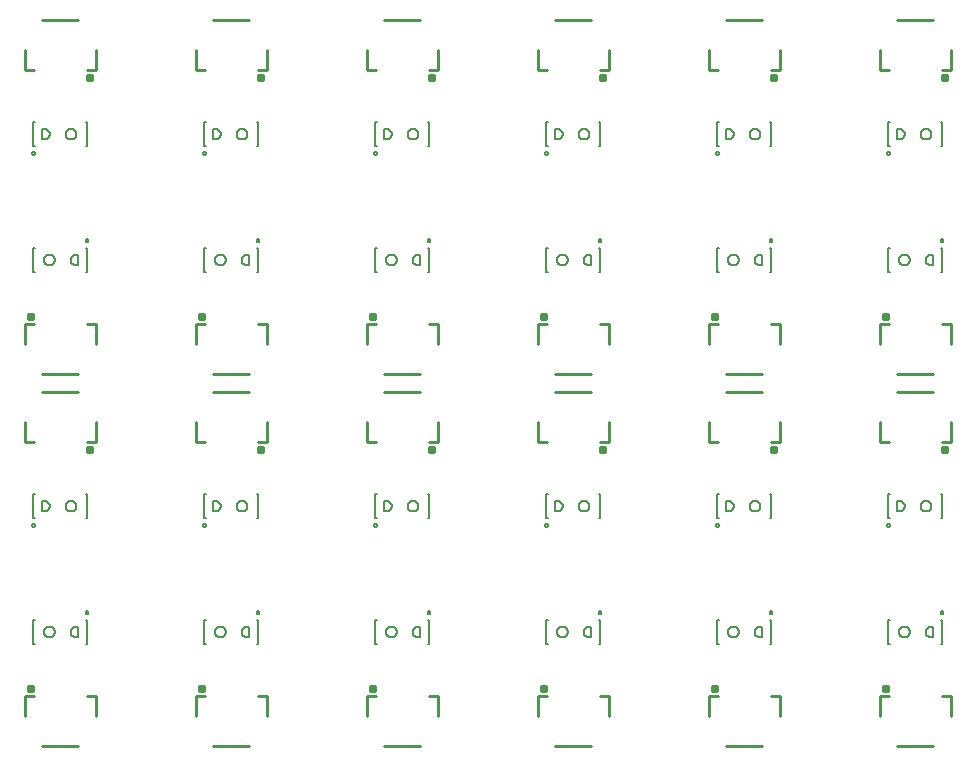
<source format=gto>
G75*
%MOIN*%
%OFA0B0*%
%FSLAX25Y25*%
%IPPOS*%
%LPD*%
%AMOC8*
5,1,8,0,0,1.08239X$1,22.5*
%
%ADD10C,0.00500*%
%ADD11C,0.00700*%
%ADD12C,0.01000*%
%ADD13C,0.01575*%
D10*
X0050000Y0096167D02*
X0050500Y0096167D01*
X0050000Y0096167D02*
X0050000Y0104167D01*
X0050500Y0104167D01*
X0067500Y0104167D02*
X0068000Y0104167D01*
X0068000Y0096167D01*
X0067500Y0096167D01*
X0067453Y0106648D02*
X0067455Y0106690D01*
X0067461Y0106731D01*
X0067471Y0106772D01*
X0067484Y0106812D01*
X0067501Y0106850D01*
X0067522Y0106886D01*
X0067546Y0106921D01*
X0067573Y0106953D01*
X0067603Y0106982D01*
X0067636Y0107008D01*
X0067670Y0107032D01*
X0067707Y0107051D01*
X0067746Y0107068D01*
X0067786Y0107080D01*
X0067827Y0107089D01*
X0067869Y0107094D01*
X0067910Y0107095D01*
X0067952Y0107092D01*
X0067994Y0107085D01*
X0068034Y0107074D01*
X0068073Y0107060D01*
X0068111Y0107042D01*
X0068147Y0107020D01*
X0068181Y0106996D01*
X0068212Y0106968D01*
X0068241Y0106937D01*
X0068266Y0106904D01*
X0068289Y0106868D01*
X0068308Y0106831D01*
X0068323Y0106792D01*
X0068335Y0106752D01*
X0068343Y0106711D01*
X0068347Y0106669D01*
X0068347Y0106627D01*
X0068343Y0106585D01*
X0068335Y0106544D01*
X0068323Y0106504D01*
X0068308Y0106465D01*
X0068289Y0106428D01*
X0068266Y0106392D01*
X0068241Y0106359D01*
X0068212Y0106328D01*
X0068181Y0106300D01*
X0068147Y0106276D01*
X0068111Y0106254D01*
X0068073Y0106236D01*
X0068034Y0106222D01*
X0067994Y0106211D01*
X0067952Y0106204D01*
X0067910Y0106201D01*
X0067869Y0106202D01*
X0067827Y0106207D01*
X0067786Y0106216D01*
X0067746Y0106228D01*
X0067707Y0106245D01*
X0067670Y0106264D01*
X0067636Y0106288D01*
X0067603Y0106314D01*
X0067573Y0106343D01*
X0067546Y0106375D01*
X0067522Y0106410D01*
X0067501Y0106446D01*
X0067484Y0106484D01*
X0067471Y0106524D01*
X0067461Y0106565D01*
X0067455Y0106606D01*
X0067453Y0106648D01*
X0049653Y0135686D02*
X0049655Y0135728D01*
X0049661Y0135769D01*
X0049671Y0135810D01*
X0049684Y0135850D01*
X0049701Y0135888D01*
X0049722Y0135924D01*
X0049746Y0135959D01*
X0049773Y0135991D01*
X0049803Y0136020D01*
X0049836Y0136046D01*
X0049870Y0136070D01*
X0049907Y0136089D01*
X0049946Y0136106D01*
X0049986Y0136118D01*
X0050027Y0136127D01*
X0050069Y0136132D01*
X0050110Y0136133D01*
X0050152Y0136130D01*
X0050194Y0136123D01*
X0050234Y0136112D01*
X0050273Y0136098D01*
X0050311Y0136080D01*
X0050347Y0136058D01*
X0050381Y0136034D01*
X0050412Y0136006D01*
X0050441Y0135975D01*
X0050466Y0135942D01*
X0050489Y0135906D01*
X0050508Y0135869D01*
X0050523Y0135830D01*
X0050535Y0135790D01*
X0050543Y0135749D01*
X0050547Y0135707D01*
X0050547Y0135665D01*
X0050543Y0135623D01*
X0050535Y0135582D01*
X0050523Y0135542D01*
X0050508Y0135503D01*
X0050489Y0135466D01*
X0050466Y0135430D01*
X0050441Y0135397D01*
X0050412Y0135366D01*
X0050381Y0135338D01*
X0050347Y0135314D01*
X0050311Y0135292D01*
X0050273Y0135274D01*
X0050234Y0135260D01*
X0050194Y0135249D01*
X0050152Y0135242D01*
X0050110Y0135239D01*
X0050069Y0135240D01*
X0050027Y0135245D01*
X0049986Y0135254D01*
X0049946Y0135266D01*
X0049907Y0135283D01*
X0049870Y0135302D01*
X0049836Y0135326D01*
X0049803Y0135352D01*
X0049773Y0135381D01*
X0049746Y0135413D01*
X0049722Y0135448D01*
X0049701Y0135484D01*
X0049684Y0135522D01*
X0049671Y0135562D01*
X0049661Y0135603D01*
X0049655Y0135644D01*
X0049653Y0135686D01*
X0050000Y0138167D02*
X0050500Y0138167D01*
X0050000Y0138167D02*
X0050000Y0146167D01*
X0050500Y0146167D01*
X0067500Y0146167D02*
X0068000Y0146167D01*
X0068000Y0138167D01*
X0067500Y0138167D01*
X0107000Y0138167D02*
X0107500Y0138167D01*
X0107000Y0138167D02*
X0107000Y0146167D01*
X0107500Y0146167D01*
X0106653Y0135686D02*
X0106655Y0135728D01*
X0106661Y0135769D01*
X0106671Y0135810D01*
X0106684Y0135850D01*
X0106701Y0135888D01*
X0106722Y0135924D01*
X0106746Y0135959D01*
X0106773Y0135991D01*
X0106803Y0136020D01*
X0106836Y0136046D01*
X0106870Y0136070D01*
X0106907Y0136089D01*
X0106946Y0136106D01*
X0106986Y0136118D01*
X0107027Y0136127D01*
X0107069Y0136132D01*
X0107110Y0136133D01*
X0107152Y0136130D01*
X0107194Y0136123D01*
X0107234Y0136112D01*
X0107273Y0136098D01*
X0107311Y0136080D01*
X0107347Y0136058D01*
X0107381Y0136034D01*
X0107412Y0136006D01*
X0107441Y0135975D01*
X0107466Y0135942D01*
X0107489Y0135906D01*
X0107508Y0135869D01*
X0107523Y0135830D01*
X0107535Y0135790D01*
X0107543Y0135749D01*
X0107547Y0135707D01*
X0107547Y0135665D01*
X0107543Y0135623D01*
X0107535Y0135582D01*
X0107523Y0135542D01*
X0107508Y0135503D01*
X0107489Y0135466D01*
X0107466Y0135430D01*
X0107441Y0135397D01*
X0107412Y0135366D01*
X0107381Y0135338D01*
X0107347Y0135314D01*
X0107311Y0135292D01*
X0107273Y0135274D01*
X0107234Y0135260D01*
X0107194Y0135249D01*
X0107152Y0135242D01*
X0107110Y0135239D01*
X0107069Y0135240D01*
X0107027Y0135245D01*
X0106986Y0135254D01*
X0106946Y0135266D01*
X0106907Y0135283D01*
X0106870Y0135302D01*
X0106836Y0135326D01*
X0106803Y0135352D01*
X0106773Y0135381D01*
X0106746Y0135413D01*
X0106722Y0135448D01*
X0106701Y0135484D01*
X0106684Y0135522D01*
X0106671Y0135562D01*
X0106661Y0135603D01*
X0106655Y0135644D01*
X0106653Y0135686D01*
X0124500Y0138167D02*
X0125000Y0138167D01*
X0125000Y0146167D01*
X0124500Y0146167D01*
X0164000Y0146167D02*
X0164000Y0138167D01*
X0164500Y0138167D01*
X0163653Y0135686D02*
X0163655Y0135728D01*
X0163661Y0135769D01*
X0163671Y0135810D01*
X0163684Y0135850D01*
X0163701Y0135888D01*
X0163722Y0135924D01*
X0163746Y0135959D01*
X0163773Y0135991D01*
X0163803Y0136020D01*
X0163836Y0136046D01*
X0163870Y0136070D01*
X0163907Y0136089D01*
X0163946Y0136106D01*
X0163986Y0136118D01*
X0164027Y0136127D01*
X0164069Y0136132D01*
X0164110Y0136133D01*
X0164152Y0136130D01*
X0164194Y0136123D01*
X0164234Y0136112D01*
X0164273Y0136098D01*
X0164311Y0136080D01*
X0164347Y0136058D01*
X0164381Y0136034D01*
X0164412Y0136006D01*
X0164441Y0135975D01*
X0164466Y0135942D01*
X0164489Y0135906D01*
X0164508Y0135869D01*
X0164523Y0135830D01*
X0164535Y0135790D01*
X0164543Y0135749D01*
X0164547Y0135707D01*
X0164547Y0135665D01*
X0164543Y0135623D01*
X0164535Y0135582D01*
X0164523Y0135542D01*
X0164508Y0135503D01*
X0164489Y0135466D01*
X0164466Y0135430D01*
X0164441Y0135397D01*
X0164412Y0135366D01*
X0164381Y0135338D01*
X0164347Y0135314D01*
X0164311Y0135292D01*
X0164273Y0135274D01*
X0164234Y0135260D01*
X0164194Y0135249D01*
X0164152Y0135242D01*
X0164110Y0135239D01*
X0164069Y0135240D01*
X0164027Y0135245D01*
X0163986Y0135254D01*
X0163946Y0135266D01*
X0163907Y0135283D01*
X0163870Y0135302D01*
X0163836Y0135326D01*
X0163803Y0135352D01*
X0163773Y0135381D01*
X0163746Y0135413D01*
X0163722Y0135448D01*
X0163701Y0135484D01*
X0163684Y0135522D01*
X0163671Y0135562D01*
X0163661Y0135603D01*
X0163655Y0135644D01*
X0163653Y0135686D01*
X0164000Y0146167D02*
X0164500Y0146167D01*
X0181500Y0146167D02*
X0182000Y0146167D01*
X0182000Y0138167D01*
X0181500Y0138167D01*
X0181453Y0106648D02*
X0181455Y0106690D01*
X0181461Y0106731D01*
X0181471Y0106772D01*
X0181484Y0106812D01*
X0181501Y0106850D01*
X0181522Y0106886D01*
X0181546Y0106921D01*
X0181573Y0106953D01*
X0181603Y0106982D01*
X0181636Y0107008D01*
X0181670Y0107032D01*
X0181707Y0107051D01*
X0181746Y0107068D01*
X0181786Y0107080D01*
X0181827Y0107089D01*
X0181869Y0107094D01*
X0181910Y0107095D01*
X0181952Y0107092D01*
X0181994Y0107085D01*
X0182034Y0107074D01*
X0182073Y0107060D01*
X0182111Y0107042D01*
X0182147Y0107020D01*
X0182181Y0106996D01*
X0182212Y0106968D01*
X0182241Y0106937D01*
X0182266Y0106904D01*
X0182289Y0106868D01*
X0182308Y0106831D01*
X0182323Y0106792D01*
X0182335Y0106752D01*
X0182343Y0106711D01*
X0182347Y0106669D01*
X0182347Y0106627D01*
X0182343Y0106585D01*
X0182335Y0106544D01*
X0182323Y0106504D01*
X0182308Y0106465D01*
X0182289Y0106428D01*
X0182266Y0106392D01*
X0182241Y0106359D01*
X0182212Y0106328D01*
X0182181Y0106300D01*
X0182147Y0106276D01*
X0182111Y0106254D01*
X0182073Y0106236D01*
X0182034Y0106222D01*
X0181994Y0106211D01*
X0181952Y0106204D01*
X0181910Y0106201D01*
X0181869Y0106202D01*
X0181827Y0106207D01*
X0181786Y0106216D01*
X0181746Y0106228D01*
X0181707Y0106245D01*
X0181670Y0106264D01*
X0181636Y0106288D01*
X0181603Y0106314D01*
X0181573Y0106343D01*
X0181546Y0106375D01*
X0181522Y0106410D01*
X0181501Y0106446D01*
X0181484Y0106484D01*
X0181471Y0106524D01*
X0181461Y0106565D01*
X0181455Y0106606D01*
X0181453Y0106648D01*
X0181500Y0104167D02*
X0182000Y0104167D01*
X0182000Y0096167D01*
X0181500Y0096167D01*
X0164500Y0096167D02*
X0164000Y0096167D01*
X0164000Y0104167D01*
X0164500Y0104167D01*
X0125000Y0104167D02*
X0125000Y0096167D01*
X0124500Y0096167D01*
X0124500Y0104167D02*
X0125000Y0104167D01*
X0124453Y0106648D02*
X0124455Y0106690D01*
X0124461Y0106731D01*
X0124471Y0106772D01*
X0124484Y0106812D01*
X0124501Y0106850D01*
X0124522Y0106886D01*
X0124546Y0106921D01*
X0124573Y0106953D01*
X0124603Y0106982D01*
X0124636Y0107008D01*
X0124670Y0107032D01*
X0124707Y0107051D01*
X0124746Y0107068D01*
X0124786Y0107080D01*
X0124827Y0107089D01*
X0124869Y0107094D01*
X0124910Y0107095D01*
X0124952Y0107092D01*
X0124994Y0107085D01*
X0125034Y0107074D01*
X0125073Y0107060D01*
X0125111Y0107042D01*
X0125147Y0107020D01*
X0125181Y0106996D01*
X0125212Y0106968D01*
X0125241Y0106937D01*
X0125266Y0106904D01*
X0125289Y0106868D01*
X0125308Y0106831D01*
X0125323Y0106792D01*
X0125335Y0106752D01*
X0125343Y0106711D01*
X0125347Y0106669D01*
X0125347Y0106627D01*
X0125343Y0106585D01*
X0125335Y0106544D01*
X0125323Y0106504D01*
X0125308Y0106465D01*
X0125289Y0106428D01*
X0125266Y0106392D01*
X0125241Y0106359D01*
X0125212Y0106328D01*
X0125181Y0106300D01*
X0125147Y0106276D01*
X0125111Y0106254D01*
X0125073Y0106236D01*
X0125034Y0106222D01*
X0124994Y0106211D01*
X0124952Y0106204D01*
X0124910Y0106201D01*
X0124869Y0106202D01*
X0124827Y0106207D01*
X0124786Y0106216D01*
X0124746Y0106228D01*
X0124707Y0106245D01*
X0124670Y0106264D01*
X0124636Y0106288D01*
X0124603Y0106314D01*
X0124573Y0106343D01*
X0124546Y0106375D01*
X0124522Y0106410D01*
X0124501Y0106446D01*
X0124484Y0106484D01*
X0124471Y0106524D01*
X0124461Y0106565D01*
X0124455Y0106606D01*
X0124453Y0106648D01*
X0107500Y0104167D02*
X0107000Y0104167D01*
X0107000Y0096167D01*
X0107500Y0096167D01*
X0221000Y0096167D02*
X0221500Y0096167D01*
X0221000Y0096167D02*
X0221000Y0104167D01*
X0221500Y0104167D01*
X0238500Y0104167D02*
X0239000Y0104167D01*
X0239000Y0096167D01*
X0238500Y0096167D01*
X0238453Y0106648D02*
X0238455Y0106690D01*
X0238461Y0106731D01*
X0238471Y0106772D01*
X0238484Y0106812D01*
X0238501Y0106850D01*
X0238522Y0106886D01*
X0238546Y0106921D01*
X0238573Y0106953D01*
X0238603Y0106982D01*
X0238636Y0107008D01*
X0238670Y0107032D01*
X0238707Y0107051D01*
X0238746Y0107068D01*
X0238786Y0107080D01*
X0238827Y0107089D01*
X0238869Y0107094D01*
X0238910Y0107095D01*
X0238952Y0107092D01*
X0238994Y0107085D01*
X0239034Y0107074D01*
X0239073Y0107060D01*
X0239111Y0107042D01*
X0239147Y0107020D01*
X0239181Y0106996D01*
X0239212Y0106968D01*
X0239241Y0106937D01*
X0239266Y0106904D01*
X0239289Y0106868D01*
X0239308Y0106831D01*
X0239323Y0106792D01*
X0239335Y0106752D01*
X0239343Y0106711D01*
X0239347Y0106669D01*
X0239347Y0106627D01*
X0239343Y0106585D01*
X0239335Y0106544D01*
X0239323Y0106504D01*
X0239308Y0106465D01*
X0239289Y0106428D01*
X0239266Y0106392D01*
X0239241Y0106359D01*
X0239212Y0106328D01*
X0239181Y0106300D01*
X0239147Y0106276D01*
X0239111Y0106254D01*
X0239073Y0106236D01*
X0239034Y0106222D01*
X0238994Y0106211D01*
X0238952Y0106204D01*
X0238910Y0106201D01*
X0238869Y0106202D01*
X0238827Y0106207D01*
X0238786Y0106216D01*
X0238746Y0106228D01*
X0238707Y0106245D01*
X0238670Y0106264D01*
X0238636Y0106288D01*
X0238603Y0106314D01*
X0238573Y0106343D01*
X0238546Y0106375D01*
X0238522Y0106410D01*
X0238501Y0106446D01*
X0238484Y0106484D01*
X0238471Y0106524D01*
X0238461Y0106565D01*
X0238455Y0106606D01*
X0238453Y0106648D01*
X0220653Y0135686D02*
X0220655Y0135728D01*
X0220661Y0135769D01*
X0220671Y0135810D01*
X0220684Y0135850D01*
X0220701Y0135888D01*
X0220722Y0135924D01*
X0220746Y0135959D01*
X0220773Y0135991D01*
X0220803Y0136020D01*
X0220836Y0136046D01*
X0220870Y0136070D01*
X0220907Y0136089D01*
X0220946Y0136106D01*
X0220986Y0136118D01*
X0221027Y0136127D01*
X0221069Y0136132D01*
X0221110Y0136133D01*
X0221152Y0136130D01*
X0221194Y0136123D01*
X0221234Y0136112D01*
X0221273Y0136098D01*
X0221311Y0136080D01*
X0221347Y0136058D01*
X0221381Y0136034D01*
X0221412Y0136006D01*
X0221441Y0135975D01*
X0221466Y0135942D01*
X0221489Y0135906D01*
X0221508Y0135869D01*
X0221523Y0135830D01*
X0221535Y0135790D01*
X0221543Y0135749D01*
X0221547Y0135707D01*
X0221547Y0135665D01*
X0221543Y0135623D01*
X0221535Y0135582D01*
X0221523Y0135542D01*
X0221508Y0135503D01*
X0221489Y0135466D01*
X0221466Y0135430D01*
X0221441Y0135397D01*
X0221412Y0135366D01*
X0221381Y0135338D01*
X0221347Y0135314D01*
X0221311Y0135292D01*
X0221273Y0135274D01*
X0221234Y0135260D01*
X0221194Y0135249D01*
X0221152Y0135242D01*
X0221110Y0135239D01*
X0221069Y0135240D01*
X0221027Y0135245D01*
X0220986Y0135254D01*
X0220946Y0135266D01*
X0220907Y0135283D01*
X0220870Y0135302D01*
X0220836Y0135326D01*
X0220803Y0135352D01*
X0220773Y0135381D01*
X0220746Y0135413D01*
X0220722Y0135448D01*
X0220701Y0135484D01*
X0220684Y0135522D01*
X0220671Y0135562D01*
X0220661Y0135603D01*
X0220655Y0135644D01*
X0220653Y0135686D01*
X0221000Y0138167D02*
X0221500Y0138167D01*
X0221000Y0138167D02*
X0221000Y0146167D01*
X0221500Y0146167D01*
X0238500Y0146167D02*
X0239000Y0146167D01*
X0239000Y0138167D01*
X0238500Y0138167D01*
X0278000Y0138167D02*
X0278500Y0138167D01*
X0278000Y0138167D02*
X0278000Y0146167D01*
X0278500Y0146167D01*
X0277653Y0135686D02*
X0277655Y0135728D01*
X0277661Y0135769D01*
X0277671Y0135810D01*
X0277684Y0135850D01*
X0277701Y0135888D01*
X0277722Y0135924D01*
X0277746Y0135959D01*
X0277773Y0135991D01*
X0277803Y0136020D01*
X0277836Y0136046D01*
X0277870Y0136070D01*
X0277907Y0136089D01*
X0277946Y0136106D01*
X0277986Y0136118D01*
X0278027Y0136127D01*
X0278069Y0136132D01*
X0278110Y0136133D01*
X0278152Y0136130D01*
X0278194Y0136123D01*
X0278234Y0136112D01*
X0278273Y0136098D01*
X0278311Y0136080D01*
X0278347Y0136058D01*
X0278381Y0136034D01*
X0278412Y0136006D01*
X0278441Y0135975D01*
X0278466Y0135942D01*
X0278489Y0135906D01*
X0278508Y0135869D01*
X0278523Y0135830D01*
X0278535Y0135790D01*
X0278543Y0135749D01*
X0278547Y0135707D01*
X0278547Y0135665D01*
X0278543Y0135623D01*
X0278535Y0135582D01*
X0278523Y0135542D01*
X0278508Y0135503D01*
X0278489Y0135466D01*
X0278466Y0135430D01*
X0278441Y0135397D01*
X0278412Y0135366D01*
X0278381Y0135338D01*
X0278347Y0135314D01*
X0278311Y0135292D01*
X0278273Y0135274D01*
X0278234Y0135260D01*
X0278194Y0135249D01*
X0278152Y0135242D01*
X0278110Y0135239D01*
X0278069Y0135240D01*
X0278027Y0135245D01*
X0277986Y0135254D01*
X0277946Y0135266D01*
X0277907Y0135283D01*
X0277870Y0135302D01*
X0277836Y0135326D01*
X0277803Y0135352D01*
X0277773Y0135381D01*
X0277746Y0135413D01*
X0277722Y0135448D01*
X0277701Y0135484D01*
X0277684Y0135522D01*
X0277671Y0135562D01*
X0277661Y0135603D01*
X0277655Y0135644D01*
X0277653Y0135686D01*
X0295500Y0138167D02*
X0296000Y0138167D01*
X0296000Y0146167D01*
X0295500Y0146167D01*
X0335000Y0146167D02*
X0335000Y0138167D01*
X0335500Y0138167D01*
X0334653Y0135686D02*
X0334655Y0135728D01*
X0334661Y0135769D01*
X0334671Y0135810D01*
X0334684Y0135850D01*
X0334701Y0135888D01*
X0334722Y0135924D01*
X0334746Y0135959D01*
X0334773Y0135991D01*
X0334803Y0136020D01*
X0334836Y0136046D01*
X0334870Y0136070D01*
X0334907Y0136089D01*
X0334946Y0136106D01*
X0334986Y0136118D01*
X0335027Y0136127D01*
X0335069Y0136132D01*
X0335110Y0136133D01*
X0335152Y0136130D01*
X0335194Y0136123D01*
X0335234Y0136112D01*
X0335273Y0136098D01*
X0335311Y0136080D01*
X0335347Y0136058D01*
X0335381Y0136034D01*
X0335412Y0136006D01*
X0335441Y0135975D01*
X0335466Y0135942D01*
X0335489Y0135906D01*
X0335508Y0135869D01*
X0335523Y0135830D01*
X0335535Y0135790D01*
X0335543Y0135749D01*
X0335547Y0135707D01*
X0335547Y0135665D01*
X0335543Y0135623D01*
X0335535Y0135582D01*
X0335523Y0135542D01*
X0335508Y0135503D01*
X0335489Y0135466D01*
X0335466Y0135430D01*
X0335441Y0135397D01*
X0335412Y0135366D01*
X0335381Y0135338D01*
X0335347Y0135314D01*
X0335311Y0135292D01*
X0335273Y0135274D01*
X0335234Y0135260D01*
X0335194Y0135249D01*
X0335152Y0135242D01*
X0335110Y0135239D01*
X0335069Y0135240D01*
X0335027Y0135245D01*
X0334986Y0135254D01*
X0334946Y0135266D01*
X0334907Y0135283D01*
X0334870Y0135302D01*
X0334836Y0135326D01*
X0334803Y0135352D01*
X0334773Y0135381D01*
X0334746Y0135413D01*
X0334722Y0135448D01*
X0334701Y0135484D01*
X0334684Y0135522D01*
X0334671Y0135562D01*
X0334661Y0135603D01*
X0334655Y0135644D01*
X0334653Y0135686D01*
X0335000Y0146167D02*
X0335500Y0146167D01*
X0352500Y0146167D02*
X0353000Y0146167D01*
X0353000Y0138167D01*
X0352500Y0138167D01*
X0352453Y0106648D02*
X0352455Y0106690D01*
X0352461Y0106731D01*
X0352471Y0106772D01*
X0352484Y0106812D01*
X0352501Y0106850D01*
X0352522Y0106886D01*
X0352546Y0106921D01*
X0352573Y0106953D01*
X0352603Y0106982D01*
X0352636Y0107008D01*
X0352670Y0107032D01*
X0352707Y0107051D01*
X0352746Y0107068D01*
X0352786Y0107080D01*
X0352827Y0107089D01*
X0352869Y0107094D01*
X0352910Y0107095D01*
X0352952Y0107092D01*
X0352994Y0107085D01*
X0353034Y0107074D01*
X0353073Y0107060D01*
X0353111Y0107042D01*
X0353147Y0107020D01*
X0353181Y0106996D01*
X0353212Y0106968D01*
X0353241Y0106937D01*
X0353266Y0106904D01*
X0353289Y0106868D01*
X0353308Y0106831D01*
X0353323Y0106792D01*
X0353335Y0106752D01*
X0353343Y0106711D01*
X0353347Y0106669D01*
X0353347Y0106627D01*
X0353343Y0106585D01*
X0353335Y0106544D01*
X0353323Y0106504D01*
X0353308Y0106465D01*
X0353289Y0106428D01*
X0353266Y0106392D01*
X0353241Y0106359D01*
X0353212Y0106328D01*
X0353181Y0106300D01*
X0353147Y0106276D01*
X0353111Y0106254D01*
X0353073Y0106236D01*
X0353034Y0106222D01*
X0352994Y0106211D01*
X0352952Y0106204D01*
X0352910Y0106201D01*
X0352869Y0106202D01*
X0352827Y0106207D01*
X0352786Y0106216D01*
X0352746Y0106228D01*
X0352707Y0106245D01*
X0352670Y0106264D01*
X0352636Y0106288D01*
X0352603Y0106314D01*
X0352573Y0106343D01*
X0352546Y0106375D01*
X0352522Y0106410D01*
X0352501Y0106446D01*
X0352484Y0106484D01*
X0352471Y0106524D01*
X0352461Y0106565D01*
X0352455Y0106606D01*
X0352453Y0106648D01*
X0352500Y0104167D02*
X0353000Y0104167D01*
X0353000Y0096167D01*
X0352500Y0096167D01*
X0335500Y0096167D02*
X0335000Y0096167D01*
X0335000Y0104167D01*
X0335500Y0104167D01*
X0296000Y0104167D02*
X0296000Y0096167D01*
X0295500Y0096167D01*
X0295500Y0104167D02*
X0296000Y0104167D01*
X0295453Y0106648D02*
X0295455Y0106690D01*
X0295461Y0106731D01*
X0295471Y0106772D01*
X0295484Y0106812D01*
X0295501Y0106850D01*
X0295522Y0106886D01*
X0295546Y0106921D01*
X0295573Y0106953D01*
X0295603Y0106982D01*
X0295636Y0107008D01*
X0295670Y0107032D01*
X0295707Y0107051D01*
X0295746Y0107068D01*
X0295786Y0107080D01*
X0295827Y0107089D01*
X0295869Y0107094D01*
X0295910Y0107095D01*
X0295952Y0107092D01*
X0295994Y0107085D01*
X0296034Y0107074D01*
X0296073Y0107060D01*
X0296111Y0107042D01*
X0296147Y0107020D01*
X0296181Y0106996D01*
X0296212Y0106968D01*
X0296241Y0106937D01*
X0296266Y0106904D01*
X0296289Y0106868D01*
X0296308Y0106831D01*
X0296323Y0106792D01*
X0296335Y0106752D01*
X0296343Y0106711D01*
X0296347Y0106669D01*
X0296347Y0106627D01*
X0296343Y0106585D01*
X0296335Y0106544D01*
X0296323Y0106504D01*
X0296308Y0106465D01*
X0296289Y0106428D01*
X0296266Y0106392D01*
X0296241Y0106359D01*
X0296212Y0106328D01*
X0296181Y0106300D01*
X0296147Y0106276D01*
X0296111Y0106254D01*
X0296073Y0106236D01*
X0296034Y0106222D01*
X0295994Y0106211D01*
X0295952Y0106204D01*
X0295910Y0106201D01*
X0295869Y0106202D01*
X0295827Y0106207D01*
X0295786Y0106216D01*
X0295746Y0106228D01*
X0295707Y0106245D01*
X0295670Y0106264D01*
X0295636Y0106288D01*
X0295603Y0106314D01*
X0295573Y0106343D01*
X0295546Y0106375D01*
X0295522Y0106410D01*
X0295501Y0106446D01*
X0295484Y0106484D01*
X0295471Y0106524D01*
X0295461Y0106565D01*
X0295455Y0106606D01*
X0295453Y0106648D01*
X0278500Y0104167D02*
X0278000Y0104167D01*
X0278000Y0096167D01*
X0278500Y0096167D01*
X0278500Y0220167D02*
X0278000Y0220167D01*
X0278000Y0228167D01*
X0278500Y0228167D01*
X0295500Y0228167D02*
X0296000Y0228167D01*
X0296000Y0220167D01*
X0295500Y0220167D01*
X0295453Y0230648D02*
X0295455Y0230690D01*
X0295461Y0230731D01*
X0295471Y0230772D01*
X0295484Y0230812D01*
X0295501Y0230850D01*
X0295522Y0230886D01*
X0295546Y0230921D01*
X0295573Y0230953D01*
X0295603Y0230982D01*
X0295636Y0231008D01*
X0295670Y0231032D01*
X0295707Y0231051D01*
X0295746Y0231068D01*
X0295786Y0231080D01*
X0295827Y0231089D01*
X0295869Y0231094D01*
X0295910Y0231095D01*
X0295952Y0231092D01*
X0295994Y0231085D01*
X0296034Y0231074D01*
X0296073Y0231060D01*
X0296111Y0231042D01*
X0296147Y0231020D01*
X0296181Y0230996D01*
X0296212Y0230968D01*
X0296241Y0230937D01*
X0296266Y0230904D01*
X0296289Y0230868D01*
X0296308Y0230831D01*
X0296323Y0230792D01*
X0296335Y0230752D01*
X0296343Y0230711D01*
X0296347Y0230669D01*
X0296347Y0230627D01*
X0296343Y0230585D01*
X0296335Y0230544D01*
X0296323Y0230504D01*
X0296308Y0230465D01*
X0296289Y0230428D01*
X0296266Y0230392D01*
X0296241Y0230359D01*
X0296212Y0230328D01*
X0296181Y0230300D01*
X0296147Y0230276D01*
X0296111Y0230254D01*
X0296073Y0230236D01*
X0296034Y0230222D01*
X0295994Y0230211D01*
X0295952Y0230204D01*
X0295910Y0230201D01*
X0295869Y0230202D01*
X0295827Y0230207D01*
X0295786Y0230216D01*
X0295746Y0230228D01*
X0295707Y0230245D01*
X0295670Y0230264D01*
X0295636Y0230288D01*
X0295603Y0230314D01*
X0295573Y0230343D01*
X0295546Y0230375D01*
X0295522Y0230410D01*
X0295501Y0230446D01*
X0295484Y0230484D01*
X0295471Y0230524D01*
X0295461Y0230565D01*
X0295455Y0230606D01*
X0295453Y0230648D01*
X0277653Y0259686D02*
X0277655Y0259728D01*
X0277661Y0259769D01*
X0277671Y0259810D01*
X0277684Y0259850D01*
X0277701Y0259888D01*
X0277722Y0259924D01*
X0277746Y0259959D01*
X0277773Y0259991D01*
X0277803Y0260020D01*
X0277836Y0260046D01*
X0277870Y0260070D01*
X0277907Y0260089D01*
X0277946Y0260106D01*
X0277986Y0260118D01*
X0278027Y0260127D01*
X0278069Y0260132D01*
X0278110Y0260133D01*
X0278152Y0260130D01*
X0278194Y0260123D01*
X0278234Y0260112D01*
X0278273Y0260098D01*
X0278311Y0260080D01*
X0278347Y0260058D01*
X0278381Y0260034D01*
X0278412Y0260006D01*
X0278441Y0259975D01*
X0278466Y0259942D01*
X0278489Y0259906D01*
X0278508Y0259869D01*
X0278523Y0259830D01*
X0278535Y0259790D01*
X0278543Y0259749D01*
X0278547Y0259707D01*
X0278547Y0259665D01*
X0278543Y0259623D01*
X0278535Y0259582D01*
X0278523Y0259542D01*
X0278508Y0259503D01*
X0278489Y0259466D01*
X0278466Y0259430D01*
X0278441Y0259397D01*
X0278412Y0259366D01*
X0278381Y0259338D01*
X0278347Y0259314D01*
X0278311Y0259292D01*
X0278273Y0259274D01*
X0278234Y0259260D01*
X0278194Y0259249D01*
X0278152Y0259242D01*
X0278110Y0259239D01*
X0278069Y0259240D01*
X0278027Y0259245D01*
X0277986Y0259254D01*
X0277946Y0259266D01*
X0277907Y0259283D01*
X0277870Y0259302D01*
X0277836Y0259326D01*
X0277803Y0259352D01*
X0277773Y0259381D01*
X0277746Y0259413D01*
X0277722Y0259448D01*
X0277701Y0259484D01*
X0277684Y0259522D01*
X0277671Y0259562D01*
X0277661Y0259603D01*
X0277655Y0259644D01*
X0277653Y0259686D01*
X0278000Y0262167D02*
X0278500Y0262167D01*
X0278000Y0262167D02*
X0278000Y0270167D01*
X0278500Y0270167D01*
X0295500Y0270167D02*
X0296000Y0270167D01*
X0296000Y0262167D01*
X0295500Y0262167D01*
X0335000Y0262167D02*
X0335500Y0262167D01*
X0335000Y0262167D02*
X0335000Y0270167D01*
X0335500Y0270167D01*
X0334653Y0259686D02*
X0334655Y0259728D01*
X0334661Y0259769D01*
X0334671Y0259810D01*
X0334684Y0259850D01*
X0334701Y0259888D01*
X0334722Y0259924D01*
X0334746Y0259959D01*
X0334773Y0259991D01*
X0334803Y0260020D01*
X0334836Y0260046D01*
X0334870Y0260070D01*
X0334907Y0260089D01*
X0334946Y0260106D01*
X0334986Y0260118D01*
X0335027Y0260127D01*
X0335069Y0260132D01*
X0335110Y0260133D01*
X0335152Y0260130D01*
X0335194Y0260123D01*
X0335234Y0260112D01*
X0335273Y0260098D01*
X0335311Y0260080D01*
X0335347Y0260058D01*
X0335381Y0260034D01*
X0335412Y0260006D01*
X0335441Y0259975D01*
X0335466Y0259942D01*
X0335489Y0259906D01*
X0335508Y0259869D01*
X0335523Y0259830D01*
X0335535Y0259790D01*
X0335543Y0259749D01*
X0335547Y0259707D01*
X0335547Y0259665D01*
X0335543Y0259623D01*
X0335535Y0259582D01*
X0335523Y0259542D01*
X0335508Y0259503D01*
X0335489Y0259466D01*
X0335466Y0259430D01*
X0335441Y0259397D01*
X0335412Y0259366D01*
X0335381Y0259338D01*
X0335347Y0259314D01*
X0335311Y0259292D01*
X0335273Y0259274D01*
X0335234Y0259260D01*
X0335194Y0259249D01*
X0335152Y0259242D01*
X0335110Y0259239D01*
X0335069Y0259240D01*
X0335027Y0259245D01*
X0334986Y0259254D01*
X0334946Y0259266D01*
X0334907Y0259283D01*
X0334870Y0259302D01*
X0334836Y0259326D01*
X0334803Y0259352D01*
X0334773Y0259381D01*
X0334746Y0259413D01*
X0334722Y0259448D01*
X0334701Y0259484D01*
X0334684Y0259522D01*
X0334671Y0259562D01*
X0334661Y0259603D01*
X0334655Y0259644D01*
X0334653Y0259686D01*
X0352500Y0262167D02*
X0353000Y0262167D01*
X0353000Y0270167D01*
X0352500Y0270167D01*
X0352453Y0230648D02*
X0352455Y0230690D01*
X0352461Y0230731D01*
X0352471Y0230772D01*
X0352484Y0230812D01*
X0352501Y0230850D01*
X0352522Y0230886D01*
X0352546Y0230921D01*
X0352573Y0230953D01*
X0352603Y0230982D01*
X0352636Y0231008D01*
X0352670Y0231032D01*
X0352707Y0231051D01*
X0352746Y0231068D01*
X0352786Y0231080D01*
X0352827Y0231089D01*
X0352869Y0231094D01*
X0352910Y0231095D01*
X0352952Y0231092D01*
X0352994Y0231085D01*
X0353034Y0231074D01*
X0353073Y0231060D01*
X0353111Y0231042D01*
X0353147Y0231020D01*
X0353181Y0230996D01*
X0353212Y0230968D01*
X0353241Y0230937D01*
X0353266Y0230904D01*
X0353289Y0230868D01*
X0353308Y0230831D01*
X0353323Y0230792D01*
X0353335Y0230752D01*
X0353343Y0230711D01*
X0353347Y0230669D01*
X0353347Y0230627D01*
X0353343Y0230585D01*
X0353335Y0230544D01*
X0353323Y0230504D01*
X0353308Y0230465D01*
X0353289Y0230428D01*
X0353266Y0230392D01*
X0353241Y0230359D01*
X0353212Y0230328D01*
X0353181Y0230300D01*
X0353147Y0230276D01*
X0353111Y0230254D01*
X0353073Y0230236D01*
X0353034Y0230222D01*
X0352994Y0230211D01*
X0352952Y0230204D01*
X0352910Y0230201D01*
X0352869Y0230202D01*
X0352827Y0230207D01*
X0352786Y0230216D01*
X0352746Y0230228D01*
X0352707Y0230245D01*
X0352670Y0230264D01*
X0352636Y0230288D01*
X0352603Y0230314D01*
X0352573Y0230343D01*
X0352546Y0230375D01*
X0352522Y0230410D01*
X0352501Y0230446D01*
X0352484Y0230484D01*
X0352471Y0230524D01*
X0352461Y0230565D01*
X0352455Y0230606D01*
X0352453Y0230648D01*
X0352500Y0228167D02*
X0353000Y0228167D01*
X0353000Y0220167D01*
X0352500Y0220167D01*
X0335500Y0220167D02*
X0335000Y0220167D01*
X0335000Y0228167D01*
X0335500Y0228167D01*
X0239000Y0228167D02*
X0239000Y0220167D01*
X0238500Y0220167D01*
X0238500Y0228167D02*
X0239000Y0228167D01*
X0238453Y0230648D02*
X0238455Y0230690D01*
X0238461Y0230731D01*
X0238471Y0230772D01*
X0238484Y0230812D01*
X0238501Y0230850D01*
X0238522Y0230886D01*
X0238546Y0230921D01*
X0238573Y0230953D01*
X0238603Y0230982D01*
X0238636Y0231008D01*
X0238670Y0231032D01*
X0238707Y0231051D01*
X0238746Y0231068D01*
X0238786Y0231080D01*
X0238827Y0231089D01*
X0238869Y0231094D01*
X0238910Y0231095D01*
X0238952Y0231092D01*
X0238994Y0231085D01*
X0239034Y0231074D01*
X0239073Y0231060D01*
X0239111Y0231042D01*
X0239147Y0231020D01*
X0239181Y0230996D01*
X0239212Y0230968D01*
X0239241Y0230937D01*
X0239266Y0230904D01*
X0239289Y0230868D01*
X0239308Y0230831D01*
X0239323Y0230792D01*
X0239335Y0230752D01*
X0239343Y0230711D01*
X0239347Y0230669D01*
X0239347Y0230627D01*
X0239343Y0230585D01*
X0239335Y0230544D01*
X0239323Y0230504D01*
X0239308Y0230465D01*
X0239289Y0230428D01*
X0239266Y0230392D01*
X0239241Y0230359D01*
X0239212Y0230328D01*
X0239181Y0230300D01*
X0239147Y0230276D01*
X0239111Y0230254D01*
X0239073Y0230236D01*
X0239034Y0230222D01*
X0238994Y0230211D01*
X0238952Y0230204D01*
X0238910Y0230201D01*
X0238869Y0230202D01*
X0238827Y0230207D01*
X0238786Y0230216D01*
X0238746Y0230228D01*
X0238707Y0230245D01*
X0238670Y0230264D01*
X0238636Y0230288D01*
X0238603Y0230314D01*
X0238573Y0230343D01*
X0238546Y0230375D01*
X0238522Y0230410D01*
X0238501Y0230446D01*
X0238484Y0230484D01*
X0238471Y0230524D01*
X0238461Y0230565D01*
X0238455Y0230606D01*
X0238453Y0230648D01*
X0221500Y0228167D02*
X0221000Y0228167D01*
X0221000Y0220167D01*
X0221500Y0220167D01*
X0182000Y0220167D02*
X0182000Y0228167D01*
X0181500Y0228167D01*
X0181453Y0230648D02*
X0181455Y0230690D01*
X0181461Y0230731D01*
X0181471Y0230772D01*
X0181484Y0230812D01*
X0181501Y0230850D01*
X0181522Y0230886D01*
X0181546Y0230921D01*
X0181573Y0230953D01*
X0181603Y0230982D01*
X0181636Y0231008D01*
X0181670Y0231032D01*
X0181707Y0231051D01*
X0181746Y0231068D01*
X0181786Y0231080D01*
X0181827Y0231089D01*
X0181869Y0231094D01*
X0181910Y0231095D01*
X0181952Y0231092D01*
X0181994Y0231085D01*
X0182034Y0231074D01*
X0182073Y0231060D01*
X0182111Y0231042D01*
X0182147Y0231020D01*
X0182181Y0230996D01*
X0182212Y0230968D01*
X0182241Y0230937D01*
X0182266Y0230904D01*
X0182289Y0230868D01*
X0182308Y0230831D01*
X0182323Y0230792D01*
X0182335Y0230752D01*
X0182343Y0230711D01*
X0182347Y0230669D01*
X0182347Y0230627D01*
X0182343Y0230585D01*
X0182335Y0230544D01*
X0182323Y0230504D01*
X0182308Y0230465D01*
X0182289Y0230428D01*
X0182266Y0230392D01*
X0182241Y0230359D01*
X0182212Y0230328D01*
X0182181Y0230300D01*
X0182147Y0230276D01*
X0182111Y0230254D01*
X0182073Y0230236D01*
X0182034Y0230222D01*
X0181994Y0230211D01*
X0181952Y0230204D01*
X0181910Y0230201D01*
X0181869Y0230202D01*
X0181827Y0230207D01*
X0181786Y0230216D01*
X0181746Y0230228D01*
X0181707Y0230245D01*
X0181670Y0230264D01*
X0181636Y0230288D01*
X0181603Y0230314D01*
X0181573Y0230343D01*
X0181546Y0230375D01*
X0181522Y0230410D01*
X0181501Y0230446D01*
X0181484Y0230484D01*
X0181471Y0230524D01*
X0181461Y0230565D01*
X0181455Y0230606D01*
X0181453Y0230648D01*
X0181500Y0220167D02*
X0182000Y0220167D01*
X0164500Y0220167D02*
X0164000Y0220167D01*
X0164000Y0228167D01*
X0164500Y0228167D01*
X0163653Y0259686D02*
X0163655Y0259728D01*
X0163661Y0259769D01*
X0163671Y0259810D01*
X0163684Y0259850D01*
X0163701Y0259888D01*
X0163722Y0259924D01*
X0163746Y0259959D01*
X0163773Y0259991D01*
X0163803Y0260020D01*
X0163836Y0260046D01*
X0163870Y0260070D01*
X0163907Y0260089D01*
X0163946Y0260106D01*
X0163986Y0260118D01*
X0164027Y0260127D01*
X0164069Y0260132D01*
X0164110Y0260133D01*
X0164152Y0260130D01*
X0164194Y0260123D01*
X0164234Y0260112D01*
X0164273Y0260098D01*
X0164311Y0260080D01*
X0164347Y0260058D01*
X0164381Y0260034D01*
X0164412Y0260006D01*
X0164441Y0259975D01*
X0164466Y0259942D01*
X0164489Y0259906D01*
X0164508Y0259869D01*
X0164523Y0259830D01*
X0164535Y0259790D01*
X0164543Y0259749D01*
X0164547Y0259707D01*
X0164547Y0259665D01*
X0164543Y0259623D01*
X0164535Y0259582D01*
X0164523Y0259542D01*
X0164508Y0259503D01*
X0164489Y0259466D01*
X0164466Y0259430D01*
X0164441Y0259397D01*
X0164412Y0259366D01*
X0164381Y0259338D01*
X0164347Y0259314D01*
X0164311Y0259292D01*
X0164273Y0259274D01*
X0164234Y0259260D01*
X0164194Y0259249D01*
X0164152Y0259242D01*
X0164110Y0259239D01*
X0164069Y0259240D01*
X0164027Y0259245D01*
X0163986Y0259254D01*
X0163946Y0259266D01*
X0163907Y0259283D01*
X0163870Y0259302D01*
X0163836Y0259326D01*
X0163803Y0259352D01*
X0163773Y0259381D01*
X0163746Y0259413D01*
X0163722Y0259448D01*
X0163701Y0259484D01*
X0163684Y0259522D01*
X0163671Y0259562D01*
X0163661Y0259603D01*
X0163655Y0259644D01*
X0163653Y0259686D01*
X0164000Y0262167D02*
X0164500Y0262167D01*
X0164000Y0262167D02*
X0164000Y0270167D01*
X0164500Y0270167D01*
X0181500Y0270167D02*
X0182000Y0270167D01*
X0182000Y0262167D01*
X0181500Y0262167D01*
X0221000Y0262167D02*
X0221500Y0262167D01*
X0221000Y0262167D02*
X0221000Y0270167D01*
X0221500Y0270167D01*
X0220653Y0259686D02*
X0220655Y0259728D01*
X0220661Y0259769D01*
X0220671Y0259810D01*
X0220684Y0259850D01*
X0220701Y0259888D01*
X0220722Y0259924D01*
X0220746Y0259959D01*
X0220773Y0259991D01*
X0220803Y0260020D01*
X0220836Y0260046D01*
X0220870Y0260070D01*
X0220907Y0260089D01*
X0220946Y0260106D01*
X0220986Y0260118D01*
X0221027Y0260127D01*
X0221069Y0260132D01*
X0221110Y0260133D01*
X0221152Y0260130D01*
X0221194Y0260123D01*
X0221234Y0260112D01*
X0221273Y0260098D01*
X0221311Y0260080D01*
X0221347Y0260058D01*
X0221381Y0260034D01*
X0221412Y0260006D01*
X0221441Y0259975D01*
X0221466Y0259942D01*
X0221489Y0259906D01*
X0221508Y0259869D01*
X0221523Y0259830D01*
X0221535Y0259790D01*
X0221543Y0259749D01*
X0221547Y0259707D01*
X0221547Y0259665D01*
X0221543Y0259623D01*
X0221535Y0259582D01*
X0221523Y0259542D01*
X0221508Y0259503D01*
X0221489Y0259466D01*
X0221466Y0259430D01*
X0221441Y0259397D01*
X0221412Y0259366D01*
X0221381Y0259338D01*
X0221347Y0259314D01*
X0221311Y0259292D01*
X0221273Y0259274D01*
X0221234Y0259260D01*
X0221194Y0259249D01*
X0221152Y0259242D01*
X0221110Y0259239D01*
X0221069Y0259240D01*
X0221027Y0259245D01*
X0220986Y0259254D01*
X0220946Y0259266D01*
X0220907Y0259283D01*
X0220870Y0259302D01*
X0220836Y0259326D01*
X0220803Y0259352D01*
X0220773Y0259381D01*
X0220746Y0259413D01*
X0220722Y0259448D01*
X0220701Y0259484D01*
X0220684Y0259522D01*
X0220671Y0259562D01*
X0220661Y0259603D01*
X0220655Y0259644D01*
X0220653Y0259686D01*
X0238500Y0262167D02*
X0239000Y0262167D01*
X0239000Y0270167D01*
X0238500Y0270167D01*
X0125000Y0270167D02*
X0125000Y0262167D01*
X0124500Y0262167D01*
X0124500Y0270167D02*
X0125000Y0270167D01*
X0107500Y0270167D02*
X0107000Y0270167D01*
X0107000Y0262167D01*
X0107500Y0262167D01*
X0106653Y0259686D02*
X0106655Y0259728D01*
X0106661Y0259769D01*
X0106671Y0259810D01*
X0106684Y0259850D01*
X0106701Y0259888D01*
X0106722Y0259924D01*
X0106746Y0259959D01*
X0106773Y0259991D01*
X0106803Y0260020D01*
X0106836Y0260046D01*
X0106870Y0260070D01*
X0106907Y0260089D01*
X0106946Y0260106D01*
X0106986Y0260118D01*
X0107027Y0260127D01*
X0107069Y0260132D01*
X0107110Y0260133D01*
X0107152Y0260130D01*
X0107194Y0260123D01*
X0107234Y0260112D01*
X0107273Y0260098D01*
X0107311Y0260080D01*
X0107347Y0260058D01*
X0107381Y0260034D01*
X0107412Y0260006D01*
X0107441Y0259975D01*
X0107466Y0259942D01*
X0107489Y0259906D01*
X0107508Y0259869D01*
X0107523Y0259830D01*
X0107535Y0259790D01*
X0107543Y0259749D01*
X0107547Y0259707D01*
X0107547Y0259665D01*
X0107543Y0259623D01*
X0107535Y0259582D01*
X0107523Y0259542D01*
X0107508Y0259503D01*
X0107489Y0259466D01*
X0107466Y0259430D01*
X0107441Y0259397D01*
X0107412Y0259366D01*
X0107381Y0259338D01*
X0107347Y0259314D01*
X0107311Y0259292D01*
X0107273Y0259274D01*
X0107234Y0259260D01*
X0107194Y0259249D01*
X0107152Y0259242D01*
X0107110Y0259239D01*
X0107069Y0259240D01*
X0107027Y0259245D01*
X0106986Y0259254D01*
X0106946Y0259266D01*
X0106907Y0259283D01*
X0106870Y0259302D01*
X0106836Y0259326D01*
X0106803Y0259352D01*
X0106773Y0259381D01*
X0106746Y0259413D01*
X0106722Y0259448D01*
X0106701Y0259484D01*
X0106684Y0259522D01*
X0106671Y0259562D01*
X0106661Y0259603D01*
X0106655Y0259644D01*
X0106653Y0259686D01*
X0124453Y0230648D02*
X0124455Y0230690D01*
X0124461Y0230731D01*
X0124471Y0230772D01*
X0124484Y0230812D01*
X0124501Y0230850D01*
X0124522Y0230886D01*
X0124546Y0230921D01*
X0124573Y0230953D01*
X0124603Y0230982D01*
X0124636Y0231008D01*
X0124670Y0231032D01*
X0124707Y0231051D01*
X0124746Y0231068D01*
X0124786Y0231080D01*
X0124827Y0231089D01*
X0124869Y0231094D01*
X0124910Y0231095D01*
X0124952Y0231092D01*
X0124994Y0231085D01*
X0125034Y0231074D01*
X0125073Y0231060D01*
X0125111Y0231042D01*
X0125147Y0231020D01*
X0125181Y0230996D01*
X0125212Y0230968D01*
X0125241Y0230937D01*
X0125266Y0230904D01*
X0125289Y0230868D01*
X0125308Y0230831D01*
X0125323Y0230792D01*
X0125335Y0230752D01*
X0125343Y0230711D01*
X0125347Y0230669D01*
X0125347Y0230627D01*
X0125343Y0230585D01*
X0125335Y0230544D01*
X0125323Y0230504D01*
X0125308Y0230465D01*
X0125289Y0230428D01*
X0125266Y0230392D01*
X0125241Y0230359D01*
X0125212Y0230328D01*
X0125181Y0230300D01*
X0125147Y0230276D01*
X0125111Y0230254D01*
X0125073Y0230236D01*
X0125034Y0230222D01*
X0124994Y0230211D01*
X0124952Y0230204D01*
X0124910Y0230201D01*
X0124869Y0230202D01*
X0124827Y0230207D01*
X0124786Y0230216D01*
X0124746Y0230228D01*
X0124707Y0230245D01*
X0124670Y0230264D01*
X0124636Y0230288D01*
X0124603Y0230314D01*
X0124573Y0230343D01*
X0124546Y0230375D01*
X0124522Y0230410D01*
X0124501Y0230446D01*
X0124484Y0230484D01*
X0124471Y0230524D01*
X0124461Y0230565D01*
X0124455Y0230606D01*
X0124453Y0230648D01*
X0124500Y0228167D02*
X0125000Y0228167D01*
X0125000Y0220167D01*
X0124500Y0220167D01*
X0107500Y0220167D02*
X0107000Y0220167D01*
X0107000Y0228167D01*
X0107500Y0228167D01*
X0068000Y0228167D02*
X0068000Y0220167D01*
X0067500Y0220167D01*
X0067500Y0228167D02*
X0068000Y0228167D01*
X0067453Y0230648D02*
X0067455Y0230690D01*
X0067461Y0230731D01*
X0067471Y0230772D01*
X0067484Y0230812D01*
X0067501Y0230850D01*
X0067522Y0230886D01*
X0067546Y0230921D01*
X0067573Y0230953D01*
X0067603Y0230982D01*
X0067636Y0231008D01*
X0067670Y0231032D01*
X0067707Y0231051D01*
X0067746Y0231068D01*
X0067786Y0231080D01*
X0067827Y0231089D01*
X0067869Y0231094D01*
X0067910Y0231095D01*
X0067952Y0231092D01*
X0067994Y0231085D01*
X0068034Y0231074D01*
X0068073Y0231060D01*
X0068111Y0231042D01*
X0068147Y0231020D01*
X0068181Y0230996D01*
X0068212Y0230968D01*
X0068241Y0230937D01*
X0068266Y0230904D01*
X0068289Y0230868D01*
X0068308Y0230831D01*
X0068323Y0230792D01*
X0068335Y0230752D01*
X0068343Y0230711D01*
X0068347Y0230669D01*
X0068347Y0230627D01*
X0068343Y0230585D01*
X0068335Y0230544D01*
X0068323Y0230504D01*
X0068308Y0230465D01*
X0068289Y0230428D01*
X0068266Y0230392D01*
X0068241Y0230359D01*
X0068212Y0230328D01*
X0068181Y0230300D01*
X0068147Y0230276D01*
X0068111Y0230254D01*
X0068073Y0230236D01*
X0068034Y0230222D01*
X0067994Y0230211D01*
X0067952Y0230204D01*
X0067910Y0230201D01*
X0067869Y0230202D01*
X0067827Y0230207D01*
X0067786Y0230216D01*
X0067746Y0230228D01*
X0067707Y0230245D01*
X0067670Y0230264D01*
X0067636Y0230288D01*
X0067603Y0230314D01*
X0067573Y0230343D01*
X0067546Y0230375D01*
X0067522Y0230410D01*
X0067501Y0230446D01*
X0067484Y0230484D01*
X0067471Y0230524D01*
X0067461Y0230565D01*
X0067455Y0230606D01*
X0067453Y0230648D01*
X0050500Y0228167D02*
X0050000Y0228167D01*
X0050000Y0220167D01*
X0050500Y0220167D01*
X0049653Y0259686D02*
X0049655Y0259728D01*
X0049661Y0259769D01*
X0049671Y0259810D01*
X0049684Y0259850D01*
X0049701Y0259888D01*
X0049722Y0259924D01*
X0049746Y0259959D01*
X0049773Y0259991D01*
X0049803Y0260020D01*
X0049836Y0260046D01*
X0049870Y0260070D01*
X0049907Y0260089D01*
X0049946Y0260106D01*
X0049986Y0260118D01*
X0050027Y0260127D01*
X0050069Y0260132D01*
X0050110Y0260133D01*
X0050152Y0260130D01*
X0050194Y0260123D01*
X0050234Y0260112D01*
X0050273Y0260098D01*
X0050311Y0260080D01*
X0050347Y0260058D01*
X0050381Y0260034D01*
X0050412Y0260006D01*
X0050441Y0259975D01*
X0050466Y0259942D01*
X0050489Y0259906D01*
X0050508Y0259869D01*
X0050523Y0259830D01*
X0050535Y0259790D01*
X0050543Y0259749D01*
X0050547Y0259707D01*
X0050547Y0259665D01*
X0050543Y0259623D01*
X0050535Y0259582D01*
X0050523Y0259542D01*
X0050508Y0259503D01*
X0050489Y0259466D01*
X0050466Y0259430D01*
X0050441Y0259397D01*
X0050412Y0259366D01*
X0050381Y0259338D01*
X0050347Y0259314D01*
X0050311Y0259292D01*
X0050273Y0259274D01*
X0050234Y0259260D01*
X0050194Y0259249D01*
X0050152Y0259242D01*
X0050110Y0259239D01*
X0050069Y0259240D01*
X0050027Y0259245D01*
X0049986Y0259254D01*
X0049946Y0259266D01*
X0049907Y0259283D01*
X0049870Y0259302D01*
X0049836Y0259326D01*
X0049803Y0259352D01*
X0049773Y0259381D01*
X0049746Y0259413D01*
X0049722Y0259448D01*
X0049701Y0259484D01*
X0049684Y0259522D01*
X0049671Y0259562D01*
X0049661Y0259603D01*
X0049655Y0259644D01*
X0049653Y0259686D01*
X0050000Y0262167D02*
X0050500Y0262167D01*
X0050000Y0262167D02*
X0050000Y0270167D01*
X0050500Y0270167D01*
X0067500Y0270167D02*
X0068000Y0270167D01*
X0068000Y0262167D01*
X0067500Y0262167D01*
D11*
X0060797Y0266167D02*
X0060799Y0266252D01*
X0060805Y0266336D01*
X0060815Y0266420D01*
X0060829Y0266503D01*
X0060846Y0266586D01*
X0060868Y0266668D01*
X0060893Y0266748D01*
X0060922Y0266828D01*
X0060955Y0266905D01*
X0060992Y0266982D01*
X0061032Y0267056D01*
X0061075Y0267129D01*
X0061122Y0267199D01*
X0061172Y0267267D01*
X0061225Y0267333D01*
X0061281Y0267396D01*
X0061340Y0267457D01*
X0061402Y0267514D01*
X0061466Y0267569D01*
X0061533Y0267621D01*
X0061603Y0267669D01*
X0061674Y0267714D01*
X0061748Y0267756D01*
X0061823Y0267794D01*
X0061900Y0267829D01*
X0061979Y0267860D01*
X0062059Y0267887D01*
X0062140Y0267910D01*
X0062222Y0267930D01*
X0062305Y0267946D01*
X0062389Y0267958D01*
X0062473Y0267966D01*
X0062558Y0267970D01*
X0062642Y0267970D01*
X0062727Y0267966D01*
X0062811Y0267958D01*
X0062895Y0267946D01*
X0062978Y0267930D01*
X0063060Y0267910D01*
X0063141Y0267887D01*
X0063221Y0267860D01*
X0063300Y0267829D01*
X0063377Y0267794D01*
X0063452Y0267756D01*
X0063526Y0267714D01*
X0063597Y0267669D01*
X0063667Y0267621D01*
X0063734Y0267569D01*
X0063798Y0267514D01*
X0063860Y0267457D01*
X0063919Y0267396D01*
X0063975Y0267333D01*
X0064028Y0267267D01*
X0064078Y0267199D01*
X0064125Y0267129D01*
X0064168Y0267056D01*
X0064208Y0266982D01*
X0064245Y0266905D01*
X0064278Y0266828D01*
X0064307Y0266748D01*
X0064332Y0266668D01*
X0064354Y0266586D01*
X0064371Y0266503D01*
X0064385Y0266420D01*
X0064395Y0266336D01*
X0064401Y0266252D01*
X0064403Y0266167D01*
X0064401Y0266082D01*
X0064395Y0265998D01*
X0064385Y0265914D01*
X0064371Y0265831D01*
X0064354Y0265748D01*
X0064332Y0265666D01*
X0064307Y0265586D01*
X0064278Y0265506D01*
X0064245Y0265429D01*
X0064208Y0265352D01*
X0064168Y0265278D01*
X0064125Y0265205D01*
X0064078Y0265135D01*
X0064028Y0265067D01*
X0063975Y0265001D01*
X0063919Y0264938D01*
X0063860Y0264877D01*
X0063798Y0264820D01*
X0063734Y0264765D01*
X0063667Y0264713D01*
X0063597Y0264665D01*
X0063526Y0264620D01*
X0063452Y0264578D01*
X0063377Y0264540D01*
X0063300Y0264505D01*
X0063221Y0264474D01*
X0063141Y0264447D01*
X0063060Y0264424D01*
X0062978Y0264404D01*
X0062895Y0264388D01*
X0062811Y0264376D01*
X0062727Y0264368D01*
X0062642Y0264364D01*
X0062558Y0264364D01*
X0062473Y0264368D01*
X0062389Y0264376D01*
X0062305Y0264388D01*
X0062222Y0264404D01*
X0062140Y0264424D01*
X0062059Y0264447D01*
X0061979Y0264474D01*
X0061900Y0264505D01*
X0061823Y0264540D01*
X0061748Y0264578D01*
X0061674Y0264620D01*
X0061603Y0264665D01*
X0061533Y0264713D01*
X0061466Y0264765D01*
X0061402Y0264820D01*
X0061340Y0264877D01*
X0061281Y0264938D01*
X0061225Y0265001D01*
X0061172Y0265067D01*
X0061122Y0265135D01*
X0061075Y0265205D01*
X0061032Y0265278D01*
X0060992Y0265352D01*
X0060955Y0265429D01*
X0060922Y0265506D01*
X0060893Y0265586D01*
X0060868Y0265666D01*
X0060846Y0265748D01*
X0060829Y0265831D01*
X0060815Y0265914D01*
X0060805Y0265998D01*
X0060799Y0266082D01*
X0060797Y0266167D01*
X0053000Y0264667D02*
X0053073Y0264630D01*
X0053147Y0264597D01*
X0053223Y0264568D01*
X0053300Y0264542D01*
X0053379Y0264520D01*
X0053458Y0264502D01*
X0053538Y0264487D01*
X0053619Y0264477D01*
X0053700Y0264470D01*
X0053782Y0264467D01*
X0053863Y0264468D01*
X0053945Y0264473D01*
X0054026Y0264482D01*
X0054106Y0264495D01*
X0054186Y0264511D01*
X0054265Y0264532D01*
X0054342Y0264556D01*
X0054419Y0264584D01*
X0054494Y0264615D01*
X0054568Y0264650D01*
X0054639Y0264689D01*
X0054709Y0264731D01*
X0054777Y0264776D01*
X0054843Y0264824D01*
X0054906Y0264876D01*
X0054966Y0264930D01*
X0055024Y0264987D01*
X0055079Y0265047D01*
X0055132Y0265110D01*
X0055181Y0265175D01*
X0055227Y0265242D01*
X0055269Y0265312D01*
X0055308Y0265383D01*
X0055344Y0265456D01*
X0055377Y0265531D01*
X0055405Y0265607D01*
X0055430Y0265685D01*
X0055451Y0265764D01*
X0055469Y0265843D01*
X0055482Y0265923D01*
X0055492Y0266004D01*
X0055498Y0266086D01*
X0055500Y0266167D01*
X0055498Y0266248D01*
X0055492Y0266330D01*
X0055482Y0266411D01*
X0055469Y0266491D01*
X0055451Y0266570D01*
X0055430Y0266649D01*
X0055405Y0266727D01*
X0055377Y0266803D01*
X0055344Y0266878D01*
X0055308Y0266951D01*
X0055269Y0267022D01*
X0055227Y0267092D01*
X0055181Y0267159D01*
X0055132Y0267224D01*
X0055079Y0267287D01*
X0055024Y0267347D01*
X0054966Y0267404D01*
X0054906Y0267458D01*
X0054843Y0267510D01*
X0054777Y0267558D01*
X0054709Y0267603D01*
X0054639Y0267645D01*
X0054568Y0267684D01*
X0054494Y0267719D01*
X0054419Y0267750D01*
X0054342Y0267778D01*
X0054265Y0267802D01*
X0054186Y0267823D01*
X0054106Y0267839D01*
X0054026Y0267852D01*
X0053945Y0267861D01*
X0053863Y0267866D01*
X0053782Y0267867D01*
X0053700Y0267864D01*
X0053619Y0267857D01*
X0053538Y0267847D01*
X0053458Y0267832D01*
X0053379Y0267814D01*
X0053300Y0267792D01*
X0053223Y0267766D01*
X0053147Y0267737D01*
X0053073Y0267704D01*
X0053000Y0267667D01*
X0053000Y0264667D01*
X0065000Y0225667D02*
X0065000Y0222667D01*
X0064927Y0222630D01*
X0064853Y0222597D01*
X0064777Y0222568D01*
X0064700Y0222542D01*
X0064621Y0222520D01*
X0064542Y0222502D01*
X0064462Y0222487D01*
X0064381Y0222477D01*
X0064300Y0222470D01*
X0064218Y0222467D01*
X0064137Y0222468D01*
X0064055Y0222473D01*
X0063974Y0222482D01*
X0063894Y0222495D01*
X0063814Y0222511D01*
X0063735Y0222532D01*
X0063658Y0222556D01*
X0063581Y0222584D01*
X0063506Y0222615D01*
X0063432Y0222650D01*
X0063361Y0222689D01*
X0063291Y0222731D01*
X0063223Y0222776D01*
X0063157Y0222824D01*
X0063094Y0222876D01*
X0063034Y0222930D01*
X0062976Y0222987D01*
X0062921Y0223047D01*
X0062868Y0223110D01*
X0062819Y0223175D01*
X0062773Y0223242D01*
X0062731Y0223312D01*
X0062692Y0223383D01*
X0062656Y0223456D01*
X0062623Y0223531D01*
X0062595Y0223607D01*
X0062570Y0223685D01*
X0062549Y0223764D01*
X0062531Y0223843D01*
X0062518Y0223923D01*
X0062508Y0224004D01*
X0062502Y0224086D01*
X0062500Y0224167D01*
X0062502Y0224248D01*
X0062508Y0224330D01*
X0062518Y0224411D01*
X0062531Y0224491D01*
X0062549Y0224570D01*
X0062570Y0224649D01*
X0062595Y0224727D01*
X0062623Y0224803D01*
X0062656Y0224878D01*
X0062692Y0224951D01*
X0062731Y0225022D01*
X0062773Y0225092D01*
X0062819Y0225159D01*
X0062868Y0225224D01*
X0062921Y0225287D01*
X0062976Y0225347D01*
X0063034Y0225404D01*
X0063094Y0225458D01*
X0063157Y0225510D01*
X0063223Y0225558D01*
X0063291Y0225603D01*
X0063361Y0225645D01*
X0063432Y0225684D01*
X0063506Y0225719D01*
X0063581Y0225750D01*
X0063658Y0225778D01*
X0063735Y0225802D01*
X0063814Y0225823D01*
X0063894Y0225839D01*
X0063974Y0225852D01*
X0064055Y0225861D01*
X0064137Y0225866D01*
X0064218Y0225867D01*
X0064300Y0225864D01*
X0064381Y0225857D01*
X0064462Y0225847D01*
X0064542Y0225832D01*
X0064621Y0225814D01*
X0064700Y0225792D01*
X0064777Y0225766D01*
X0064853Y0225737D01*
X0064927Y0225704D01*
X0065000Y0225667D01*
X0053597Y0224167D02*
X0053599Y0224252D01*
X0053605Y0224336D01*
X0053615Y0224420D01*
X0053629Y0224503D01*
X0053646Y0224586D01*
X0053668Y0224668D01*
X0053693Y0224748D01*
X0053722Y0224828D01*
X0053755Y0224905D01*
X0053792Y0224982D01*
X0053832Y0225056D01*
X0053875Y0225129D01*
X0053922Y0225199D01*
X0053972Y0225267D01*
X0054025Y0225333D01*
X0054081Y0225396D01*
X0054140Y0225457D01*
X0054202Y0225514D01*
X0054266Y0225569D01*
X0054333Y0225621D01*
X0054403Y0225669D01*
X0054474Y0225714D01*
X0054548Y0225756D01*
X0054623Y0225794D01*
X0054700Y0225829D01*
X0054779Y0225860D01*
X0054859Y0225887D01*
X0054940Y0225910D01*
X0055022Y0225930D01*
X0055105Y0225946D01*
X0055189Y0225958D01*
X0055273Y0225966D01*
X0055358Y0225970D01*
X0055442Y0225970D01*
X0055527Y0225966D01*
X0055611Y0225958D01*
X0055695Y0225946D01*
X0055778Y0225930D01*
X0055860Y0225910D01*
X0055941Y0225887D01*
X0056021Y0225860D01*
X0056100Y0225829D01*
X0056177Y0225794D01*
X0056252Y0225756D01*
X0056326Y0225714D01*
X0056397Y0225669D01*
X0056467Y0225621D01*
X0056534Y0225569D01*
X0056598Y0225514D01*
X0056660Y0225457D01*
X0056719Y0225396D01*
X0056775Y0225333D01*
X0056828Y0225267D01*
X0056878Y0225199D01*
X0056925Y0225129D01*
X0056968Y0225056D01*
X0057008Y0224982D01*
X0057045Y0224905D01*
X0057078Y0224828D01*
X0057107Y0224748D01*
X0057132Y0224668D01*
X0057154Y0224586D01*
X0057171Y0224503D01*
X0057185Y0224420D01*
X0057195Y0224336D01*
X0057201Y0224252D01*
X0057203Y0224167D01*
X0057201Y0224082D01*
X0057195Y0223998D01*
X0057185Y0223914D01*
X0057171Y0223831D01*
X0057154Y0223748D01*
X0057132Y0223666D01*
X0057107Y0223586D01*
X0057078Y0223506D01*
X0057045Y0223429D01*
X0057008Y0223352D01*
X0056968Y0223278D01*
X0056925Y0223205D01*
X0056878Y0223135D01*
X0056828Y0223067D01*
X0056775Y0223001D01*
X0056719Y0222938D01*
X0056660Y0222877D01*
X0056598Y0222820D01*
X0056534Y0222765D01*
X0056467Y0222713D01*
X0056397Y0222665D01*
X0056326Y0222620D01*
X0056252Y0222578D01*
X0056177Y0222540D01*
X0056100Y0222505D01*
X0056021Y0222474D01*
X0055941Y0222447D01*
X0055860Y0222424D01*
X0055778Y0222404D01*
X0055695Y0222388D01*
X0055611Y0222376D01*
X0055527Y0222368D01*
X0055442Y0222364D01*
X0055358Y0222364D01*
X0055273Y0222368D01*
X0055189Y0222376D01*
X0055105Y0222388D01*
X0055022Y0222404D01*
X0054940Y0222424D01*
X0054859Y0222447D01*
X0054779Y0222474D01*
X0054700Y0222505D01*
X0054623Y0222540D01*
X0054548Y0222578D01*
X0054474Y0222620D01*
X0054403Y0222665D01*
X0054333Y0222713D01*
X0054266Y0222765D01*
X0054202Y0222820D01*
X0054140Y0222877D01*
X0054081Y0222938D01*
X0054025Y0223001D01*
X0053972Y0223067D01*
X0053922Y0223135D01*
X0053875Y0223205D01*
X0053832Y0223278D01*
X0053792Y0223352D01*
X0053755Y0223429D01*
X0053722Y0223506D01*
X0053693Y0223586D01*
X0053668Y0223666D01*
X0053646Y0223748D01*
X0053629Y0223831D01*
X0053615Y0223914D01*
X0053605Y0223998D01*
X0053599Y0224082D01*
X0053597Y0224167D01*
X0110597Y0224167D02*
X0110599Y0224252D01*
X0110605Y0224336D01*
X0110615Y0224420D01*
X0110629Y0224503D01*
X0110646Y0224586D01*
X0110668Y0224668D01*
X0110693Y0224748D01*
X0110722Y0224828D01*
X0110755Y0224905D01*
X0110792Y0224982D01*
X0110832Y0225056D01*
X0110875Y0225129D01*
X0110922Y0225199D01*
X0110972Y0225267D01*
X0111025Y0225333D01*
X0111081Y0225396D01*
X0111140Y0225457D01*
X0111202Y0225514D01*
X0111266Y0225569D01*
X0111333Y0225621D01*
X0111403Y0225669D01*
X0111474Y0225714D01*
X0111548Y0225756D01*
X0111623Y0225794D01*
X0111700Y0225829D01*
X0111779Y0225860D01*
X0111859Y0225887D01*
X0111940Y0225910D01*
X0112022Y0225930D01*
X0112105Y0225946D01*
X0112189Y0225958D01*
X0112273Y0225966D01*
X0112358Y0225970D01*
X0112442Y0225970D01*
X0112527Y0225966D01*
X0112611Y0225958D01*
X0112695Y0225946D01*
X0112778Y0225930D01*
X0112860Y0225910D01*
X0112941Y0225887D01*
X0113021Y0225860D01*
X0113100Y0225829D01*
X0113177Y0225794D01*
X0113252Y0225756D01*
X0113326Y0225714D01*
X0113397Y0225669D01*
X0113467Y0225621D01*
X0113534Y0225569D01*
X0113598Y0225514D01*
X0113660Y0225457D01*
X0113719Y0225396D01*
X0113775Y0225333D01*
X0113828Y0225267D01*
X0113878Y0225199D01*
X0113925Y0225129D01*
X0113968Y0225056D01*
X0114008Y0224982D01*
X0114045Y0224905D01*
X0114078Y0224828D01*
X0114107Y0224748D01*
X0114132Y0224668D01*
X0114154Y0224586D01*
X0114171Y0224503D01*
X0114185Y0224420D01*
X0114195Y0224336D01*
X0114201Y0224252D01*
X0114203Y0224167D01*
X0114201Y0224082D01*
X0114195Y0223998D01*
X0114185Y0223914D01*
X0114171Y0223831D01*
X0114154Y0223748D01*
X0114132Y0223666D01*
X0114107Y0223586D01*
X0114078Y0223506D01*
X0114045Y0223429D01*
X0114008Y0223352D01*
X0113968Y0223278D01*
X0113925Y0223205D01*
X0113878Y0223135D01*
X0113828Y0223067D01*
X0113775Y0223001D01*
X0113719Y0222938D01*
X0113660Y0222877D01*
X0113598Y0222820D01*
X0113534Y0222765D01*
X0113467Y0222713D01*
X0113397Y0222665D01*
X0113326Y0222620D01*
X0113252Y0222578D01*
X0113177Y0222540D01*
X0113100Y0222505D01*
X0113021Y0222474D01*
X0112941Y0222447D01*
X0112860Y0222424D01*
X0112778Y0222404D01*
X0112695Y0222388D01*
X0112611Y0222376D01*
X0112527Y0222368D01*
X0112442Y0222364D01*
X0112358Y0222364D01*
X0112273Y0222368D01*
X0112189Y0222376D01*
X0112105Y0222388D01*
X0112022Y0222404D01*
X0111940Y0222424D01*
X0111859Y0222447D01*
X0111779Y0222474D01*
X0111700Y0222505D01*
X0111623Y0222540D01*
X0111548Y0222578D01*
X0111474Y0222620D01*
X0111403Y0222665D01*
X0111333Y0222713D01*
X0111266Y0222765D01*
X0111202Y0222820D01*
X0111140Y0222877D01*
X0111081Y0222938D01*
X0111025Y0223001D01*
X0110972Y0223067D01*
X0110922Y0223135D01*
X0110875Y0223205D01*
X0110832Y0223278D01*
X0110792Y0223352D01*
X0110755Y0223429D01*
X0110722Y0223506D01*
X0110693Y0223586D01*
X0110668Y0223666D01*
X0110646Y0223748D01*
X0110629Y0223831D01*
X0110615Y0223914D01*
X0110605Y0223998D01*
X0110599Y0224082D01*
X0110597Y0224167D01*
X0122000Y0225667D02*
X0121927Y0225704D01*
X0121853Y0225737D01*
X0121777Y0225766D01*
X0121700Y0225792D01*
X0121621Y0225814D01*
X0121542Y0225832D01*
X0121462Y0225847D01*
X0121381Y0225857D01*
X0121300Y0225864D01*
X0121218Y0225867D01*
X0121137Y0225866D01*
X0121055Y0225861D01*
X0120974Y0225852D01*
X0120894Y0225839D01*
X0120814Y0225823D01*
X0120735Y0225802D01*
X0120658Y0225778D01*
X0120581Y0225750D01*
X0120506Y0225719D01*
X0120432Y0225684D01*
X0120361Y0225645D01*
X0120291Y0225603D01*
X0120223Y0225558D01*
X0120157Y0225510D01*
X0120094Y0225458D01*
X0120034Y0225404D01*
X0119976Y0225347D01*
X0119921Y0225287D01*
X0119868Y0225224D01*
X0119819Y0225159D01*
X0119773Y0225092D01*
X0119731Y0225022D01*
X0119692Y0224951D01*
X0119656Y0224878D01*
X0119623Y0224803D01*
X0119595Y0224727D01*
X0119570Y0224649D01*
X0119549Y0224570D01*
X0119531Y0224491D01*
X0119518Y0224411D01*
X0119508Y0224330D01*
X0119502Y0224248D01*
X0119500Y0224167D01*
X0119502Y0224086D01*
X0119508Y0224004D01*
X0119518Y0223923D01*
X0119531Y0223843D01*
X0119549Y0223764D01*
X0119570Y0223685D01*
X0119595Y0223607D01*
X0119623Y0223531D01*
X0119656Y0223456D01*
X0119692Y0223383D01*
X0119731Y0223312D01*
X0119773Y0223242D01*
X0119819Y0223175D01*
X0119868Y0223110D01*
X0119921Y0223047D01*
X0119976Y0222987D01*
X0120034Y0222930D01*
X0120094Y0222876D01*
X0120157Y0222824D01*
X0120223Y0222776D01*
X0120291Y0222731D01*
X0120361Y0222689D01*
X0120432Y0222650D01*
X0120506Y0222615D01*
X0120581Y0222584D01*
X0120658Y0222556D01*
X0120735Y0222532D01*
X0120814Y0222511D01*
X0120894Y0222495D01*
X0120974Y0222482D01*
X0121055Y0222473D01*
X0121137Y0222468D01*
X0121218Y0222467D01*
X0121300Y0222470D01*
X0121381Y0222477D01*
X0121462Y0222487D01*
X0121542Y0222502D01*
X0121621Y0222520D01*
X0121700Y0222542D01*
X0121777Y0222568D01*
X0121853Y0222597D01*
X0121927Y0222630D01*
X0122000Y0222667D01*
X0122000Y0225667D01*
X0110000Y0264667D02*
X0110000Y0267667D01*
X0110073Y0267704D01*
X0110147Y0267737D01*
X0110223Y0267766D01*
X0110300Y0267792D01*
X0110379Y0267814D01*
X0110458Y0267832D01*
X0110538Y0267847D01*
X0110619Y0267857D01*
X0110700Y0267864D01*
X0110782Y0267867D01*
X0110863Y0267866D01*
X0110945Y0267861D01*
X0111026Y0267852D01*
X0111106Y0267839D01*
X0111186Y0267823D01*
X0111265Y0267802D01*
X0111342Y0267778D01*
X0111419Y0267750D01*
X0111494Y0267719D01*
X0111568Y0267684D01*
X0111639Y0267645D01*
X0111709Y0267603D01*
X0111777Y0267558D01*
X0111843Y0267510D01*
X0111906Y0267458D01*
X0111966Y0267404D01*
X0112024Y0267347D01*
X0112079Y0267287D01*
X0112132Y0267224D01*
X0112181Y0267159D01*
X0112227Y0267092D01*
X0112269Y0267022D01*
X0112308Y0266951D01*
X0112344Y0266878D01*
X0112377Y0266803D01*
X0112405Y0266727D01*
X0112430Y0266649D01*
X0112451Y0266570D01*
X0112469Y0266491D01*
X0112482Y0266411D01*
X0112492Y0266330D01*
X0112498Y0266248D01*
X0112500Y0266167D01*
X0112498Y0266086D01*
X0112492Y0266004D01*
X0112482Y0265923D01*
X0112469Y0265843D01*
X0112451Y0265764D01*
X0112430Y0265685D01*
X0112405Y0265607D01*
X0112377Y0265531D01*
X0112344Y0265456D01*
X0112308Y0265383D01*
X0112269Y0265312D01*
X0112227Y0265242D01*
X0112181Y0265175D01*
X0112132Y0265110D01*
X0112079Y0265047D01*
X0112024Y0264987D01*
X0111966Y0264930D01*
X0111906Y0264876D01*
X0111843Y0264824D01*
X0111777Y0264776D01*
X0111709Y0264731D01*
X0111639Y0264689D01*
X0111568Y0264650D01*
X0111494Y0264615D01*
X0111419Y0264584D01*
X0111342Y0264556D01*
X0111265Y0264532D01*
X0111186Y0264511D01*
X0111106Y0264495D01*
X0111026Y0264482D01*
X0110945Y0264473D01*
X0110863Y0264468D01*
X0110782Y0264467D01*
X0110700Y0264470D01*
X0110619Y0264477D01*
X0110538Y0264487D01*
X0110458Y0264502D01*
X0110379Y0264520D01*
X0110300Y0264542D01*
X0110223Y0264568D01*
X0110147Y0264597D01*
X0110073Y0264630D01*
X0110000Y0264667D01*
X0117797Y0266167D02*
X0117799Y0266252D01*
X0117805Y0266336D01*
X0117815Y0266420D01*
X0117829Y0266503D01*
X0117846Y0266586D01*
X0117868Y0266668D01*
X0117893Y0266748D01*
X0117922Y0266828D01*
X0117955Y0266905D01*
X0117992Y0266982D01*
X0118032Y0267056D01*
X0118075Y0267129D01*
X0118122Y0267199D01*
X0118172Y0267267D01*
X0118225Y0267333D01*
X0118281Y0267396D01*
X0118340Y0267457D01*
X0118402Y0267514D01*
X0118466Y0267569D01*
X0118533Y0267621D01*
X0118603Y0267669D01*
X0118674Y0267714D01*
X0118748Y0267756D01*
X0118823Y0267794D01*
X0118900Y0267829D01*
X0118979Y0267860D01*
X0119059Y0267887D01*
X0119140Y0267910D01*
X0119222Y0267930D01*
X0119305Y0267946D01*
X0119389Y0267958D01*
X0119473Y0267966D01*
X0119558Y0267970D01*
X0119642Y0267970D01*
X0119727Y0267966D01*
X0119811Y0267958D01*
X0119895Y0267946D01*
X0119978Y0267930D01*
X0120060Y0267910D01*
X0120141Y0267887D01*
X0120221Y0267860D01*
X0120300Y0267829D01*
X0120377Y0267794D01*
X0120452Y0267756D01*
X0120526Y0267714D01*
X0120597Y0267669D01*
X0120667Y0267621D01*
X0120734Y0267569D01*
X0120798Y0267514D01*
X0120860Y0267457D01*
X0120919Y0267396D01*
X0120975Y0267333D01*
X0121028Y0267267D01*
X0121078Y0267199D01*
X0121125Y0267129D01*
X0121168Y0267056D01*
X0121208Y0266982D01*
X0121245Y0266905D01*
X0121278Y0266828D01*
X0121307Y0266748D01*
X0121332Y0266668D01*
X0121354Y0266586D01*
X0121371Y0266503D01*
X0121385Y0266420D01*
X0121395Y0266336D01*
X0121401Y0266252D01*
X0121403Y0266167D01*
X0121401Y0266082D01*
X0121395Y0265998D01*
X0121385Y0265914D01*
X0121371Y0265831D01*
X0121354Y0265748D01*
X0121332Y0265666D01*
X0121307Y0265586D01*
X0121278Y0265506D01*
X0121245Y0265429D01*
X0121208Y0265352D01*
X0121168Y0265278D01*
X0121125Y0265205D01*
X0121078Y0265135D01*
X0121028Y0265067D01*
X0120975Y0265001D01*
X0120919Y0264938D01*
X0120860Y0264877D01*
X0120798Y0264820D01*
X0120734Y0264765D01*
X0120667Y0264713D01*
X0120597Y0264665D01*
X0120526Y0264620D01*
X0120452Y0264578D01*
X0120377Y0264540D01*
X0120300Y0264505D01*
X0120221Y0264474D01*
X0120141Y0264447D01*
X0120060Y0264424D01*
X0119978Y0264404D01*
X0119895Y0264388D01*
X0119811Y0264376D01*
X0119727Y0264368D01*
X0119642Y0264364D01*
X0119558Y0264364D01*
X0119473Y0264368D01*
X0119389Y0264376D01*
X0119305Y0264388D01*
X0119222Y0264404D01*
X0119140Y0264424D01*
X0119059Y0264447D01*
X0118979Y0264474D01*
X0118900Y0264505D01*
X0118823Y0264540D01*
X0118748Y0264578D01*
X0118674Y0264620D01*
X0118603Y0264665D01*
X0118533Y0264713D01*
X0118466Y0264765D01*
X0118402Y0264820D01*
X0118340Y0264877D01*
X0118281Y0264938D01*
X0118225Y0265001D01*
X0118172Y0265067D01*
X0118122Y0265135D01*
X0118075Y0265205D01*
X0118032Y0265278D01*
X0117992Y0265352D01*
X0117955Y0265429D01*
X0117922Y0265506D01*
X0117893Y0265586D01*
X0117868Y0265666D01*
X0117846Y0265748D01*
X0117829Y0265831D01*
X0117815Y0265914D01*
X0117805Y0265998D01*
X0117799Y0266082D01*
X0117797Y0266167D01*
X0167000Y0267667D02*
X0167000Y0264667D01*
X0167073Y0264630D01*
X0167147Y0264597D01*
X0167223Y0264568D01*
X0167300Y0264542D01*
X0167379Y0264520D01*
X0167458Y0264502D01*
X0167538Y0264487D01*
X0167619Y0264477D01*
X0167700Y0264470D01*
X0167782Y0264467D01*
X0167863Y0264468D01*
X0167945Y0264473D01*
X0168026Y0264482D01*
X0168106Y0264495D01*
X0168186Y0264511D01*
X0168265Y0264532D01*
X0168342Y0264556D01*
X0168419Y0264584D01*
X0168494Y0264615D01*
X0168568Y0264650D01*
X0168639Y0264689D01*
X0168709Y0264731D01*
X0168777Y0264776D01*
X0168843Y0264824D01*
X0168906Y0264876D01*
X0168966Y0264930D01*
X0169024Y0264987D01*
X0169079Y0265047D01*
X0169132Y0265110D01*
X0169181Y0265175D01*
X0169227Y0265242D01*
X0169269Y0265312D01*
X0169308Y0265383D01*
X0169344Y0265456D01*
X0169377Y0265531D01*
X0169405Y0265607D01*
X0169430Y0265685D01*
X0169451Y0265764D01*
X0169469Y0265843D01*
X0169482Y0265923D01*
X0169492Y0266004D01*
X0169498Y0266086D01*
X0169500Y0266167D01*
X0169498Y0266248D01*
X0169492Y0266330D01*
X0169482Y0266411D01*
X0169469Y0266491D01*
X0169451Y0266570D01*
X0169430Y0266649D01*
X0169405Y0266727D01*
X0169377Y0266803D01*
X0169344Y0266878D01*
X0169308Y0266951D01*
X0169269Y0267022D01*
X0169227Y0267092D01*
X0169181Y0267159D01*
X0169132Y0267224D01*
X0169079Y0267287D01*
X0169024Y0267347D01*
X0168966Y0267404D01*
X0168906Y0267458D01*
X0168843Y0267510D01*
X0168777Y0267558D01*
X0168709Y0267603D01*
X0168639Y0267645D01*
X0168568Y0267684D01*
X0168494Y0267719D01*
X0168419Y0267750D01*
X0168342Y0267778D01*
X0168265Y0267802D01*
X0168186Y0267823D01*
X0168106Y0267839D01*
X0168026Y0267852D01*
X0167945Y0267861D01*
X0167863Y0267866D01*
X0167782Y0267867D01*
X0167700Y0267864D01*
X0167619Y0267857D01*
X0167538Y0267847D01*
X0167458Y0267832D01*
X0167379Y0267814D01*
X0167300Y0267792D01*
X0167223Y0267766D01*
X0167147Y0267737D01*
X0167073Y0267704D01*
X0167000Y0267667D01*
X0174797Y0266167D02*
X0174799Y0266252D01*
X0174805Y0266336D01*
X0174815Y0266420D01*
X0174829Y0266503D01*
X0174846Y0266586D01*
X0174868Y0266668D01*
X0174893Y0266748D01*
X0174922Y0266828D01*
X0174955Y0266905D01*
X0174992Y0266982D01*
X0175032Y0267056D01*
X0175075Y0267129D01*
X0175122Y0267199D01*
X0175172Y0267267D01*
X0175225Y0267333D01*
X0175281Y0267396D01*
X0175340Y0267457D01*
X0175402Y0267514D01*
X0175466Y0267569D01*
X0175533Y0267621D01*
X0175603Y0267669D01*
X0175674Y0267714D01*
X0175748Y0267756D01*
X0175823Y0267794D01*
X0175900Y0267829D01*
X0175979Y0267860D01*
X0176059Y0267887D01*
X0176140Y0267910D01*
X0176222Y0267930D01*
X0176305Y0267946D01*
X0176389Y0267958D01*
X0176473Y0267966D01*
X0176558Y0267970D01*
X0176642Y0267970D01*
X0176727Y0267966D01*
X0176811Y0267958D01*
X0176895Y0267946D01*
X0176978Y0267930D01*
X0177060Y0267910D01*
X0177141Y0267887D01*
X0177221Y0267860D01*
X0177300Y0267829D01*
X0177377Y0267794D01*
X0177452Y0267756D01*
X0177526Y0267714D01*
X0177597Y0267669D01*
X0177667Y0267621D01*
X0177734Y0267569D01*
X0177798Y0267514D01*
X0177860Y0267457D01*
X0177919Y0267396D01*
X0177975Y0267333D01*
X0178028Y0267267D01*
X0178078Y0267199D01*
X0178125Y0267129D01*
X0178168Y0267056D01*
X0178208Y0266982D01*
X0178245Y0266905D01*
X0178278Y0266828D01*
X0178307Y0266748D01*
X0178332Y0266668D01*
X0178354Y0266586D01*
X0178371Y0266503D01*
X0178385Y0266420D01*
X0178395Y0266336D01*
X0178401Y0266252D01*
X0178403Y0266167D01*
X0178401Y0266082D01*
X0178395Y0265998D01*
X0178385Y0265914D01*
X0178371Y0265831D01*
X0178354Y0265748D01*
X0178332Y0265666D01*
X0178307Y0265586D01*
X0178278Y0265506D01*
X0178245Y0265429D01*
X0178208Y0265352D01*
X0178168Y0265278D01*
X0178125Y0265205D01*
X0178078Y0265135D01*
X0178028Y0265067D01*
X0177975Y0265001D01*
X0177919Y0264938D01*
X0177860Y0264877D01*
X0177798Y0264820D01*
X0177734Y0264765D01*
X0177667Y0264713D01*
X0177597Y0264665D01*
X0177526Y0264620D01*
X0177452Y0264578D01*
X0177377Y0264540D01*
X0177300Y0264505D01*
X0177221Y0264474D01*
X0177141Y0264447D01*
X0177060Y0264424D01*
X0176978Y0264404D01*
X0176895Y0264388D01*
X0176811Y0264376D01*
X0176727Y0264368D01*
X0176642Y0264364D01*
X0176558Y0264364D01*
X0176473Y0264368D01*
X0176389Y0264376D01*
X0176305Y0264388D01*
X0176222Y0264404D01*
X0176140Y0264424D01*
X0176059Y0264447D01*
X0175979Y0264474D01*
X0175900Y0264505D01*
X0175823Y0264540D01*
X0175748Y0264578D01*
X0175674Y0264620D01*
X0175603Y0264665D01*
X0175533Y0264713D01*
X0175466Y0264765D01*
X0175402Y0264820D01*
X0175340Y0264877D01*
X0175281Y0264938D01*
X0175225Y0265001D01*
X0175172Y0265067D01*
X0175122Y0265135D01*
X0175075Y0265205D01*
X0175032Y0265278D01*
X0174992Y0265352D01*
X0174955Y0265429D01*
X0174922Y0265506D01*
X0174893Y0265586D01*
X0174868Y0265666D01*
X0174846Y0265748D01*
X0174829Y0265831D01*
X0174815Y0265914D01*
X0174805Y0265998D01*
X0174799Y0266082D01*
X0174797Y0266167D01*
X0179000Y0225667D02*
X0179000Y0222667D01*
X0178927Y0222630D01*
X0178853Y0222597D01*
X0178777Y0222568D01*
X0178700Y0222542D01*
X0178621Y0222520D01*
X0178542Y0222502D01*
X0178462Y0222487D01*
X0178381Y0222477D01*
X0178300Y0222470D01*
X0178218Y0222467D01*
X0178137Y0222468D01*
X0178055Y0222473D01*
X0177974Y0222482D01*
X0177894Y0222495D01*
X0177814Y0222511D01*
X0177735Y0222532D01*
X0177658Y0222556D01*
X0177581Y0222584D01*
X0177506Y0222615D01*
X0177432Y0222650D01*
X0177361Y0222689D01*
X0177291Y0222731D01*
X0177223Y0222776D01*
X0177157Y0222824D01*
X0177094Y0222876D01*
X0177034Y0222930D01*
X0176976Y0222987D01*
X0176921Y0223047D01*
X0176868Y0223110D01*
X0176819Y0223175D01*
X0176773Y0223242D01*
X0176731Y0223312D01*
X0176692Y0223383D01*
X0176656Y0223456D01*
X0176623Y0223531D01*
X0176595Y0223607D01*
X0176570Y0223685D01*
X0176549Y0223764D01*
X0176531Y0223843D01*
X0176518Y0223923D01*
X0176508Y0224004D01*
X0176502Y0224086D01*
X0176500Y0224167D01*
X0176502Y0224248D01*
X0176508Y0224330D01*
X0176518Y0224411D01*
X0176531Y0224491D01*
X0176549Y0224570D01*
X0176570Y0224649D01*
X0176595Y0224727D01*
X0176623Y0224803D01*
X0176656Y0224878D01*
X0176692Y0224951D01*
X0176731Y0225022D01*
X0176773Y0225092D01*
X0176819Y0225159D01*
X0176868Y0225224D01*
X0176921Y0225287D01*
X0176976Y0225347D01*
X0177034Y0225404D01*
X0177094Y0225458D01*
X0177157Y0225510D01*
X0177223Y0225558D01*
X0177291Y0225603D01*
X0177361Y0225645D01*
X0177432Y0225684D01*
X0177506Y0225719D01*
X0177581Y0225750D01*
X0177658Y0225778D01*
X0177735Y0225802D01*
X0177814Y0225823D01*
X0177894Y0225839D01*
X0177974Y0225852D01*
X0178055Y0225861D01*
X0178137Y0225866D01*
X0178218Y0225867D01*
X0178300Y0225864D01*
X0178381Y0225857D01*
X0178462Y0225847D01*
X0178542Y0225832D01*
X0178621Y0225814D01*
X0178700Y0225792D01*
X0178777Y0225766D01*
X0178853Y0225737D01*
X0178927Y0225704D01*
X0179000Y0225667D01*
X0167597Y0224167D02*
X0167599Y0224252D01*
X0167605Y0224336D01*
X0167615Y0224420D01*
X0167629Y0224503D01*
X0167646Y0224586D01*
X0167668Y0224668D01*
X0167693Y0224748D01*
X0167722Y0224828D01*
X0167755Y0224905D01*
X0167792Y0224982D01*
X0167832Y0225056D01*
X0167875Y0225129D01*
X0167922Y0225199D01*
X0167972Y0225267D01*
X0168025Y0225333D01*
X0168081Y0225396D01*
X0168140Y0225457D01*
X0168202Y0225514D01*
X0168266Y0225569D01*
X0168333Y0225621D01*
X0168403Y0225669D01*
X0168474Y0225714D01*
X0168548Y0225756D01*
X0168623Y0225794D01*
X0168700Y0225829D01*
X0168779Y0225860D01*
X0168859Y0225887D01*
X0168940Y0225910D01*
X0169022Y0225930D01*
X0169105Y0225946D01*
X0169189Y0225958D01*
X0169273Y0225966D01*
X0169358Y0225970D01*
X0169442Y0225970D01*
X0169527Y0225966D01*
X0169611Y0225958D01*
X0169695Y0225946D01*
X0169778Y0225930D01*
X0169860Y0225910D01*
X0169941Y0225887D01*
X0170021Y0225860D01*
X0170100Y0225829D01*
X0170177Y0225794D01*
X0170252Y0225756D01*
X0170326Y0225714D01*
X0170397Y0225669D01*
X0170467Y0225621D01*
X0170534Y0225569D01*
X0170598Y0225514D01*
X0170660Y0225457D01*
X0170719Y0225396D01*
X0170775Y0225333D01*
X0170828Y0225267D01*
X0170878Y0225199D01*
X0170925Y0225129D01*
X0170968Y0225056D01*
X0171008Y0224982D01*
X0171045Y0224905D01*
X0171078Y0224828D01*
X0171107Y0224748D01*
X0171132Y0224668D01*
X0171154Y0224586D01*
X0171171Y0224503D01*
X0171185Y0224420D01*
X0171195Y0224336D01*
X0171201Y0224252D01*
X0171203Y0224167D01*
X0171201Y0224082D01*
X0171195Y0223998D01*
X0171185Y0223914D01*
X0171171Y0223831D01*
X0171154Y0223748D01*
X0171132Y0223666D01*
X0171107Y0223586D01*
X0171078Y0223506D01*
X0171045Y0223429D01*
X0171008Y0223352D01*
X0170968Y0223278D01*
X0170925Y0223205D01*
X0170878Y0223135D01*
X0170828Y0223067D01*
X0170775Y0223001D01*
X0170719Y0222938D01*
X0170660Y0222877D01*
X0170598Y0222820D01*
X0170534Y0222765D01*
X0170467Y0222713D01*
X0170397Y0222665D01*
X0170326Y0222620D01*
X0170252Y0222578D01*
X0170177Y0222540D01*
X0170100Y0222505D01*
X0170021Y0222474D01*
X0169941Y0222447D01*
X0169860Y0222424D01*
X0169778Y0222404D01*
X0169695Y0222388D01*
X0169611Y0222376D01*
X0169527Y0222368D01*
X0169442Y0222364D01*
X0169358Y0222364D01*
X0169273Y0222368D01*
X0169189Y0222376D01*
X0169105Y0222388D01*
X0169022Y0222404D01*
X0168940Y0222424D01*
X0168859Y0222447D01*
X0168779Y0222474D01*
X0168700Y0222505D01*
X0168623Y0222540D01*
X0168548Y0222578D01*
X0168474Y0222620D01*
X0168403Y0222665D01*
X0168333Y0222713D01*
X0168266Y0222765D01*
X0168202Y0222820D01*
X0168140Y0222877D01*
X0168081Y0222938D01*
X0168025Y0223001D01*
X0167972Y0223067D01*
X0167922Y0223135D01*
X0167875Y0223205D01*
X0167832Y0223278D01*
X0167792Y0223352D01*
X0167755Y0223429D01*
X0167722Y0223506D01*
X0167693Y0223586D01*
X0167668Y0223666D01*
X0167646Y0223748D01*
X0167629Y0223831D01*
X0167615Y0223914D01*
X0167605Y0223998D01*
X0167599Y0224082D01*
X0167597Y0224167D01*
X0224597Y0224167D02*
X0224599Y0224252D01*
X0224605Y0224336D01*
X0224615Y0224420D01*
X0224629Y0224503D01*
X0224646Y0224586D01*
X0224668Y0224668D01*
X0224693Y0224748D01*
X0224722Y0224828D01*
X0224755Y0224905D01*
X0224792Y0224982D01*
X0224832Y0225056D01*
X0224875Y0225129D01*
X0224922Y0225199D01*
X0224972Y0225267D01*
X0225025Y0225333D01*
X0225081Y0225396D01*
X0225140Y0225457D01*
X0225202Y0225514D01*
X0225266Y0225569D01*
X0225333Y0225621D01*
X0225403Y0225669D01*
X0225474Y0225714D01*
X0225548Y0225756D01*
X0225623Y0225794D01*
X0225700Y0225829D01*
X0225779Y0225860D01*
X0225859Y0225887D01*
X0225940Y0225910D01*
X0226022Y0225930D01*
X0226105Y0225946D01*
X0226189Y0225958D01*
X0226273Y0225966D01*
X0226358Y0225970D01*
X0226442Y0225970D01*
X0226527Y0225966D01*
X0226611Y0225958D01*
X0226695Y0225946D01*
X0226778Y0225930D01*
X0226860Y0225910D01*
X0226941Y0225887D01*
X0227021Y0225860D01*
X0227100Y0225829D01*
X0227177Y0225794D01*
X0227252Y0225756D01*
X0227326Y0225714D01*
X0227397Y0225669D01*
X0227467Y0225621D01*
X0227534Y0225569D01*
X0227598Y0225514D01*
X0227660Y0225457D01*
X0227719Y0225396D01*
X0227775Y0225333D01*
X0227828Y0225267D01*
X0227878Y0225199D01*
X0227925Y0225129D01*
X0227968Y0225056D01*
X0228008Y0224982D01*
X0228045Y0224905D01*
X0228078Y0224828D01*
X0228107Y0224748D01*
X0228132Y0224668D01*
X0228154Y0224586D01*
X0228171Y0224503D01*
X0228185Y0224420D01*
X0228195Y0224336D01*
X0228201Y0224252D01*
X0228203Y0224167D01*
X0228201Y0224082D01*
X0228195Y0223998D01*
X0228185Y0223914D01*
X0228171Y0223831D01*
X0228154Y0223748D01*
X0228132Y0223666D01*
X0228107Y0223586D01*
X0228078Y0223506D01*
X0228045Y0223429D01*
X0228008Y0223352D01*
X0227968Y0223278D01*
X0227925Y0223205D01*
X0227878Y0223135D01*
X0227828Y0223067D01*
X0227775Y0223001D01*
X0227719Y0222938D01*
X0227660Y0222877D01*
X0227598Y0222820D01*
X0227534Y0222765D01*
X0227467Y0222713D01*
X0227397Y0222665D01*
X0227326Y0222620D01*
X0227252Y0222578D01*
X0227177Y0222540D01*
X0227100Y0222505D01*
X0227021Y0222474D01*
X0226941Y0222447D01*
X0226860Y0222424D01*
X0226778Y0222404D01*
X0226695Y0222388D01*
X0226611Y0222376D01*
X0226527Y0222368D01*
X0226442Y0222364D01*
X0226358Y0222364D01*
X0226273Y0222368D01*
X0226189Y0222376D01*
X0226105Y0222388D01*
X0226022Y0222404D01*
X0225940Y0222424D01*
X0225859Y0222447D01*
X0225779Y0222474D01*
X0225700Y0222505D01*
X0225623Y0222540D01*
X0225548Y0222578D01*
X0225474Y0222620D01*
X0225403Y0222665D01*
X0225333Y0222713D01*
X0225266Y0222765D01*
X0225202Y0222820D01*
X0225140Y0222877D01*
X0225081Y0222938D01*
X0225025Y0223001D01*
X0224972Y0223067D01*
X0224922Y0223135D01*
X0224875Y0223205D01*
X0224832Y0223278D01*
X0224792Y0223352D01*
X0224755Y0223429D01*
X0224722Y0223506D01*
X0224693Y0223586D01*
X0224668Y0223666D01*
X0224646Y0223748D01*
X0224629Y0223831D01*
X0224615Y0223914D01*
X0224605Y0223998D01*
X0224599Y0224082D01*
X0224597Y0224167D01*
X0236000Y0225667D02*
X0235927Y0225704D01*
X0235853Y0225737D01*
X0235777Y0225766D01*
X0235700Y0225792D01*
X0235621Y0225814D01*
X0235542Y0225832D01*
X0235462Y0225847D01*
X0235381Y0225857D01*
X0235300Y0225864D01*
X0235218Y0225867D01*
X0235137Y0225866D01*
X0235055Y0225861D01*
X0234974Y0225852D01*
X0234894Y0225839D01*
X0234814Y0225823D01*
X0234735Y0225802D01*
X0234658Y0225778D01*
X0234581Y0225750D01*
X0234506Y0225719D01*
X0234432Y0225684D01*
X0234361Y0225645D01*
X0234291Y0225603D01*
X0234223Y0225558D01*
X0234157Y0225510D01*
X0234094Y0225458D01*
X0234034Y0225404D01*
X0233976Y0225347D01*
X0233921Y0225287D01*
X0233868Y0225224D01*
X0233819Y0225159D01*
X0233773Y0225092D01*
X0233731Y0225022D01*
X0233692Y0224951D01*
X0233656Y0224878D01*
X0233623Y0224803D01*
X0233595Y0224727D01*
X0233570Y0224649D01*
X0233549Y0224570D01*
X0233531Y0224491D01*
X0233518Y0224411D01*
X0233508Y0224330D01*
X0233502Y0224248D01*
X0233500Y0224167D01*
X0233502Y0224086D01*
X0233508Y0224004D01*
X0233518Y0223923D01*
X0233531Y0223843D01*
X0233549Y0223764D01*
X0233570Y0223685D01*
X0233595Y0223607D01*
X0233623Y0223531D01*
X0233656Y0223456D01*
X0233692Y0223383D01*
X0233731Y0223312D01*
X0233773Y0223242D01*
X0233819Y0223175D01*
X0233868Y0223110D01*
X0233921Y0223047D01*
X0233976Y0222987D01*
X0234034Y0222930D01*
X0234094Y0222876D01*
X0234157Y0222824D01*
X0234223Y0222776D01*
X0234291Y0222731D01*
X0234361Y0222689D01*
X0234432Y0222650D01*
X0234506Y0222615D01*
X0234581Y0222584D01*
X0234658Y0222556D01*
X0234735Y0222532D01*
X0234814Y0222511D01*
X0234894Y0222495D01*
X0234974Y0222482D01*
X0235055Y0222473D01*
X0235137Y0222468D01*
X0235218Y0222467D01*
X0235300Y0222470D01*
X0235381Y0222477D01*
X0235462Y0222487D01*
X0235542Y0222502D01*
X0235621Y0222520D01*
X0235700Y0222542D01*
X0235777Y0222568D01*
X0235853Y0222597D01*
X0235927Y0222630D01*
X0236000Y0222667D01*
X0236000Y0225667D01*
X0224000Y0264667D02*
X0224000Y0267667D01*
X0224073Y0267704D01*
X0224147Y0267737D01*
X0224223Y0267766D01*
X0224300Y0267792D01*
X0224379Y0267814D01*
X0224458Y0267832D01*
X0224538Y0267847D01*
X0224619Y0267857D01*
X0224700Y0267864D01*
X0224782Y0267867D01*
X0224863Y0267866D01*
X0224945Y0267861D01*
X0225026Y0267852D01*
X0225106Y0267839D01*
X0225186Y0267823D01*
X0225265Y0267802D01*
X0225342Y0267778D01*
X0225419Y0267750D01*
X0225494Y0267719D01*
X0225568Y0267684D01*
X0225639Y0267645D01*
X0225709Y0267603D01*
X0225777Y0267558D01*
X0225843Y0267510D01*
X0225906Y0267458D01*
X0225966Y0267404D01*
X0226024Y0267347D01*
X0226079Y0267287D01*
X0226132Y0267224D01*
X0226181Y0267159D01*
X0226227Y0267092D01*
X0226269Y0267022D01*
X0226308Y0266951D01*
X0226344Y0266878D01*
X0226377Y0266803D01*
X0226405Y0266727D01*
X0226430Y0266649D01*
X0226451Y0266570D01*
X0226469Y0266491D01*
X0226482Y0266411D01*
X0226492Y0266330D01*
X0226498Y0266248D01*
X0226500Y0266167D01*
X0226498Y0266086D01*
X0226492Y0266004D01*
X0226482Y0265923D01*
X0226469Y0265843D01*
X0226451Y0265764D01*
X0226430Y0265685D01*
X0226405Y0265607D01*
X0226377Y0265531D01*
X0226344Y0265456D01*
X0226308Y0265383D01*
X0226269Y0265312D01*
X0226227Y0265242D01*
X0226181Y0265175D01*
X0226132Y0265110D01*
X0226079Y0265047D01*
X0226024Y0264987D01*
X0225966Y0264930D01*
X0225906Y0264876D01*
X0225843Y0264824D01*
X0225777Y0264776D01*
X0225709Y0264731D01*
X0225639Y0264689D01*
X0225568Y0264650D01*
X0225494Y0264615D01*
X0225419Y0264584D01*
X0225342Y0264556D01*
X0225265Y0264532D01*
X0225186Y0264511D01*
X0225106Y0264495D01*
X0225026Y0264482D01*
X0224945Y0264473D01*
X0224863Y0264468D01*
X0224782Y0264467D01*
X0224700Y0264470D01*
X0224619Y0264477D01*
X0224538Y0264487D01*
X0224458Y0264502D01*
X0224379Y0264520D01*
X0224300Y0264542D01*
X0224223Y0264568D01*
X0224147Y0264597D01*
X0224073Y0264630D01*
X0224000Y0264667D01*
X0231797Y0266167D02*
X0231799Y0266252D01*
X0231805Y0266336D01*
X0231815Y0266420D01*
X0231829Y0266503D01*
X0231846Y0266586D01*
X0231868Y0266668D01*
X0231893Y0266748D01*
X0231922Y0266828D01*
X0231955Y0266905D01*
X0231992Y0266982D01*
X0232032Y0267056D01*
X0232075Y0267129D01*
X0232122Y0267199D01*
X0232172Y0267267D01*
X0232225Y0267333D01*
X0232281Y0267396D01*
X0232340Y0267457D01*
X0232402Y0267514D01*
X0232466Y0267569D01*
X0232533Y0267621D01*
X0232603Y0267669D01*
X0232674Y0267714D01*
X0232748Y0267756D01*
X0232823Y0267794D01*
X0232900Y0267829D01*
X0232979Y0267860D01*
X0233059Y0267887D01*
X0233140Y0267910D01*
X0233222Y0267930D01*
X0233305Y0267946D01*
X0233389Y0267958D01*
X0233473Y0267966D01*
X0233558Y0267970D01*
X0233642Y0267970D01*
X0233727Y0267966D01*
X0233811Y0267958D01*
X0233895Y0267946D01*
X0233978Y0267930D01*
X0234060Y0267910D01*
X0234141Y0267887D01*
X0234221Y0267860D01*
X0234300Y0267829D01*
X0234377Y0267794D01*
X0234452Y0267756D01*
X0234526Y0267714D01*
X0234597Y0267669D01*
X0234667Y0267621D01*
X0234734Y0267569D01*
X0234798Y0267514D01*
X0234860Y0267457D01*
X0234919Y0267396D01*
X0234975Y0267333D01*
X0235028Y0267267D01*
X0235078Y0267199D01*
X0235125Y0267129D01*
X0235168Y0267056D01*
X0235208Y0266982D01*
X0235245Y0266905D01*
X0235278Y0266828D01*
X0235307Y0266748D01*
X0235332Y0266668D01*
X0235354Y0266586D01*
X0235371Y0266503D01*
X0235385Y0266420D01*
X0235395Y0266336D01*
X0235401Y0266252D01*
X0235403Y0266167D01*
X0235401Y0266082D01*
X0235395Y0265998D01*
X0235385Y0265914D01*
X0235371Y0265831D01*
X0235354Y0265748D01*
X0235332Y0265666D01*
X0235307Y0265586D01*
X0235278Y0265506D01*
X0235245Y0265429D01*
X0235208Y0265352D01*
X0235168Y0265278D01*
X0235125Y0265205D01*
X0235078Y0265135D01*
X0235028Y0265067D01*
X0234975Y0265001D01*
X0234919Y0264938D01*
X0234860Y0264877D01*
X0234798Y0264820D01*
X0234734Y0264765D01*
X0234667Y0264713D01*
X0234597Y0264665D01*
X0234526Y0264620D01*
X0234452Y0264578D01*
X0234377Y0264540D01*
X0234300Y0264505D01*
X0234221Y0264474D01*
X0234141Y0264447D01*
X0234060Y0264424D01*
X0233978Y0264404D01*
X0233895Y0264388D01*
X0233811Y0264376D01*
X0233727Y0264368D01*
X0233642Y0264364D01*
X0233558Y0264364D01*
X0233473Y0264368D01*
X0233389Y0264376D01*
X0233305Y0264388D01*
X0233222Y0264404D01*
X0233140Y0264424D01*
X0233059Y0264447D01*
X0232979Y0264474D01*
X0232900Y0264505D01*
X0232823Y0264540D01*
X0232748Y0264578D01*
X0232674Y0264620D01*
X0232603Y0264665D01*
X0232533Y0264713D01*
X0232466Y0264765D01*
X0232402Y0264820D01*
X0232340Y0264877D01*
X0232281Y0264938D01*
X0232225Y0265001D01*
X0232172Y0265067D01*
X0232122Y0265135D01*
X0232075Y0265205D01*
X0232032Y0265278D01*
X0231992Y0265352D01*
X0231955Y0265429D01*
X0231922Y0265506D01*
X0231893Y0265586D01*
X0231868Y0265666D01*
X0231846Y0265748D01*
X0231829Y0265831D01*
X0231815Y0265914D01*
X0231805Y0265998D01*
X0231799Y0266082D01*
X0231797Y0266167D01*
X0281000Y0267667D02*
X0281000Y0264667D01*
X0281073Y0264630D01*
X0281147Y0264597D01*
X0281223Y0264568D01*
X0281300Y0264542D01*
X0281379Y0264520D01*
X0281458Y0264502D01*
X0281538Y0264487D01*
X0281619Y0264477D01*
X0281700Y0264470D01*
X0281782Y0264467D01*
X0281863Y0264468D01*
X0281945Y0264473D01*
X0282026Y0264482D01*
X0282106Y0264495D01*
X0282186Y0264511D01*
X0282265Y0264532D01*
X0282342Y0264556D01*
X0282419Y0264584D01*
X0282494Y0264615D01*
X0282568Y0264650D01*
X0282639Y0264689D01*
X0282709Y0264731D01*
X0282777Y0264776D01*
X0282843Y0264824D01*
X0282906Y0264876D01*
X0282966Y0264930D01*
X0283024Y0264987D01*
X0283079Y0265047D01*
X0283132Y0265110D01*
X0283181Y0265175D01*
X0283227Y0265242D01*
X0283269Y0265312D01*
X0283308Y0265383D01*
X0283344Y0265456D01*
X0283377Y0265531D01*
X0283405Y0265607D01*
X0283430Y0265685D01*
X0283451Y0265764D01*
X0283469Y0265843D01*
X0283482Y0265923D01*
X0283492Y0266004D01*
X0283498Y0266086D01*
X0283500Y0266167D01*
X0283498Y0266248D01*
X0283492Y0266330D01*
X0283482Y0266411D01*
X0283469Y0266491D01*
X0283451Y0266570D01*
X0283430Y0266649D01*
X0283405Y0266727D01*
X0283377Y0266803D01*
X0283344Y0266878D01*
X0283308Y0266951D01*
X0283269Y0267022D01*
X0283227Y0267092D01*
X0283181Y0267159D01*
X0283132Y0267224D01*
X0283079Y0267287D01*
X0283024Y0267347D01*
X0282966Y0267404D01*
X0282906Y0267458D01*
X0282843Y0267510D01*
X0282777Y0267558D01*
X0282709Y0267603D01*
X0282639Y0267645D01*
X0282568Y0267684D01*
X0282494Y0267719D01*
X0282419Y0267750D01*
X0282342Y0267778D01*
X0282265Y0267802D01*
X0282186Y0267823D01*
X0282106Y0267839D01*
X0282026Y0267852D01*
X0281945Y0267861D01*
X0281863Y0267866D01*
X0281782Y0267867D01*
X0281700Y0267864D01*
X0281619Y0267857D01*
X0281538Y0267847D01*
X0281458Y0267832D01*
X0281379Y0267814D01*
X0281300Y0267792D01*
X0281223Y0267766D01*
X0281147Y0267737D01*
X0281073Y0267704D01*
X0281000Y0267667D01*
X0288797Y0266167D02*
X0288799Y0266252D01*
X0288805Y0266336D01*
X0288815Y0266420D01*
X0288829Y0266503D01*
X0288846Y0266586D01*
X0288868Y0266668D01*
X0288893Y0266748D01*
X0288922Y0266828D01*
X0288955Y0266905D01*
X0288992Y0266982D01*
X0289032Y0267056D01*
X0289075Y0267129D01*
X0289122Y0267199D01*
X0289172Y0267267D01*
X0289225Y0267333D01*
X0289281Y0267396D01*
X0289340Y0267457D01*
X0289402Y0267514D01*
X0289466Y0267569D01*
X0289533Y0267621D01*
X0289603Y0267669D01*
X0289674Y0267714D01*
X0289748Y0267756D01*
X0289823Y0267794D01*
X0289900Y0267829D01*
X0289979Y0267860D01*
X0290059Y0267887D01*
X0290140Y0267910D01*
X0290222Y0267930D01*
X0290305Y0267946D01*
X0290389Y0267958D01*
X0290473Y0267966D01*
X0290558Y0267970D01*
X0290642Y0267970D01*
X0290727Y0267966D01*
X0290811Y0267958D01*
X0290895Y0267946D01*
X0290978Y0267930D01*
X0291060Y0267910D01*
X0291141Y0267887D01*
X0291221Y0267860D01*
X0291300Y0267829D01*
X0291377Y0267794D01*
X0291452Y0267756D01*
X0291526Y0267714D01*
X0291597Y0267669D01*
X0291667Y0267621D01*
X0291734Y0267569D01*
X0291798Y0267514D01*
X0291860Y0267457D01*
X0291919Y0267396D01*
X0291975Y0267333D01*
X0292028Y0267267D01*
X0292078Y0267199D01*
X0292125Y0267129D01*
X0292168Y0267056D01*
X0292208Y0266982D01*
X0292245Y0266905D01*
X0292278Y0266828D01*
X0292307Y0266748D01*
X0292332Y0266668D01*
X0292354Y0266586D01*
X0292371Y0266503D01*
X0292385Y0266420D01*
X0292395Y0266336D01*
X0292401Y0266252D01*
X0292403Y0266167D01*
X0292401Y0266082D01*
X0292395Y0265998D01*
X0292385Y0265914D01*
X0292371Y0265831D01*
X0292354Y0265748D01*
X0292332Y0265666D01*
X0292307Y0265586D01*
X0292278Y0265506D01*
X0292245Y0265429D01*
X0292208Y0265352D01*
X0292168Y0265278D01*
X0292125Y0265205D01*
X0292078Y0265135D01*
X0292028Y0265067D01*
X0291975Y0265001D01*
X0291919Y0264938D01*
X0291860Y0264877D01*
X0291798Y0264820D01*
X0291734Y0264765D01*
X0291667Y0264713D01*
X0291597Y0264665D01*
X0291526Y0264620D01*
X0291452Y0264578D01*
X0291377Y0264540D01*
X0291300Y0264505D01*
X0291221Y0264474D01*
X0291141Y0264447D01*
X0291060Y0264424D01*
X0290978Y0264404D01*
X0290895Y0264388D01*
X0290811Y0264376D01*
X0290727Y0264368D01*
X0290642Y0264364D01*
X0290558Y0264364D01*
X0290473Y0264368D01*
X0290389Y0264376D01*
X0290305Y0264388D01*
X0290222Y0264404D01*
X0290140Y0264424D01*
X0290059Y0264447D01*
X0289979Y0264474D01*
X0289900Y0264505D01*
X0289823Y0264540D01*
X0289748Y0264578D01*
X0289674Y0264620D01*
X0289603Y0264665D01*
X0289533Y0264713D01*
X0289466Y0264765D01*
X0289402Y0264820D01*
X0289340Y0264877D01*
X0289281Y0264938D01*
X0289225Y0265001D01*
X0289172Y0265067D01*
X0289122Y0265135D01*
X0289075Y0265205D01*
X0289032Y0265278D01*
X0288992Y0265352D01*
X0288955Y0265429D01*
X0288922Y0265506D01*
X0288893Y0265586D01*
X0288868Y0265666D01*
X0288846Y0265748D01*
X0288829Y0265831D01*
X0288815Y0265914D01*
X0288805Y0265998D01*
X0288799Y0266082D01*
X0288797Y0266167D01*
X0293000Y0225667D02*
X0293000Y0222667D01*
X0292927Y0222630D01*
X0292853Y0222597D01*
X0292777Y0222568D01*
X0292700Y0222542D01*
X0292621Y0222520D01*
X0292542Y0222502D01*
X0292462Y0222487D01*
X0292381Y0222477D01*
X0292300Y0222470D01*
X0292218Y0222467D01*
X0292137Y0222468D01*
X0292055Y0222473D01*
X0291974Y0222482D01*
X0291894Y0222495D01*
X0291814Y0222511D01*
X0291735Y0222532D01*
X0291658Y0222556D01*
X0291581Y0222584D01*
X0291506Y0222615D01*
X0291432Y0222650D01*
X0291361Y0222689D01*
X0291291Y0222731D01*
X0291223Y0222776D01*
X0291157Y0222824D01*
X0291094Y0222876D01*
X0291034Y0222930D01*
X0290976Y0222987D01*
X0290921Y0223047D01*
X0290868Y0223110D01*
X0290819Y0223175D01*
X0290773Y0223242D01*
X0290731Y0223312D01*
X0290692Y0223383D01*
X0290656Y0223456D01*
X0290623Y0223531D01*
X0290595Y0223607D01*
X0290570Y0223685D01*
X0290549Y0223764D01*
X0290531Y0223843D01*
X0290518Y0223923D01*
X0290508Y0224004D01*
X0290502Y0224086D01*
X0290500Y0224167D01*
X0290502Y0224248D01*
X0290508Y0224330D01*
X0290518Y0224411D01*
X0290531Y0224491D01*
X0290549Y0224570D01*
X0290570Y0224649D01*
X0290595Y0224727D01*
X0290623Y0224803D01*
X0290656Y0224878D01*
X0290692Y0224951D01*
X0290731Y0225022D01*
X0290773Y0225092D01*
X0290819Y0225159D01*
X0290868Y0225224D01*
X0290921Y0225287D01*
X0290976Y0225347D01*
X0291034Y0225404D01*
X0291094Y0225458D01*
X0291157Y0225510D01*
X0291223Y0225558D01*
X0291291Y0225603D01*
X0291361Y0225645D01*
X0291432Y0225684D01*
X0291506Y0225719D01*
X0291581Y0225750D01*
X0291658Y0225778D01*
X0291735Y0225802D01*
X0291814Y0225823D01*
X0291894Y0225839D01*
X0291974Y0225852D01*
X0292055Y0225861D01*
X0292137Y0225866D01*
X0292218Y0225867D01*
X0292300Y0225864D01*
X0292381Y0225857D01*
X0292462Y0225847D01*
X0292542Y0225832D01*
X0292621Y0225814D01*
X0292700Y0225792D01*
X0292777Y0225766D01*
X0292853Y0225737D01*
X0292927Y0225704D01*
X0293000Y0225667D01*
X0281597Y0224167D02*
X0281599Y0224252D01*
X0281605Y0224336D01*
X0281615Y0224420D01*
X0281629Y0224503D01*
X0281646Y0224586D01*
X0281668Y0224668D01*
X0281693Y0224748D01*
X0281722Y0224828D01*
X0281755Y0224905D01*
X0281792Y0224982D01*
X0281832Y0225056D01*
X0281875Y0225129D01*
X0281922Y0225199D01*
X0281972Y0225267D01*
X0282025Y0225333D01*
X0282081Y0225396D01*
X0282140Y0225457D01*
X0282202Y0225514D01*
X0282266Y0225569D01*
X0282333Y0225621D01*
X0282403Y0225669D01*
X0282474Y0225714D01*
X0282548Y0225756D01*
X0282623Y0225794D01*
X0282700Y0225829D01*
X0282779Y0225860D01*
X0282859Y0225887D01*
X0282940Y0225910D01*
X0283022Y0225930D01*
X0283105Y0225946D01*
X0283189Y0225958D01*
X0283273Y0225966D01*
X0283358Y0225970D01*
X0283442Y0225970D01*
X0283527Y0225966D01*
X0283611Y0225958D01*
X0283695Y0225946D01*
X0283778Y0225930D01*
X0283860Y0225910D01*
X0283941Y0225887D01*
X0284021Y0225860D01*
X0284100Y0225829D01*
X0284177Y0225794D01*
X0284252Y0225756D01*
X0284326Y0225714D01*
X0284397Y0225669D01*
X0284467Y0225621D01*
X0284534Y0225569D01*
X0284598Y0225514D01*
X0284660Y0225457D01*
X0284719Y0225396D01*
X0284775Y0225333D01*
X0284828Y0225267D01*
X0284878Y0225199D01*
X0284925Y0225129D01*
X0284968Y0225056D01*
X0285008Y0224982D01*
X0285045Y0224905D01*
X0285078Y0224828D01*
X0285107Y0224748D01*
X0285132Y0224668D01*
X0285154Y0224586D01*
X0285171Y0224503D01*
X0285185Y0224420D01*
X0285195Y0224336D01*
X0285201Y0224252D01*
X0285203Y0224167D01*
X0285201Y0224082D01*
X0285195Y0223998D01*
X0285185Y0223914D01*
X0285171Y0223831D01*
X0285154Y0223748D01*
X0285132Y0223666D01*
X0285107Y0223586D01*
X0285078Y0223506D01*
X0285045Y0223429D01*
X0285008Y0223352D01*
X0284968Y0223278D01*
X0284925Y0223205D01*
X0284878Y0223135D01*
X0284828Y0223067D01*
X0284775Y0223001D01*
X0284719Y0222938D01*
X0284660Y0222877D01*
X0284598Y0222820D01*
X0284534Y0222765D01*
X0284467Y0222713D01*
X0284397Y0222665D01*
X0284326Y0222620D01*
X0284252Y0222578D01*
X0284177Y0222540D01*
X0284100Y0222505D01*
X0284021Y0222474D01*
X0283941Y0222447D01*
X0283860Y0222424D01*
X0283778Y0222404D01*
X0283695Y0222388D01*
X0283611Y0222376D01*
X0283527Y0222368D01*
X0283442Y0222364D01*
X0283358Y0222364D01*
X0283273Y0222368D01*
X0283189Y0222376D01*
X0283105Y0222388D01*
X0283022Y0222404D01*
X0282940Y0222424D01*
X0282859Y0222447D01*
X0282779Y0222474D01*
X0282700Y0222505D01*
X0282623Y0222540D01*
X0282548Y0222578D01*
X0282474Y0222620D01*
X0282403Y0222665D01*
X0282333Y0222713D01*
X0282266Y0222765D01*
X0282202Y0222820D01*
X0282140Y0222877D01*
X0282081Y0222938D01*
X0282025Y0223001D01*
X0281972Y0223067D01*
X0281922Y0223135D01*
X0281875Y0223205D01*
X0281832Y0223278D01*
X0281792Y0223352D01*
X0281755Y0223429D01*
X0281722Y0223506D01*
X0281693Y0223586D01*
X0281668Y0223666D01*
X0281646Y0223748D01*
X0281629Y0223831D01*
X0281615Y0223914D01*
X0281605Y0223998D01*
X0281599Y0224082D01*
X0281597Y0224167D01*
X0338597Y0224167D02*
X0338599Y0224252D01*
X0338605Y0224336D01*
X0338615Y0224420D01*
X0338629Y0224503D01*
X0338646Y0224586D01*
X0338668Y0224668D01*
X0338693Y0224748D01*
X0338722Y0224828D01*
X0338755Y0224905D01*
X0338792Y0224982D01*
X0338832Y0225056D01*
X0338875Y0225129D01*
X0338922Y0225199D01*
X0338972Y0225267D01*
X0339025Y0225333D01*
X0339081Y0225396D01*
X0339140Y0225457D01*
X0339202Y0225514D01*
X0339266Y0225569D01*
X0339333Y0225621D01*
X0339403Y0225669D01*
X0339474Y0225714D01*
X0339548Y0225756D01*
X0339623Y0225794D01*
X0339700Y0225829D01*
X0339779Y0225860D01*
X0339859Y0225887D01*
X0339940Y0225910D01*
X0340022Y0225930D01*
X0340105Y0225946D01*
X0340189Y0225958D01*
X0340273Y0225966D01*
X0340358Y0225970D01*
X0340442Y0225970D01*
X0340527Y0225966D01*
X0340611Y0225958D01*
X0340695Y0225946D01*
X0340778Y0225930D01*
X0340860Y0225910D01*
X0340941Y0225887D01*
X0341021Y0225860D01*
X0341100Y0225829D01*
X0341177Y0225794D01*
X0341252Y0225756D01*
X0341326Y0225714D01*
X0341397Y0225669D01*
X0341467Y0225621D01*
X0341534Y0225569D01*
X0341598Y0225514D01*
X0341660Y0225457D01*
X0341719Y0225396D01*
X0341775Y0225333D01*
X0341828Y0225267D01*
X0341878Y0225199D01*
X0341925Y0225129D01*
X0341968Y0225056D01*
X0342008Y0224982D01*
X0342045Y0224905D01*
X0342078Y0224828D01*
X0342107Y0224748D01*
X0342132Y0224668D01*
X0342154Y0224586D01*
X0342171Y0224503D01*
X0342185Y0224420D01*
X0342195Y0224336D01*
X0342201Y0224252D01*
X0342203Y0224167D01*
X0342201Y0224082D01*
X0342195Y0223998D01*
X0342185Y0223914D01*
X0342171Y0223831D01*
X0342154Y0223748D01*
X0342132Y0223666D01*
X0342107Y0223586D01*
X0342078Y0223506D01*
X0342045Y0223429D01*
X0342008Y0223352D01*
X0341968Y0223278D01*
X0341925Y0223205D01*
X0341878Y0223135D01*
X0341828Y0223067D01*
X0341775Y0223001D01*
X0341719Y0222938D01*
X0341660Y0222877D01*
X0341598Y0222820D01*
X0341534Y0222765D01*
X0341467Y0222713D01*
X0341397Y0222665D01*
X0341326Y0222620D01*
X0341252Y0222578D01*
X0341177Y0222540D01*
X0341100Y0222505D01*
X0341021Y0222474D01*
X0340941Y0222447D01*
X0340860Y0222424D01*
X0340778Y0222404D01*
X0340695Y0222388D01*
X0340611Y0222376D01*
X0340527Y0222368D01*
X0340442Y0222364D01*
X0340358Y0222364D01*
X0340273Y0222368D01*
X0340189Y0222376D01*
X0340105Y0222388D01*
X0340022Y0222404D01*
X0339940Y0222424D01*
X0339859Y0222447D01*
X0339779Y0222474D01*
X0339700Y0222505D01*
X0339623Y0222540D01*
X0339548Y0222578D01*
X0339474Y0222620D01*
X0339403Y0222665D01*
X0339333Y0222713D01*
X0339266Y0222765D01*
X0339202Y0222820D01*
X0339140Y0222877D01*
X0339081Y0222938D01*
X0339025Y0223001D01*
X0338972Y0223067D01*
X0338922Y0223135D01*
X0338875Y0223205D01*
X0338832Y0223278D01*
X0338792Y0223352D01*
X0338755Y0223429D01*
X0338722Y0223506D01*
X0338693Y0223586D01*
X0338668Y0223666D01*
X0338646Y0223748D01*
X0338629Y0223831D01*
X0338615Y0223914D01*
X0338605Y0223998D01*
X0338599Y0224082D01*
X0338597Y0224167D01*
X0350000Y0225667D02*
X0349927Y0225704D01*
X0349853Y0225737D01*
X0349777Y0225766D01*
X0349700Y0225792D01*
X0349621Y0225814D01*
X0349542Y0225832D01*
X0349462Y0225847D01*
X0349381Y0225857D01*
X0349300Y0225864D01*
X0349218Y0225867D01*
X0349137Y0225866D01*
X0349055Y0225861D01*
X0348974Y0225852D01*
X0348894Y0225839D01*
X0348814Y0225823D01*
X0348735Y0225802D01*
X0348658Y0225778D01*
X0348581Y0225750D01*
X0348506Y0225719D01*
X0348432Y0225684D01*
X0348361Y0225645D01*
X0348291Y0225603D01*
X0348223Y0225558D01*
X0348157Y0225510D01*
X0348094Y0225458D01*
X0348034Y0225404D01*
X0347976Y0225347D01*
X0347921Y0225287D01*
X0347868Y0225224D01*
X0347819Y0225159D01*
X0347773Y0225092D01*
X0347731Y0225022D01*
X0347692Y0224951D01*
X0347656Y0224878D01*
X0347623Y0224803D01*
X0347595Y0224727D01*
X0347570Y0224649D01*
X0347549Y0224570D01*
X0347531Y0224491D01*
X0347518Y0224411D01*
X0347508Y0224330D01*
X0347502Y0224248D01*
X0347500Y0224167D01*
X0347502Y0224086D01*
X0347508Y0224004D01*
X0347518Y0223923D01*
X0347531Y0223843D01*
X0347549Y0223764D01*
X0347570Y0223685D01*
X0347595Y0223607D01*
X0347623Y0223531D01*
X0347656Y0223456D01*
X0347692Y0223383D01*
X0347731Y0223312D01*
X0347773Y0223242D01*
X0347819Y0223175D01*
X0347868Y0223110D01*
X0347921Y0223047D01*
X0347976Y0222987D01*
X0348034Y0222930D01*
X0348094Y0222876D01*
X0348157Y0222824D01*
X0348223Y0222776D01*
X0348291Y0222731D01*
X0348361Y0222689D01*
X0348432Y0222650D01*
X0348506Y0222615D01*
X0348581Y0222584D01*
X0348658Y0222556D01*
X0348735Y0222532D01*
X0348814Y0222511D01*
X0348894Y0222495D01*
X0348974Y0222482D01*
X0349055Y0222473D01*
X0349137Y0222468D01*
X0349218Y0222467D01*
X0349300Y0222470D01*
X0349381Y0222477D01*
X0349462Y0222487D01*
X0349542Y0222502D01*
X0349621Y0222520D01*
X0349700Y0222542D01*
X0349777Y0222568D01*
X0349853Y0222597D01*
X0349927Y0222630D01*
X0350000Y0222667D01*
X0350000Y0225667D01*
X0338000Y0264667D02*
X0338000Y0267667D01*
X0338073Y0267704D01*
X0338147Y0267737D01*
X0338223Y0267766D01*
X0338300Y0267792D01*
X0338379Y0267814D01*
X0338458Y0267832D01*
X0338538Y0267847D01*
X0338619Y0267857D01*
X0338700Y0267864D01*
X0338782Y0267867D01*
X0338863Y0267866D01*
X0338945Y0267861D01*
X0339026Y0267852D01*
X0339106Y0267839D01*
X0339186Y0267823D01*
X0339265Y0267802D01*
X0339342Y0267778D01*
X0339419Y0267750D01*
X0339494Y0267719D01*
X0339568Y0267684D01*
X0339639Y0267645D01*
X0339709Y0267603D01*
X0339777Y0267558D01*
X0339843Y0267510D01*
X0339906Y0267458D01*
X0339966Y0267404D01*
X0340024Y0267347D01*
X0340079Y0267287D01*
X0340132Y0267224D01*
X0340181Y0267159D01*
X0340227Y0267092D01*
X0340269Y0267022D01*
X0340308Y0266951D01*
X0340344Y0266878D01*
X0340377Y0266803D01*
X0340405Y0266727D01*
X0340430Y0266649D01*
X0340451Y0266570D01*
X0340469Y0266491D01*
X0340482Y0266411D01*
X0340492Y0266330D01*
X0340498Y0266248D01*
X0340500Y0266167D01*
X0340498Y0266086D01*
X0340492Y0266004D01*
X0340482Y0265923D01*
X0340469Y0265843D01*
X0340451Y0265764D01*
X0340430Y0265685D01*
X0340405Y0265607D01*
X0340377Y0265531D01*
X0340344Y0265456D01*
X0340308Y0265383D01*
X0340269Y0265312D01*
X0340227Y0265242D01*
X0340181Y0265175D01*
X0340132Y0265110D01*
X0340079Y0265047D01*
X0340024Y0264987D01*
X0339966Y0264930D01*
X0339906Y0264876D01*
X0339843Y0264824D01*
X0339777Y0264776D01*
X0339709Y0264731D01*
X0339639Y0264689D01*
X0339568Y0264650D01*
X0339494Y0264615D01*
X0339419Y0264584D01*
X0339342Y0264556D01*
X0339265Y0264532D01*
X0339186Y0264511D01*
X0339106Y0264495D01*
X0339026Y0264482D01*
X0338945Y0264473D01*
X0338863Y0264468D01*
X0338782Y0264467D01*
X0338700Y0264470D01*
X0338619Y0264477D01*
X0338538Y0264487D01*
X0338458Y0264502D01*
X0338379Y0264520D01*
X0338300Y0264542D01*
X0338223Y0264568D01*
X0338147Y0264597D01*
X0338073Y0264630D01*
X0338000Y0264667D01*
X0345797Y0266167D02*
X0345799Y0266252D01*
X0345805Y0266336D01*
X0345815Y0266420D01*
X0345829Y0266503D01*
X0345846Y0266586D01*
X0345868Y0266668D01*
X0345893Y0266748D01*
X0345922Y0266828D01*
X0345955Y0266905D01*
X0345992Y0266982D01*
X0346032Y0267056D01*
X0346075Y0267129D01*
X0346122Y0267199D01*
X0346172Y0267267D01*
X0346225Y0267333D01*
X0346281Y0267396D01*
X0346340Y0267457D01*
X0346402Y0267514D01*
X0346466Y0267569D01*
X0346533Y0267621D01*
X0346603Y0267669D01*
X0346674Y0267714D01*
X0346748Y0267756D01*
X0346823Y0267794D01*
X0346900Y0267829D01*
X0346979Y0267860D01*
X0347059Y0267887D01*
X0347140Y0267910D01*
X0347222Y0267930D01*
X0347305Y0267946D01*
X0347389Y0267958D01*
X0347473Y0267966D01*
X0347558Y0267970D01*
X0347642Y0267970D01*
X0347727Y0267966D01*
X0347811Y0267958D01*
X0347895Y0267946D01*
X0347978Y0267930D01*
X0348060Y0267910D01*
X0348141Y0267887D01*
X0348221Y0267860D01*
X0348300Y0267829D01*
X0348377Y0267794D01*
X0348452Y0267756D01*
X0348526Y0267714D01*
X0348597Y0267669D01*
X0348667Y0267621D01*
X0348734Y0267569D01*
X0348798Y0267514D01*
X0348860Y0267457D01*
X0348919Y0267396D01*
X0348975Y0267333D01*
X0349028Y0267267D01*
X0349078Y0267199D01*
X0349125Y0267129D01*
X0349168Y0267056D01*
X0349208Y0266982D01*
X0349245Y0266905D01*
X0349278Y0266828D01*
X0349307Y0266748D01*
X0349332Y0266668D01*
X0349354Y0266586D01*
X0349371Y0266503D01*
X0349385Y0266420D01*
X0349395Y0266336D01*
X0349401Y0266252D01*
X0349403Y0266167D01*
X0349401Y0266082D01*
X0349395Y0265998D01*
X0349385Y0265914D01*
X0349371Y0265831D01*
X0349354Y0265748D01*
X0349332Y0265666D01*
X0349307Y0265586D01*
X0349278Y0265506D01*
X0349245Y0265429D01*
X0349208Y0265352D01*
X0349168Y0265278D01*
X0349125Y0265205D01*
X0349078Y0265135D01*
X0349028Y0265067D01*
X0348975Y0265001D01*
X0348919Y0264938D01*
X0348860Y0264877D01*
X0348798Y0264820D01*
X0348734Y0264765D01*
X0348667Y0264713D01*
X0348597Y0264665D01*
X0348526Y0264620D01*
X0348452Y0264578D01*
X0348377Y0264540D01*
X0348300Y0264505D01*
X0348221Y0264474D01*
X0348141Y0264447D01*
X0348060Y0264424D01*
X0347978Y0264404D01*
X0347895Y0264388D01*
X0347811Y0264376D01*
X0347727Y0264368D01*
X0347642Y0264364D01*
X0347558Y0264364D01*
X0347473Y0264368D01*
X0347389Y0264376D01*
X0347305Y0264388D01*
X0347222Y0264404D01*
X0347140Y0264424D01*
X0347059Y0264447D01*
X0346979Y0264474D01*
X0346900Y0264505D01*
X0346823Y0264540D01*
X0346748Y0264578D01*
X0346674Y0264620D01*
X0346603Y0264665D01*
X0346533Y0264713D01*
X0346466Y0264765D01*
X0346402Y0264820D01*
X0346340Y0264877D01*
X0346281Y0264938D01*
X0346225Y0265001D01*
X0346172Y0265067D01*
X0346122Y0265135D01*
X0346075Y0265205D01*
X0346032Y0265278D01*
X0345992Y0265352D01*
X0345955Y0265429D01*
X0345922Y0265506D01*
X0345893Y0265586D01*
X0345868Y0265666D01*
X0345846Y0265748D01*
X0345829Y0265831D01*
X0345815Y0265914D01*
X0345805Y0265998D01*
X0345799Y0266082D01*
X0345797Y0266167D01*
X0338000Y0143667D02*
X0338000Y0140667D01*
X0338073Y0140630D01*
X0338147Y0140597D01*
X0338223Y0140568D01*
X0338300Y0140542D01*
X0338379Y0140520D01*
X0338458Y0140502D01*
X0338538Y0140487D01*
X0338619Y0140477D01*
X0338700Y0140470D01*
X0338782Y0140467D01*
X0338863Y0140468D01*
X0338945Y0140473D01*
X0339026Y0140482D01*
X0339106Y0140495D01*
X0339186Y0140511D01*
X0339265Y0140532D01*
X0339342Y0140556D01*
X0339419Y0140584D01*
X0339494Y0140615D01*
X0339568Y0140650D01*
X0339639Y0140689D01*
X0339709Y0140731D01*
X0339777Y0140776D01*
X0339843Y0140824D01*
X0339906Y0140876D01*
X0339966Y0140930D01*
X0340024Y0140987D01*
X0340079Y0141047D01*
X0340132Y0141110D01*
X0340181Y0141175D01*
X0340227Y0141242D01*
X0340269Y0141312D01*
X0340308Y0141383D01*
X0340344Y0141456D01*
X0340377Y0141531D01*
X0340405Y0141607D01*
X0340430Y0141685D01*
X0340451Y0141764D01*
X0340469Y0141843D01*
X0340482Y0141923D01*
X0340492Y0142004D01*
X0340498Y0142086D01*
X0340500Y0142167D01*
X0340498Y0142248D01*
X0340492Y0142330D01*
X0340482Y0142411D01*
X0340469Y0142491D01*
X0340451Y0142570D01*
X0340430Y0142649D01*
X0340405Y0142727D01*
X0340377Y0142803D01*
X0340344Y0142878D01*
X0340308Y0142951D01*
X0340269Y0143022D01*
X0340227Y0143092D01*
X0340181Y0143159D01*
X0340132Y0143224D01*
X0340079Y0143287D01*
X0340024Y0143347D01*
X0339966Y0143404D01*
X0339906Y0143458D01*
X0339843Y0143510D01*
X0339777Y0143558D01*
X0339709Y0143603D01*
X0339639Y0143645D01*
X0339568Y0143684D01*
X0339494Y0143719D01*
X0339419Y0143750D01*
X0339342Y0143778D01*
X0339265Y0143802D01*
X0339186Y0143823D01*
X0339106Y0143839D01*
X0339026Y0143852D01*
X0338945Y0143861D01*
X0338863Y0143866D01*
X0338782Y0143867D01*
X0338700Y0143864D01*
X0338619Y0143857D01*
X0338538Y0143847D01*
X0338458Y0143832D01*
X0338379Y0143814D01*
X0338300Y0143792D01*
X0338223Y0143766D01*
X0338147Y0143737D01*
X0338073Y0143704D01*
X0338000Y0143667D01*
X0345797Y0142167D02*
X0345799Y0142252D01*
X0345805Y0142336D01*
X0345815Y0142420D01*
X0345829Y0142503D01*
X0345846Y0142586D01*
X0345868Y0142668D01*
X0345893Y0142748D01*
X0345922Y0142828D01*
X0345955Y0142905D01*
X0345992Y0142982D01*
X0346032Y0143056D01*
X0346075Y0143129D01*
X0346122Y0143199D01*
X0346172Y0143267D01*
X0346225Y0143333D01*
X0346281Y0143396D01*
X0346340Y0143457D01*
X0346402Y0143514D01*
X0346466Y0143569D01*
X0346533Y0143621D01*
X0346603Y0143669D01*
X0346674Y0143714D01*
X0346748Y0143756D01*
X0346823Y0143794D01*
X0346900Y0143829D01*
X0346979Y0143860D01*
X0347059Y0143887D01*
X0347140Y0143910D01*
X0347222Y0143930D01*
X0347305Y0143946D01*
X0347389Y0143958D01*
X0347473Y0143966D01*
X0347558Y0143970D01*
X0347642Y0143970D01*
X0347727Y0143966D01*
X0347811Y0143958D01*
X0347895Y0143946D01*
X0347978Y0143930D01*
X0348060Y0143910D01*
X0348141Y0143887D01*
X0348221Y0143860D01*
X0348300Y0143829D01*
X0348377Y0143794D01*
X0348452Y0143756D01*
X0348526Y0143714D01*
X0348597Y0143669D01*
X0348667Y0143621D01*
X0348734Y0143569D01*
X0348798Y0143514D01*
X0348860Y0143457D01*
X0348919Y0143396D01*
X0348975Y0143333D01*
X0349028Y0143267D01*
X0349078Y0143199D01*
X0349125Y0143129D01*
X0349168Y0143056D01*
X0349208Y0142982D01*
X0349245Y0142905D01*
X0349278Y0142828D01*
X0349307Y0142748D01*
X0349332Y0142668D01*
X0349354Y0142586D01*
X0349371Y0142503D01*
X0349385Y0142420D01*
X0349395Y0142336D01*
X0349401Y0142252D01*
X0349403Y0142167D01*
X0349401Y0142082D01*
X0349395Y0141998D01*
X0349385Y0141914D01*
X0349371Y0141831D01*
X0349354Y0141748D01*
X0349332Y0141666D01*
X0349307Y0141586D01*
X0349278Y0141506D01*
X0349245Y0141429D01*
X0349208Y0141352D01*
X0349168Y0141278D01*
X0349125Y0141205D01*
X0349078Y0141135D01*
X0349028Y0141067D01*
X0348975Y0141001D01*
X0348919Y0140938D01*
X0348860Y0140877D01*
X0348798Y0140820D01*
X0348734Y0140765D01*
X0348667Y0140713D01*
X0348597Y0140665D01*
X0348526Y0140620D01*
X0348452Y0140578D01*
X0348377Y0140540D01*
X0348300Y0140505D01*
X0348221Y0140474D01*
X0348141Y0140447D01*
X0348060Y0140424D01*
X0347978Y0140404D01*
X0347895Y0140388D01*
X0347811Y0140376D01*
X0347727Y0140368D01*
X0347642Y0140364D01*
X0347558Y0140364D01*
X0347473Y0140368D01*
X0347389Y0140376D01*
X0347305Y0140388D01*
X0347222Y0140404D01*
X0347140Y0140424D01*
X0347059Y0140447D01*
X0346979Y0140474D01*
X0346900Y0140505D01*
X0346823Y0140540D01*
X0346748Y0140578D01*
X0346674Y0140620D01*
X0346603Y0140665D01*
X0346533Y0140713D01*
X0346466Y0140765D01*
X0346402Y0140820D01*
X0346340Y0140877D01*
X0346281Y0140938D01*
X0346225Y0141001D01*
X0346172Y0141067D01*
X0346122Y0141135D01*
X0346075Y0141205D01*
X0346032Y0141278D01*
X0345992Y0141352D01*
X0345955Y0141429D01*
X0345922Y0141506D01*
X0345893Y0141586D01*
X0345868Y0141666D01*
X0345846Y0141748D01*
X0345829Y0141831D01*
X0345815Y0141914D01*
X0345805Y0141998D01*
X0345799Y0142082D01*
X0345797Y0142167D01*
X0350000Y0101667D02*
X0350000Y0098667D01*
X0349927Y0098630D01*
X0349853Y0098597D01*
X0349777Y0098568D01*
X0349700Y0098542D01*
X0349621Y0098520D01*
X0349542Y0098502D01*
X0349462Y0098487D01*
X0349381Y0098477D01*
X0349300Y0098470D01*
X0349218Y0098467D01*
X0349137Y0098468D01*
X0349055Y0098473D01*
X0348974Y0098482D01*
X0348894Y0098495D01*
X0348814Y0098511D01*
X0348735Y0098532D01*
X0348658Y0098556D01*
X0348581Y0098584D01*
X0348506Y0098615D01*
X0348432Y0098650D01*
X0348361Y0098689D01*
X0348291Y0098731D01*
X0348223Y0098776D01*
X0348157Y0098824D01*
X0348094Y0098876D01*
X0348034Y0098930D01*
X0347976Y0098987D01*
X0347921Y0099047D01*
X0347868Y0099110D01*
X0347819Y0099175D01*
X0347773Y0099242D01*
X0347731Y0099312D01*
X0347692Y0099383D01*
X0347656Y0099456D01*
X0347623Y0099531D01*
X0347595Y0099607D01*
X0347570Y0099685D01*
X0347549Y0099764D01*
X0347531Y0099843D01*
X0347518Y0099923D01*
X0347508Y0100004D01*
X0347502Y0100086D01*
X0347500Y0100167D01*
X0347502Y0100248D01*
X0347508Y0100330D01*
X0347518Y0100411D01*
X0347531Y0100491D01*
X0347549Y0100570D01*
X0347570Y0100649D01*
X0347595Y0100727D01*
X0347623Y0100803D01*
X0347656Y0100878D01*
X0347692Y0100951D01*
X0347731Y0101022D01*
X0347773Y0101092D01*
X0347819Y0101159D01*
X0347868Y0101224D01*
X0347921Y0101287D01*
X0347976Y0101347D01*
X0348034Y0101404D01*
X0348094Y0101458D01*
X0348157Y0101510D01*
X0348223Y0101558D01*
X0348291Y0101603D01*
X0348361Y0101645D01*
X0348432Y0101684D01*
X0348506Y0101719D01*
X0348581Y0101750D01*
X0348658Y0101778D01*
X0348735Y0101802D01*
X0348814Y0101823D01*
X0348894Y0101839D01*
X0348974Y0101852D01*
X0349055Y0101861D01*
X0349137Y0101866D01*
X0349218Y0101867D01*
X0349300Y0101864D01*
X0349381Y0101857D01*
X0349462Y0101847D01*
X0349542Y0101832D01*
X0349621Y0101814D01*
X0349700Y0101792D01*
X0349777Y0101766D01*
X0349853Y0101737D01*
X0349927Y0101704D01*
X0350000Y0101667D01*
X0338597Y0100167D02*
X0338599Y0100252D01*
X0338605Y0100336D01*
X0338615Y0100420D01*
X0338629Y0100503D01*
X0338646Y0100586D01*
X0338668Y0100668D01*
X0338693Y0100748D01*
X0338722Y0100828D01*
X0338755Y0100905D01*
X0338792Y0100982D01*
X0338832Y0101056D01*
X0338875Y0101129D01*
X0338922Y0101199D01*
X0338972Y0101267D01*
X0339025Y0101333D01*
X0339081Y0101396D01*
X0339140Y0101457D01*
X0339202Y0101514D01*
X0339266Y0101569D01*
X0339333Y0101621D01*
X0339403Y0101669D01*
X0339474Y0101714D01*
X0339548Y0101756D01*
X0339623Y0101794D01*
X0339700Y0101829D01*
X0339779Y0101860D01*
X0339859Y0101887D01*
X0339940Y0101910D01*
X0340022Y0101930D01*
X0340105Y0101946D01*
X0340189Y0101958D01*
X0340273Y0101966D01*
X0340358Y0101970D01*
X0340442Y0101970D01*
X0340527Y0101966D01*
X0340611Y0101958D01*
X0340695Y0101946D01*
X0340778Y0101930D01*
X0340860Y0101910D01*
X0340941Y0101887D01*
X0341021Y0101860D01*
X0341100Y0101829D01*
X0341177Y0101794D01*
X0341252Y0101756D01*
X0341326Y0101714D01*
X0341397Y0101669D01*
X0341467Y0101621D01*
X0341534Y0101569D01*
X0341598Y0101514D01*
X0341660Y0101457D01*
X0341719Y0101396D01*
X0341775Y0101333D01*
X0341828Y0101267D01*
X0341878Y0101199D01*
X0341925Y0101129D01*
X0341968Y0101056D01*
X0342008Y0100982D01*
X0342045Y0100905D01*
X0342078Y0100828D01*
X0342107Y0100748D01*
X0342132Y0100668D01*
X0342154Y0100586D01*
X0342171Y0100503D01*
X0342185Y0100420D01*
X0342195Y0100336D01*
X0342201Y0100252D01*
X0342203Y0100167D01*
X0342201Y0100082D01*
X0342195Y0099998D01*
X0342185Y0099914D01*
X0342171Y0099831D01*
X0342154Y0099748D01*
X0342132Y0099666D01*
X0342107Y0099586D01*
X0342078Y0099506D01*
X0342045Y0099429D01*
X0342008Y0099352D01*
X0341968Y0099278D01*
X0341925Y0099205D01*
X0341878Y0099135D01*
X0341828Y0099067D01*
X0341775Y0099001D01*
X0341719Y0098938D01*
X0341660Y0098877D01*
X0341598Y0098820D01*
X0341534Y0098765D01*
X0341467Y0098713D01*
X0341397Y0098665D01*
X0341326Y0098620D01*
X0341252Y0098578D01*
X0341177Y0098540D01*
X0341100Y0098505D01*
X0341021Y0098474D01*
X0340941Y0098447D01*
X0340860Y0098424D01*
X0340778Y0098404D01*
X0340695Y0098388D01*
X0340611Y0098376D01*
X0340527Y0098368D01*
X0340442Y0098364D01*
X0340358Y0098364D01*
X0340273Y0098368D01*
X0340189Y0098376D01*
X0340105Y0098388D01*
X0340022Y0098404D01*
X0339940Y0098424D01*
X0339859Y0098447D01*
X0339779Y0098474D01*
X0339700Y0098505D01*
X0339623Y0098540D01*
X0339548Y0098578D01*
X0339474Y0098620D01*
X0339403Y0098665D01*
X0339333Y0098713D01*
X0339266Y0098765D01*
X0339202Y0098820D01*
X0339140Y0098877D01*
X0339081Y0098938D01*
X0339025Y0099001D01*
X0338972Y0099067D01*
X0338922Y0099135D01*
X0338875Y0099205D01*
X0338832Y0099278D01*
X0338792Y0099352D01*
X0338755Y0099429D01*
X0338722Y0099506D01*
X0338693Y0099586D01*
X0338668Y0099666D01*
X0338646Y0099748D01*
X0338629Y0099831D01*
X0338615Y0099914D01*
X0338605Y0099998D01*
X0338599Y0100082D01*
X0338597Y0100167D01*
X0293000Y0098667D02*
X0293000Y0101667D01*
X0292927Y0101704D01*
X0292853Y0101737D01*
X0292777Y0101766D01*
X0292700Y0101792D01*
X0292621Y0101814D01*
X0292542Y0101832D01*
X0292462Y0101847D01*
X0292381Y0101857D01*
X0292300Y0101864D01*
X0292218Y0101867D01*
X0292137Y0101866D01*
X0292055Y0101861D01*
X0291974Y0101852D01*
X0291894Y0101839D01*
X0291814Y0101823D01*
X0291735Y0101802D01*
X0291658Y0101778D01*
X0291581Y0101750D01*
X0291506Y0101719D01*
X0291432Y0101684D01*
X0291361Y0101645D01*
X0291291Y0101603D01*
X0291223Y0101558D01*
X0291157Y0101510D01*
X0291094Y0101458D01*
X0291034Y0101404D01*
X0290976Y0101347D01*
X0290921Y0101287D01*
X0290868Y0101224D01*
X0290819Y0101159D01*
X0290773Y0101092D01*
X0290731Y0101022D01*
X0290692Y0100951D01*
X0290656Y0100878D01*
X0290623Y0100803D01*
X0290595Y0100727D01*
X0290570Y0100649D01*
X0290549Y0100570D01*
X0290531Y0100491D01*
X0290518Y0100411D01*
X0290508Y0100330D01*
X0290502Y0100248D01*
X0290500Y0100167D01*
X0290502Y0100086D01*
X0290508Y0100004D01*
X0290518Y0099923D01*
X0290531Y0099843D01*
X0290549Y0099764D01*
X0290570Y0099685D01*
X0290595Y0099607D01*
X0290623Y0099531D01*
X0290656Y0099456D01*
X0290692Y0099383D01*
X0290731Y0099312D01*
X0290773Y0099242D01*
X0290819Y0099175D01*
X0290868Y0099110D01*
X0290921Y0099047D01*
X0290976Y0098987D01*
X0291034Y0098930D01*
X0291094Y0098876D01*
X0291157Y0098824D01*
X0291223Y0098776D01*
X0291291Y0098731D01*
X0291361Y0098689D01*
X0291432Y0098650D01*
X0291506Y0098615D01*
X0291581Y0098584D01*
X0291658Y0098556D01*
X0291735Y0098532D01*
X0291814Y0098511D01*
X0291894Y0098495D01*
X0291974Y0098482D01*
X0292055Y0098473D01*
X0292137Y0098468D01*
X0292218Y0098467D01*
X0292300Y0098470D01*
X0292381Y0098477D01*
X0292462Y0098487D01*
X0292542Y0098502D01*
X0292621Y0098520D01*
X0292700Y0098542D01*
X0292777Y0098568D01*
X0292853Y0098597D01*
X0292927Y0098630D01*
X0293000Y0098667D01*
X0281597Y0100167D02*
X0281599Y0100252D01*
X0281605Y0100336D01*
X0281615Y0100420D01*
X0281629Y0100503D01*
X0281646Y0100586D01*
X0281668Y0100668D01*
X0281693Y0100748D01*
X0281722Y0100828D01*
X0281755Y0100905D01*
X0281792Y0100982D01*
X0281832Y0101056D01*
X0281875Y0101129D01*
X0281922Y0101199D01*
X0281972Y0101267D01*
X0282025Y0101333D01*
X0282081Y0101396D01*
X0282140Y0101457D01*
X0282202Y0101514D01*
X0282266Y0101569D01*
X0282333Y0101621D01*
X0282403Y0101669D01*
X0282474Y0101714D01*
X0282548Y0101756D01*
X0282623Y0101794D01*
X0282700Y0101829D01*
X0282779Y0101860D01*
X0282859Y0101887D01*
X0282940Y0101910D01*
X0283022Y0101930D01*
X0283105Y0101946D01*
X0283189Y0101958D01*
X0283273Y0101966D01*
X0283358Y0101970D01*
X0283442Y0101970D01*
X0283527Y0101966D01*
X0283611Y0101958D01*
X0283695Y0101946D01*
X0283778Y0101930D01*
X0283860Y0101910D01*
X0283941Y0101887D01*
X0284021Y0101860D01*
X0284100Y0101829D01*
X0284177Y0101794D01*
X0284252Y0101756D01*
X0284326Y0101714D01*
X0284397Y0101669D01*
X0284467Y0101621D01*
X0284534Y0101569D01*
X0284598Y0101514D01*
X0284660Y0101457D01*
X0284719Y0101396D01*
X0284775Y0101333D01*
X0284828Y0101267D01*
X0284878Y0101199D01*
X0284925Y0101129D01*
X0284968Y0101056D01*
X0285008Y0100982D01*
X0285045Y0100905D01*
X0285078Y0100828D01*
X0285107Y0100748D01*
X0285132Y0100668D01*
X0285154Y0100586D01*
X0285171Y0100503D01*
X0285185Y0100420D01*
X0285195Y0100336D01*
X0285201Y0100252D01*
X0285203Y0100167D01*
X0285201Y0100082D01*
X0285195Y0099998D01*
X0285185Y0099914D01*
X0285171Y0099831D01*
X0285154Y0099748D01*
X0285132Y0099666D01*
X0285107Y0099586D01*
X0285078Y0099506D01*
X0285045Y0099429D01*
X0285008Y0099352D01*
X0284968Y0099278D01*
X0284925Y0099205D01*
X0284878Y0099135D01*
X0284828Y0099067D01*
X0284775Y0099001D01*
X0284719Y0098938D01*
X0284660Y0098877D01*
X0284598Y0098820D01*
X0284534Y0098765D01*
X0284467Y0098713D01*
X0284397Y0098665D01*
X0284326Y0098620D01*
X0284252Y0098578D01*
X0284177Y0098540D01*
X0284100Y0098505D01*
X0284021Y0098474D01*
X0283941Y0098447D01*
X0283860Y0098424D01*
X0283778Y0098404D01*
X0283695Y0098388D01*
X0283611Y0098376D01*
X0283527Y0098368D01*
X0283442Y0098364D01*
X0283358Y0098364D01*
X0283273Y0098368D01*
X0283189Y0098376D01*
X0283105Y0098388D01*
X0283022Y0098404D01*
X0282940Y0098424D01*
X0282859Y0098447D01*
X0282779Y0098474D01*
X0282700Y0098505D01*
X0282623Y0098540D01*
X0282548Y0098578D01*
X0282474Y0098620D01*
X0282403Y0098665D01*
X0282333Y0098713D01*
X0282266Y0098765D01*
X0282202Y0098820D01*
X0282140Y0098877D01*
X0282081Y0098938D01*
X0282025Y0099001D01*
X0281972Y0099067D01*
X0281922Y0099135D01*
X0281875Y0099205D01*
X0281832Y0099278D01*
X0281792Y0099352D01*
X0281755Y0099429D01*
X0281722Y0099506D01*
X0281693Y0099586D01*
X0281668Y0099666D01*
X0281646Y0099748D01*
X0281629Y0099831D01*
X0281615Y0099914D01*
X0281605Y0099998D01*
X0281599Y0100082D01*
X0281597Y0100167D01*
X0236000Y0098667D02*
X0236000Y0101667D01*
X0235927Y0101704D01*
X0235853Y0101737D01*
X0235777Y0101766D01*
X0235700Y0101792D01*
X0235621Y0101814D01*
X0235542Y0101832D01*
X0235462Y0101847D01*
X0235381Y0101857D01*
X0235300Y0101864D01*
X0235218Y0101867D01*
X0235137Y0101866D01*
X0235055Y0101861D01*
X0234974Y0101852D01*
X0234894Y0101839D01*
X0234814Y0101823D01*
X0234735Y0101802D01*
X0234658Y0101778D01*
X0234581Y0101750D01*
X0234506Y0101719D01*
X0234432Y0101684D01*
X0234361Y0101645D01*
X0234291Y0101603D01*
X0234223Y0101558D01*
X0234157Y0101510D01*
X0234094Y0101458D01*
X0234034Y0101404D01*
X0233976Y0101347D01*
X0233921Y0101287D01*
X0233868Y0101224D01*
X0233819Y0101159D01*
X0233773Y0101092D01*
X0233731Y0101022D01*
X0233692Y0100951D01*
X0233656Y0100878D01*
X0233623Y0100803D01*
X0233595Y0100727D01*
X0233570Y0100649D01*
X0233549Y0100570D01*
X0233531Y0100491D01*
X0233518Y0100411D01*
X0233508Y0100330D01*
X0233502Y0100248D01*
X0233500Y0100167D01*
X0233502Y0100086D01*
X0233508Y0100004D01*
X0233518Y0099923D01*
X0233531Y0099843D01*
X0233549Y0099764D01*
X0233570Y0099685D01*
X0233595Y0099607D01*
X0233623Y0099531D01*
X0233656Y0099456D01*
X0233692Y0099383D01*
X0233731Y0099312D01*
X0233773Y0099242D01*
X0233819Y0099175D01*
X0233868Y0099110D01*
X0233921Y0099047D01*
X0233976Y0098987D01*
X0234034Y0098930D01*
X0234094Y0098876D01*
X0234157Y0098824D01*
X0234223Y0098776D01*
X0234291Y0098731D01*
X0234361Y0098689D01*
X0234432Y0098650D01*
X0234506Y0098615D01*
X0234581Y0098584D01*
X0234658Y0098556D01*
X0234735Y0098532D01*
X0234814Y0098511D01*
X0234894Y0098495D01*
X0234974Y0098482D01*
X0235055Y0098473D01*
X0235137Y0098468D01*
X0235218Y0098467D01*
X0235300Y0098470D01*
X0235381Y0098477D01*
X0235462Y0098487D01*
X0235542Y0098502D01*
X0235621Y0098520D01*
X0235700Y0098542D01*
X0235777Y0098568D01*
X0235853Y0098597D01*
X0235927Y0098630D01*
X0236000Y0098667D01*
X0224597Y0100167D02*
X0224599Y0100252D01*
X0224605Y0100336D01*
X0224615Y0100420D01*
X0224629Y0100503D01*
X0224646Y0100586D01*
X0224668Y0100668D01*
X0224693Y0100748D01*
X0224722Y0100828D01*
X0224755Y0100905D01*
X0224792Y0100982D01*
X0224832Y0101056D01*
X0224875Y0101129D01*
X0224922Y0101199D01*
X0224972Y0101267D01*
X0225025Y0101333D01*
X0225081Y0101396D01*
X0225140Y0101457D01*
X0225202Y0101514D01*
X0225266Y0101569D01*
X0225333Y0101621D01*
X0225403Y0101669D01*
X0225474Y0101714D01*
X0225548Y0101756D01*
X0225623Y0101794D01*
X0225700Y0101829D01*
X0225779Y0101860D01*
X0225859Y0101887D01*
X0225940Y0101910D01*
X0226022Y0101930D01*
X0226105Y0101946D01*
X0226189Y0101958D01*
X0226273Y0101966D01*
X0226358Y0101970D01*
X0226442Y0101970D01*
X0226527Y0101966D01*
X0226611Y0101958D01*
X0226695Y0101946D01*
X0226778Y0101930D01*
X0226860Y0101910D01*
X0226941Y0101887D01*
X0227021Y0101860D01*
X0227100Y0101829D01*
X0227177Y0101794D01*
X0227252Y0101756D01*
X0227326Y0101714D01*
X0227397Y0101669D01*
X0227467Y0101621D01*
X0227534Y0101569D01*
X0227598Y0101514D01*
X0227660Y0101457D01*
X0227719Y0101396D01*
X0227775Y0101333D01*
X0227828Y0101267D01*
X0227878Y0101199D01*
X0227925Y0101129D01*
X0227968Y0101056D01*
X0228008Y0100982D01*
X0228045Y0100905D01*
X0228078Y0100828D01*
X0228107Y0100748D01*
X0228132Y0100668D01*
X0228154Y0100586D01*
X0228171Y0100503D01*
X0228185Y0100420D01*
X0228195Y0100336D01*
X0228201Y0100252D01*
X0228203Y0100167D01*
X0228201Y0100082D01*
X0228195Y0099998D01*
X0228185Y0099914D01*
X0228171Y0099831D01*
X0228154Y0099748D01*
X0228132Y0099666D01*
X0228107Y0099586D01*
X0228078Y0099506D01*
X0228045Y0099429D01*
X0228008Y0099352D01*
X0227968Y0099278D01*
X0227925Y0099205D01*
X0227878Y0099135D01*
X0227828Y0099067D01*
X0227775Y0099001D01*
X0227719Y0098938D01*
X0227660Y0098877D01*
X0227598Y0098820D01*
X0227534Y0098765D01*
X0227467Y0098713D01*
X0227397Y0098665D01*
X0227326Y0098620D01*
X0227252Y0098578D01*
X0227177Y0098540D01*
X0227100Y0098505D01*
X0227021Y0098474D01*
X0226941Y0098447D01*
X0226860Y0098424D01*
X0226778Y0098404D01*
X0226695Y0098388D01*
X0226611Y0098376D01*
X0226527Y0098368D01*
X0226442Y0098364D01*
X0226358Y0098364D01*
X0226273Y0098368D01*
X0226189Y0098376D01*
X0226105Y0098388D01*
X0226022Y0098404D01*
X0225940Y0098424D01*
X0225859Y0098447D01*
X0225779Y0098474D01*
X0225700Y0098505D01*
X0225623Y0098540D01*
X0225548Y0098578D01*
X0225474Y0098620D01*
X0225403Y0098665D01*
X0225333Y0098713D01*
X0225266Y0098765D01*
X0225202Y0098820D01*
X0225140Y0098877D01*
X0225081Y0098938D01*
X0225025Y0099001D01*
X0224972Y0099067D01*
X0224922Y0099135D01*
X0224875Y0099205D01*
X0224832Y0099278D01*
X0224792Y0099352D01*
X0224755Y0099429D01*
X0224722Y0099506D01*
X0224693Y0099586D01*
X0224668Y0099666D01*
X0224646Y0099748D01*
X0224629Y0099831D01*
X0224615Y0099914D01*
X0224605Y0099998D01*
X0224599Y0100082D01*
X0224597Y0100167D01*
X0179000Y0098667D02*
X0179000Y0101667D01*
X0178927Y0101704D01*
X0178853Y0101737D01*
X0178777Y0101766D01*
X0178700Y0101792D01*
X0178621Y0101814D01*
X0178542Y0101832D01*
X0178462Y0101847D01*
X0178381Y0101857D01*
X0178300Y0101864D01*
X0178218Y0101867D01*
X0178137Y0101866D01*
X0178055Y0101861D01*
X0177974Y0101852D01*
X0177894Y0101839D01*
X0177814Y0101823D01*
X0177735Y0101802D01*
X0177658Y0101778D01*
X0177581Y0101750D01*
X0177506Y0101719D01*
X0177432Y0101684D01*
X0177361Y0101645D01*
X0177291Y0101603D01*
X0177223Y0101558D01*
X0177157Y0101510D01*
X0177094Y0101458D01*
X0177034Y0101404D01*
X0176976Y0101347D01*
X0176921Y0101287D01*
X0176868Y0101224D01*
X0176819Y0101159D01*
X0176773Y0101092D01*
X0176731Y0101022D01*
X0176692Y0100951D01*
X0176656Y0100878D01*
X0176623Y0100803D01*
X0176595Y0100727D01*
X0176570Y0100649D01*
X0176549Y0100570D01*
X0176531Y0100491D01*
X0176518Y0100411D01*
X0176508Y0100330D01*
X0176502Y0100248D01*
X0176500Y0100167D01*
X0176502Y0100086D01*
X0176508Y0100004D01*
X0176518Y0099923D01*
X0176531Y0099843D01*
X0176549Y0099764D01*
X0176570Y0099685D01*
X0176595Y0099607D01*
X0176623Y0099531D01*
X0176656Y0099456D01*
X0176692Y0099383D01*
X0176731Y0099312D01*
X0176773Y0099242D01*
X0176819Y0099175D01*
X0176868Y0099110D01*
X0176921Y0099047D01*
X0176976Y0098987D01*
X0177034Y0098930D01*
X0177094Y0098876D01*
X0177157Y0098824D01*
X0177223Y0098776D01*
X0177291Y0098731D01*
X0177361Y0098689D01*
X0177432Y0098650D01*
X0177506Y0098615D01*
X0177581Y0098584D01*
X0177658Y0098556D01*
X0177735Y0098532D01*
X0177814Y0098511D01*
X0177894Y0098495D01*
X0177974Y0098482D01*
X0178055Y0098473D01*
X0178137Y0098468D01*
X0178218Y0098467D01*
X0178300Y0098470D01*
X0178381Y0098477D01*
X0178462Y0098487D01*
X0178542Y0098502D01*
X0178621Y0098520D01*
X0178700Y0098542D01*
X0178777Y0098568D01*
X0178853Y0098597D01*
X0178927Y0098630D01*
X0179000Y0098667D01*
X0167597Y0100167D02*
X0167599Y0100252D01*
X0167605Y0100336D01*
X0167615Y0100420D01*
X0167629Y0100503D01*
X0167646Y0100586D01*
X0167668Y0100668D01*
X0167693Y0100748D01*
X0167722Y0100828D01*
X0167755Y0100905D01*
X0167792Y0100982D01*
X0167832Y0101056D01*
X0167875Y0101129D01*
X0167922Y0101199D01*
X0167972Y0101267D01*
X0168025Y0101333D01*
X0168081Y0101396D01*
X0168140Y0101457D01*
X0168202Y0101514D01*
X0168266Y0101569D01*
X0168333Y0101621D01*
X0168403Y0101669D01*
X0168474Y0101714D01*
X0168548Y0101756D01*
X0168623Y0101794D01*
X0168700Y0101829D01*
X0168779Y0101860D01*
X0168859Y0101887D01*
X0168940Y0101910D01*
X0169022Y0101930D01*
X0169105Y0101946D01*
X0169189Y0101958D01*
X0169273Y0101966D01*
X0169358Y0101970D01*
X0169442Y0101970D01*
X0169527Y0101966D01*
X0169611Y0101958D01*
X0169695Y0101946D01*
X0169778Y0101930D01*
X0169860Y0101910D01*
X0169941Y0101887D01*
X0170021Y0101860D01*
X0170100Y0101829D01*
X0170177Y0101794D01*
X0170252Y0101756D01*
X0170326Y0101714D01*
X0170397Y0101669D01*
X0170467Y0101621D01*
X0170534Y0101569D01*
X0170598Y0101514D01*
X0170660Y0101457D01*
X0170719Y0101396D01*
X0170775Y0101333D01*
X0170828Y0101267D01*
X0170878Y0101199D01*
X0170925Y0101129D01*
X0170968Y0101056D01*
X0171008Y0100982D01*
X0171045Y0100905D01*
X0171078Y0100828D01*
X0171107Y0100748D01*
X0171132Y0100668D01*
X0171154Y0100586D01*
X0171171Y0100503D01*
X0171185Y0100420D01*
X0171195Y0100336D01*
X0171201Y0100252D01*
X0171203Y0100167D01*
X0171201Y0100082D01*
X0171195Y0099998D01*
X0171185Y0099914D01*
X0171171Y0099831D01*
X0171154Y0099748D01*
X0171132Y0099666D01*
X0171107Y0099586D01*
X0171078Y0099506D01*
X0171045Y0099429D01*
X0171008Y0099352D01*
X0170968Y0099278D01*
X0170925Y0099205D01*
X0170878Y0099135D01*
X0170828Y0099067D01*
X0170775Y0099001D01*
X0170719Y0098938D01*
X0170660Y0098877D01*
X0170598Y0098820D01*
X0170534Y0098765D01*
X0170467Y0098713D01*
X0170397Y0098665D01*
X0170326Y0098620D01*
X0170252Y0098578D01*
X0170177Y0098540D01*
X0170100Y0098505D01*
X0170021Y0098474D01*
X0169941Y0098447D01*
X0169860Y0098424D01*
X0169778Y0098404D01*
X0169695Y0098388D01*
X0169611Y0098376D01*
X0169527Y0098368D01*
X0169442Y0098364D01*
X0169358Y0098364D01*
X0169273Y0098368D01*
X0169189Y0098376D01*
X0169105Y0098388D01*
X0169022Y0098404D01*
X0168940Y0098424D01*
X0168859Y0098447D01*
X0168779Y0098474D01*
X0168700Y0098505D01*
X0168623Y0098540D01*
X0168548Y0098578D01*
X0168474Y0098620D01*
X0168403Y0098665D01*
X0168333Y0098713D01*
X0168266Y0098765D01*
X0168202Y0098820D01*
X0168140Y0098877D01*
X0168081Y0098938D01*
X0168025Y0099001D01*
X0167972Y0099067D01*
X0167922Y0099135D01*
X0167875Y0099205D01*
X0167832Y0099278D01*
X0167792Y0099352D01*
X0167755Y0099429D01*
X0167722Y0099506D01*
X0167693Y0099586D01*
X0167668Y0099666D01*
X0167646Y0099748D01*
X0167629Y0099831D01*
X0167615Y0099914D01*
X0167605Y0099998D01*
X0167599Y0100082D01*
X0167597Y0100167D01*
X0122000Y0098667D02*
X0122000Y0101667D01*
X0121927Y0101704D01*
X0121853Y0101737D01*
X0121777Y0101766D01*
X0121700Y0101792D01*
X0121621Y0101814D01*
X0121542Y0101832D01*
X0121462Y0101847D01*
X0121381Y0101857D01*
X0121300Y0101864D01*
X0121218Y0101867D01*
X0121137Y0101866D01*
X0121055Y0101861D01*
X0120974Y0101852D01*
X0120894Y0101839D01*
X0120814Y0101823D01*
X0120735Y0101802D01*
X0120658Y0101778D01*
X0120581Y0101750D01*
X0120506Y0101719D01*
X0120432Y0101684D01*
X0120361Y0101645D01*
X0120291Y0101603D01*
X0120223Y0101558D01*
X0120157Y0101510D01*
X0120094Y0101458D01*
X0120034Y0101404D01*
X0119976Y0101347D01*
X0119921Y0101287D01*
X0119868Y0101224D01*
X0119819Y0101159D01*
X0119773Y0101092D01*
X0119731Y0101022D01*
X0119692Y0100951D01*
X0119656Y0100878D01*
X0119623Y0100803D01*
X0119595Y0100727D01*
X0119570Y0100649D01*
X0119549Y0100570D01*
X0119531Y0100491D01*
X0119518Y0100411D01*
X0119508Y0100330D01*
X0119502Y0100248D01*
X0119500Y0100167D01*
X0119502Y0100086D01*
X0119508Y0100004D01*
X0119518Y0099923D01*
X0119531Y0099843D01*
X0119549Y0099764D01*
X0119570Y0099685D01*
X0119595Y0099607D01*
X0119623Y0099531D01*
X0119656Y0099456D01*
X0119692Y0099383D01*
X0119731Y0099312D01*
X0119773Y0099242D01*
X0119819Y0099175D01*
X0119868Y0099110D01*
X0119921Y0099047D01*
X0119976Y0098987D01*
X0120034Y0098930D01*
X0120094Y0098876D01*
X0120157Y0098824D01*
X0120223Y0098776D01*
X0120291Y0098731D01*
X0120361Y0098689D01*
X0120432Y0098650D01*
X0120506Y0098615D01*
X0120581Y0098584D01*
X0120658Y0098556D01*
X0120735Y0098532D01*
X0120814Y0098511D01*
X0120894Y0098495D01*
X0120974Y0098482D01*
X0121055Y0098473D01*
X0121137Y0098468D01*
X0121218Y0098467D01*
X0121300Y0098470D01*
X0121381Y0098477D01*
X0121462Y0098487D01*
X0121542Y0098502D01*
X0121621Y0098520D01*
X0121700Y0098542D01*
X0121777Y0098568D01*
X0121853Y0098597D01*
X0121927Y0098630D01*
X0122000Y0098667D01*
X0110597Y0100167D02*
X0110599Y0100252D01*
X0110605Y0100336D01*
X0110615Y0100420D01*
X0110629Y0100503D01*
X0110646Y0100586D01*
X0110668Y0100668D01*
X0110693Y0100748D01*
X0110722Y0100828D01*
X0110755Y0100905D01*
X0110792Y0100982D01*
X0110832Y0101056D01*
X0110875Y0101129D01*
X0110922Y0101199D01*
X0110972Y0101267D01*
X0111025Y0101333D01*
X0111081Y0101396D01*
X0111140Y0101457D01*
X0111202Y0101514D01*
X0111266Y0101569D01*
X0111333Y0101621D01*
X0111403Y0101669D01*
X0111474Y0101714D01*
X0111548Y0101756D01*
X0111623Y0101794D01*
X0111700Y0101829D01*
X0111779Y0101860D01*
X0111859Y0101887D01*
X0111940Y0101910D01*
X0112022Y0101930D01*
X0112105Y0101946D01*
X0112189Y0101958D01*
X0112273Y0101966D01*
X0112358Y0101970D01*
X0112442Y0101970D01*
X0112527Y0101966D01*
X0112611Y0101958D01*
X0112695Y0101946D01*
X0112778Y0101930D01*
X0112860Y0101910D01*
X0112941Y0101887D01*
X0113021Y0101860D01*
X0113100Y0101829D01*
X0113177Y0101794D01*
X0113252Y0101756D01*
X0113326Y0101714D01*
X0113397Y0101669D01*
X0113467Y0101621D01*
X0113534Y0101569D01*
X0113598Y0101514D01*
X0113660Y0101457D01*
X0113719Y0101396D01*
X0113775Y0101333D01*
X0113828Y0101267D01*
X0113878Y0101199D01*
X0113925Y0101129D01*
X0113968Y0101056D01*
X0114008Y0100982D01*
X0114045Y0100905D01*
X0114078Y0100828D01*
X0114107Y0100748D01*
X0114132Y0100668D01*
X0114154Y0100586D01*
X0114171Y0100503D01*
X0114185Y0100420D01*
X0114195Y0100336D01*
X0114201Y0100252D01*
X0114203Y0100167D01*
X0114201Y0100082D01*
X0114195Y0099998D01*
X0114185Y0099914D01*
X0114171Y0099831D01*
X0114154Y0099748D01*
X0114132Y0099666D01*
X0114107Y0099586D01*
X0114078Y0099506D01*
X0114045Y0099429D01*
X0114008Y0099352D01*
X0113968Y0099278D01*
X0113925Y0099205D01*
X0113878Y0099135D01*
X0113828Y0099067D01*
X0113775Y0099001D01*
X0113719Y0098938D01*
X0113660Y0098877D01*
X0113598Y0098820D01*
X0113534Y0098765D01*
X0113467Y0098713D01*
X0113397Y0098665D01*
X0113326Y0098620D01*
X0113252Y0098578D01*
X0113177Y0098540D01*
X0113100Y0098505D01*
X0113021Y0098474D01*
X0112941Y0098447D01*
X0112860Y0098424D01*
X0112778Y0098404D01*
X0112695Y0098388D01*
X0112611Y0098376D01*
X0112527Y0098368D01*
X0112442Y0098364D01*
X0112358Y0098364D01*
X0112273Y0098368D01*
X0112189Y0098376D01*
X0112105Y0098388D01*
X0112022Y0098404D01*
X0111940Y0098424D01*
X0111859Y0098447D01*
X0111779Y0098474D01*
X0111700Y0098505D01*
X0111623Y0098540D01*
X0111548Y0098578D01*
X0111474Y0098620D01*
X0111403Y0098665D01*
X0111333Y0098713D01*
X0111266Y0098765D01*
X0111202Y0098820D01*
X0111140Y0098877D01*
X0111081Y0098938D01*
X0111025Y0099001D01*
X0110972Y0099067D01*
X0110922Y0099135D01*
X0110875Y0099205D01*
X0110832Y0099278D01*
X0110792Y0099352D01*
X0110755Y0099429D01*
X0110722Y0099506D01*
X0110693Y0099586D01*
X0110668Y0099666D01*
X0110646Y0099748D01*
X0110629Y0099831D01*
X0110615Y0099914D01*
X0110605Y0099998D01*
X0110599Y0100082D01*
X0110597Y0100167D01*
X0065000Y0098667D02*
X0065000Y0101667D01*
X0064927Y0101704D01*
X0064853Y0101737D01*
X0064777Y0101766D01*
X0064700Y0101792D01*
X0064621Y0101814D01*
X0064542Y0101832D01*
X0064462Y0101847D01*
X0064381Y0101857D01*
X0064300Y0101864D01*
X0064218Y0101867D01*
X0064137Y0101866D01*
X0064055Y0101861D01*
X0063974Y0101852D01*
X0063894Y0101839D01*
X0063814Y0101823D01*
X0063735Y0101802D01*
X0063658Y0101778D01*
X0063581Y0101750D01*
X0063506Y0101719D01*
X0063432Y0101684D01*
X0063361Y0101645D01*
X0063291Y0101603D01*
X0063223Y0101558D01*
X0063157Y0101510D01*
X0063094Y0101458D01*
X0063034Y0101404D01*
X0062976Y0101347D01*
X0062921Y0101287D01*
X0062868Y0101224D01*
X0062819Y0101159D01*
X0062773Y0101092D01*
X0062731Y0101022D01*
X0062692Y0100951D01*
X0062656Y0100878D01*
X0062623Y0100803D01*
X0062595Y0100727D01*
X0062570Y0100649D01*
X0062549Y0100570D01*
X0062531Y0100491D01*
X0062518Y0100411D01*
X0062508Y0100330D01*
X0062502Y0100248D01*
X0062500Y0100167D01*
X0062502Y0100086D01*
X0062508Y0100004D01*
X0062518Y0099923D01*
X0062531Y0099843D01*
X0062549Y0099764D01*
X0062570Y0099685D01*
X0062595Y0099607D01*
X0062623Y0099531D01*
X0062656Y0099456D01*
X0062692Y0099383D01*
X0062731Y0099312D01*
X0062773Y0099242D01*
X0062819Y0099175D01*
X0062868Y0099110D01*
X0062921Y0099047D01*
X0062976Y0098987D01*
X0063034Y0098930D01*
X0063094Y0098876D01*
X0063157Y0098824D01*
X0063223Y0098776D01*
X0063291Y0098731D01*
X0063361Y0098689D01*
X0063432Y0098650D01*
X0063506Y0098615D01*
X0063581Y0098584D01*
X0063658Y0098556D01*
X0063735Y0098532D01*
X0063814Y0098511D01*
X0063894Y0098495D01*
X0063974Y0098482D01*
X0064055Y0098473D01*
X0064137Y0098468D01*
X0064218Y0098467D01*
X0064300Y0098470D01*
X0064381Y0098477D01*
X0064462Y0098487D01*
X0064542Y0098502D01*
X0064621Y0098520D01*
X0064700Y0098542D01*
X0064777Y0098568D01*
X0064853Y0098597D01*
X0064927Y0098630D01*
X0065000Y0098667D01*
X0053597Y0100167D02*
X0053599Y0100252D01*
X0053605Y0100336D01*
X0053615Y0100420D01*
X0053629Y0100503D01*
X0053646Y0100586D01*
X0053668Y0100668D01*
X0053693Y0100748D01*
X0053722Y0100828D01*
X0053755Y0100905D01*
X0053792Y0100982D01*
X0053832Y0101056D01*
X0053875Y0101129D01*
X0053922Y0101199D01*
X0053972Y0101267D01*
X0054025Y0101333D01*
X0054081Y0101396D01*
X0054140Y0101457D01*
X0054202Y0101514D01*
X0054266Y0101569D01*
X0054333Y0101621D01*
X0054403Y0101669D01*
X0054474Y0101714D01*
X0054548Y0101756D01*
X0054623Y0101794D01*
X0054700Y0101829D01*
X0054779Y0101860D01*
X0054859Y0101887D01*
X0054940Y0101910D01*
X0055022Y0101930D01*
X0055105Y0101946D01*
X0055189Y0101958D01*
X0055273Y0101966D01*
X0055358Y0101970D01*
X0055442Y0101970D01*
X0055527Y0101966D01*
X0055611Y0101958D01*
X0055695Y0101946D01*
X0055778Y0101930D01*
X0055860Y0101910D01*
X0055941Y0101887D01*
X0056021Y0101860D01*
X0056100Y0101829D01*
X0056177Y0101794D01*
X0056252Y0101756D01*
X0056326Y0101714D01*
X0056397Y0101669D01*
X0056467Y0101621D01*
X0056534Y0101569D01*
X0056598Y0101514D01*
X0056660Y0101457D01*
X0056719Y0101396D01*
X0056775Y0101333D01*
X0056828Y0101267D01*
X0056878Y0101199D01*
X0056925Y0101129D01*
X0056968Y0101056D01*
X0057008Y0100982D01*
X0057045Y0100905D01*
X0057078Y0100828D01*
X0057107Y0100748D01*
X0057132Y0100668D01*
X0057154Y0100586D01*
X0057171Y0100503D01*
X0057185Y0100420D01*
X0057195Y0100336D01*
X0057201Y0100252D01*
X0057203Y0100167D01*
X0057201Y0100082D01*
X0057195Y0099998D01*
X0057185Y0099914D01*
X0057171Y0099831D01*
X0057154Y0099748D01*
X0057132Y0099666D01*
X0057107Y0099586D01*
X0057078Y0099506D01*
X0057045Y0099429D01*
X0057008Y0099352D01*
X0056968Y0099278D01*
X0056925Y0099205D01*
X0056878Y0099135D01*
X0056828Y0099067D01*
X0056775Y0099001D01*
X0056719Y0098938D01*
X0056660Y0098877D01*
X0056598Y0098820D01*
X0056534Y0098765D01*
X0056467Y0098713D01*
X0056397Y0098665D01*
X0056326Y0098620D01*
X0056252Y0098578D01*
X0056177Y0098540D01*
X0056100Y0098505D01*
X0056021Y0098474D01*
X0055941Y0098447D01*
X0055860Y0098424D01*
X0055778Y0098404D01*
X0055695Y0098388D01*
X0055611Y0098376D01*
X0055527Y0098368D01*
X0055442Y0098364D01*
X0055358Y0098364D01*
X0055273Y0098368D01*
X0055189Y0098376D01*
X0055105Y0098388D01*
X0055022Y0098404D01*
X0054940Y0098424D01*
X0054859Y0098447D01*
X0054779Y0098474D01*
X0054700Y0098505D01*
X0054623Y0098540D01*
X0054548Y0098578D01*
X0054474Y0098620D01*
X0054403Y0098665D01*
X0054333Y0098713D01*
X0054266Y0098765D01*
X0054202Y0098820D01*
X0054140Y0098877D01*
X0054081Y0098938D01*
X0054025Y0099001D01*
X0053972Y0099067D01*
X0053922Y0099135D01*
X0053875Y0099205D01*
X0053832Y0099278D01*
X0053792Y0099352D01*
X0053755Y0099429D01*
X0053722Y0099506D01*
X0053693Y0099586D01*
X0053668Y0099666D01*
X0053646Y0099748D01*
X0053629Y0099831D01*
X0053615Y0099914D01*
X0053605Y0099998D01*
X0053599Y0100082D01*
X0053597Y0100167D01*
X0053000Y0140667D02*
X0053000Y0143667D01*
X0053073Y0143704D01*
X0053147Y0143737D01*
X0053223Y0143766D01*
X0053300Y0143792D01*
X0053379Y0143814D01*
X0053458Y0143832D01*
X0053538Y0143847D01*
X0053619Y0143857D01*
X0053700Y0143864D01*
X0053782Y0143867D01*
X0053863Y0143866D01*
X0053945Y0143861D01*
X0054026Y0143852D01*
X0054106Y0143839D01*
X0054186Y0143823D01*
X0054265Y0143802D01*
X0054342Y0143778D01*
X0054419Y0143750D01*
X0054494Y0143719D01*
X0054568Y0143684D01*
X0054639Y0143645D01*
X0054709Y0143603D01*
X0054777Y0143558D01*
X0054843Y0143510D01*
X0054906Y0143458D01*
X0054966Y0143404D01*
X0055024Y0143347D01*
X0055079Y0143287D01*
X0055132Y0143224D01*
X0055181Y0143159D01*
X0055227Y0143092D01*
X0055269Y0143022D01*
X0055308Y0142951D01*
X0055344Y0142878D01*
X0055377Y0142803D01*
X0055405Y0142727D01*
X0055430Y0142649D01*
X0055451Y0142570D01*
X0055469Y0142491D01*
X0055482Y0142411D01*
X0055492Y0142330D01*
X0055498Y0142248D01*
X0055500Y0142167D01*
X0055498Y0142086D01*
X0055492Y0142004D01*
X0055482Y0141923D01*
X0055469Y0141843D01*
X0055451Y0141764D01*
X0055430Y0141685D01*
X0055405Y0141607D01*
X0055377Y0141531D01*
X0055344Y0141456D01*
X0055308Y0141383D01*
X0055269Y0141312D01*
X0055227Y0141242D01*
X0055181Y0141175D01*
X0055132Y0141110D01*
X0055079Y0141047D01*
X0055024Y0140987D01*
X0054966Y0140930D01*
X0054906Y0140876D01*
X0054843Y0140824D01*
X0054777Y0140776D01*
X0054709Y0140731D01*
X0054639Y0140689D01*
X0054568Y0140650D01*
X0054494Y0140615D01*
X0054419Y0140584D01*
X0054342Y0140556D01*
X0054265Y0140532D01*
X0054186Y0140511D01*
X0054106Y0140495D01*
X0054026Y0140482D01*
X0053945Y0140473D01*
X0053863Y0140468D01*
X0053782Y0140467D01*
X0053700Y0140470D01*
X0053619Y0140477D01*
X0053538Y0140487D01*
X0053458Y0140502D01*
X0053379Y0140520D01*
X0053300Y0140542D01*
X0053223Y0140568D01*
X0053147Y0140597D01*
X0053073Y0140630D01*
X0053000Y0140667D01*
X0060797Y0142167D02*
X0060799Y0142252D01*
X0060805Y0142336D01*
X0060815Y0142420D01*
X0060829Y0142503D01*
X0060846Y0142586D01*
X0060868Y0142668D01*
X0060893Y0142748D01*
X0060922Y0142828D01*
X0060955Y0142905D01*
X0060992Y0142982D01*
X0061032Y0143056D01*
X0061075Y0143129D01*
X0061122Y0143199D01*
X0061172Y0143267D01*
X0061225Y0143333D01*
X0061281Y0143396D01*
X0061340Y0143457D01*
X0061402Y0143514D01*
X0061466Y0143569D01*
X0061533Y0143621D01*
X0061603Y0143669D01*
X0061674Y0143714D01*
X0061748Y0143756D01*
X0061823Y0143794D01*
X0061900Y0143829D01*
X0061979Y0143860D01*
X0062059Y0143887D01*
X0062140Y0143910D01*
X0062222Y0143930D01*
X0062305Y0143946D01*
X0062389Y0143958D01*
X0062473Y0143966D01*
X0062558Y0143970D01*
X0062642Y0143970D01*
X0062727Y0143966D01*
X0062811Y0143958D01*
X0062895Y0143946D01*
X0062978Y0143930D01*
X0063060Y0143910D01*
X0063141Y0143887D01*
X0063221Y0143860D01*
X0063300Y0143829D01*
X0063377Y0143794D01*
X0063452Y0143756D01*
X0063526Y0143714D01*
X0063597Y0143669D01*
X0063667Y0143621D01*
X0063734Y0143569D01*
X0063798Y0143514D01*
X0063860Y0143457D01*
X0063919Y0143396D01*
X0063975Y0143333D01*
X0064028Y0143267D01*
X0064078Y0143199D01*
X0064125Y0143129D01*
X0064168Y0143056D01*
X0064208Y0142982D01*
X0064245Y0142905D01*
X0064278Y0142828D01*
X0064307Y0142748D01*
X0064332Y0142668D01*
X0064354Y0142586D01*
X0064371Y0142503D01*
X0064385Y0142420D01*
X0064395Y0142336D01*
X0064401Y0142252D01*
X0064403Y0142167D01*
X0064401Y0142082D01*
X0064395Y0141998D01*
X0064385Y0141914D01*
X0064371Y0141831D01*
X0064354Y0141748D01*
X0064332Y0141666D01*
X0064307Y0141586D01*
X0064278Y0141506D01*
X0064245Y0141429D01*
X0064208Y0141352D01*
X0064168Y0141278D01*
X0064125Y0141205D01*
X0064078Y0141135D01*
X0064028Y0141067D01*
X0063975Y0141001D01*
X0063919Y0140938D01*
X0063860Y0140877D01*
X0063798Y0140820D01*
X0063734Y0140765D01*
X0063667Y0140713D01*
X0063597Y0140665D01*
X0063526Y0140620D01*
X0063452Y0140578D01*
X0063377Y0140540D01*
X0063300Y0140505D01*
X0063221Y0140474D01*
X0063141Y0140447D01*
X0063060Y0140424D01*
X0062978Y0140404D01*
X0062895Y0140388D01*
X0062811Y0140376D01*
X0062727Y0140368D01*
X0062642Y0140364D01*
X0062558Y0140364D01*
X0062473Y0140368D01*
X0062389Y0140376D01*
X0062305Y0140388D01*
X0062222Y0140404D01*
X0062140Y0140424D01*
X0062059Y0140447D01*
X0061979Y0140474D01*
X0061900Y0140505D01*
X0061823Y0140540D01*
X0061748Y0140578D01*
X0061674Y0140620D01*
X0061603Y0140665D01*
X0061533Y0140713D01*
X0061466Y0140765D01*
X0061402Y0140820D01*
X0061340Y0140877D01*
X0061281Y0140938D01*
X0061225Y0141001D01*
X0061172Y0141067D01*
X0061122Y0141135D01*
X0061075Y0141205D01*
X0061032Y0141278D01*
X0060992Y0141352D01*
X0060955Y0141429D01*
X0060922Y0141506D01*
X0060893Y0141586D01*
X0060868Y0141666D01*
X0060846Y0141748D01*
X0060829Y0141831D01*
X0060815Y0141914D01*
X0060805Y0141998D01*
X0060799Y0142082D01*
X0060797Y0142167D01*
X0110000Y0143667D02*
X0110000Y0140667D01*
X0110073Y0140630D01*
X0110147Y0140597D01*
X0110223Y0140568D01*
X0110300Y0140542D01*
X0110379Y0140520D01*
X0110458Y0140502D01*
X0110538Y0140487D01*
X0110619Y0140477D01*
X0110700Y0140470D01*
X0110782Y0140467D01*
X0110863Y0140468D01*
X0110945Y0140473D01*
X0111026Y0140482D01*
X0111106Y0140495D01*
X0111186Y0140511D01*
X0111265Y0140532D01*
X0111342Y0140556D01*
X0111419Y0140584D01*
X0111494Y0140615D01*
X0111568Y0140650D01*
X0111639Y0140689D01*
X0111709Y0140731D01*
X0111777Y0140776D01*
X0111843Y0140824D01*
X0111906Y0140876D01*
X0111966Y0140930D01*
X0112024Y0140987D01*
X0112079Y0141047D01*
X0112132Y0141110D01*
X0112181Y0141175D01*
X0112227Y0141242D01*
X0112269Y0141312D01*
X0112308Y0141383D01*
X0112344Y0141456D01*
X0112377Y0141531D01*
X0112405Y0141607D01*
X0112430Y0141685D01*
X0112451Y0141764D01*
X0112469Y0141843D01*
X0112482Y0141923D01*
X0112492Y0142004D01*
X0112498Y0142086D01*
X0112500Y0142167D01*
X0112498Y0142248D01*
X0112492Y0142330D01*
X0112482Y0142411D01*
X0112469Y0142491D01*
X0112451Y0142570D01*
X0112430Y0142649D01*
X0112405Y0142727D01*
X0112377Y0142803D01*
X0112344Y0142878D01*
X0112308Y0142951D01*
X0112269Y0143022D01*
X0112227Y0143092D01*
X0112181Y0143159D01*
X0112132Y0143224D01*
X0112079Y0143287D01*
X0112024Y0143347D01*
X0111966Y0143404D01*
X0111906Y0143458D01*
X0111843Y0143510D01*
X0111777Y0143558D01*
X0111709Y0143603D01*
X0111639Y0143645D01*
X0111568Y0143684D01*
X0111494Y0143719D01*
X0111419Y0143750D01*
X0111342Y0143778D01*
X0111265Y0143802D01*
X0111186Y0143823D01*
X0111106Y0143839D01*
X0111026Y0143852D01*
X0110945Y0143861D01*
X0110863Y0143866D01*
X0110782Y0143867D01*
X0110700Y0143864D01*
X0110619Y0143857D01*
X0110538Y0143847D01*
X0110458Y0143832D01*
X0110379Y0143814D01*
X0110300Y0143792D01*
X0110223Y0143766D01*
X0110147Y0143737D01*
X0110073Y0143704D01*
X0110000Y0143667D01*
X0117797Y0142167D02*
X0117799Y0142252D01*
X0117805Y0142336D01*
X0117815Y0142420D01*
X0117829Y0142503D01*
X0117846Y0142586D01*
X0117868Y0142668D01*
X0117893Y0142748D01*
X0117922Y0142828D01*
X0117955Y0142905D01*
X0117992Y0142982D01*
X0118032Y0143056D01*
X0118075Y0143129D01*
X0118122Y0143199D01*
X0118172Y0143267D01*
X0118225Y0143333D01*
X0118281Y0143396D01*
X0118340Y0143457D01*
X0118402Y0143514D01*
X0118466Y0143569D01*
X0118533Y0143621D01*
X0118603Y0143669D01*
X0118674Y0143714D01*
X0118748Y0143756D01*
X0118823Y0143794D01*
X0118900Y0143829D01*
X0118979Y0143860D01*
X0119059Y0143887D01*
X0119140Y0143910D01*
X0119222Y0143930D01*
X0119305Y0143946D01*
X0119389Y0143958D01*
X0119473Y0143966D01*
X0119558Y0143970D01*
X0119642Y0143970D01*
X0119727Y0143966D01*
X0119811Y0143958D01*
X0119895Y0143946D01*
X0119978Y0143930D01*
X0120060Y0143910D01*
X0120141Y0143887D01*
X0120221Y0143860D01*
X0120300Y0143829D01*
X0120377Y0143794D01*
X0120452Y0143756D01*
X0120526Y0143714D01*
X0120597Y0143669D01*
X0120667Y0143621D01*
X0120734Y0143569D01*
X0120798Y0143514D01*
X0120860Y0143457D01*
X0120919Y0143396D01*
X0120975Y0143333D01*
X0121028Y0143267D01*
X0121078Y0143199D01*
X0121125Y0143129D01*
X0121168Y0143056D01*
X0121208Y0142982D01*
X0121245Y0142905D01*
X0121278Y0142828D01*
X0121307Y0142748D01*
X0121332Y0142668D01*
X0121354Y0142586D01*
X0121371Y0142503D01*
X0121385Y0142420D01*
X0121395Y0142336D01*
X0121401Y0142252D01*
X0121403Y0142167D01*
X0121401Y0142082D01*
X0121395Y0141998D01*
X0121385Y0141914D01*
X0121371Y0141831D01*
X0121354Y0141748D01*
X0121332Y0141666D01*
X0121307Y0141586D01*
X0121278Y0141506D01*
X0121245Y0141429D01*
X0121208Y0141352D01*
X0121168Y0141278D01*
X0121125Y0141205D01*
X0121078Y0141135D01*
X0121028Y0141067D01*
X0120975Y0141001D01*
X0120919Y0140938D01*
X0120860Y0140877D01*
X0120798Y0140820D01*
X0120734Y0140765D01*
X0120667Y0140713D01*
X0120597Y0140665D01*
X0120526Y0140620D01*
X0120452Y0140578D01*
X0120377Y0140540D01*
X0120300Y0140505D01*
X0120221Y0140474D01*
X0120141Y0140447D01*
X0120060Y0140424D01*
X0119978Y0140404D01*
X0119895Y0140388D01*
X0119811Y0140376D01*
X0119727Y0140368D01*
X0119642Y0140364D01*
X0119558Y0140364D01*
X0119473Y0140368D01*
X0119389Y0140376D01*
X0119305Y0140388D01*
X0119222Y0140404D01*
X0119140Y0140424D01*
X0119059Y0140447D01*
X0118979Y0140474D01*
X0118900Y0140505D01*
X0118823Y0140540D01*
X0118748Y0140578D01*
X0118674Y0140620D01*
X0118603Y0140665D01*
X0118533Y0140713D01*
X0118466Y0140765D01*
X0118402Y0140820D01*
X0118340Y0140877D01*
X0118281Y0140938D01*
X0118225Y0141001D01*
X0118172Y0141067D01*
X0118122Y0141135D01*
X0118075Y0141205D01*
X0118032Y0141278D01*
X0117992Y0141352D01*
X0117955Y0141429D01*
X0117922Y0141506D01*
X0117893Y0141586D01*
X0117868Y0141666D01*
X0117846Y0141748D01*
X0117829Y0141831D01*
X0117815Y0141914D01*
X0117805Y0141998D01*
X0117799Y0142082D01*
X0117797Y0142167D01*
X0167000Y0143667D02*
X0167000Y0140667D01*
X0167073Y0140630D01*
X0167147Y0140597D01*
X0167223Y0140568D01*
X0167300Y0140542D01*
X0167379Y0140520D01*
X0167458Y0140502D01*
X0167538Y0140487D01*
X0167619Y0140477D01*
X0167700Y0140470D01*
X0167782Y0140467D01*
X0167863Y0140468D01*
X0167945Y0140473D01*
X0168026Y0140482D01*
X0168106Y0140495D01*
X0168186Y0140511D01*
X0168265Y0140532D01*
X0168342Y0140556D01*
X0168419Y0140584D01*
X0168494Y0140615D01*
X0168568Y0140650D01*
X0168639Y0140689D01*
X0168709Y0140731D01*
X0168777Y0140776D01*
X0168843Y0140824D01*
X0168906Y0140876D01*
X0168966Y0140930D01*
X0169024Y0140987D01*
X0169079Y0141047D01*
X0169132Y0141110D01*
X0169181Y0141175D01*
X0169227Y0141242D01*
X0169269Y0141312D01*
X0169308Y0141383D01*
X0169344Y0141456D01*
X0169377Y0141531D01*
X0169405Y0141607D01*
X0169430Y0141685D01*
X0169451Y0141764D01*
X0169469Y0141843D01*
X0169482Y0141923D01*
X0169492Y0142004D01*
X0169498Y0142086D01*
X0169500Y0142167D01*
X0169498Y0142248D01*
X0169492Y0142330D01*
X0169482Y0142411D01*
X0169469Y0142491D01*
X0169451Y0142570D01*
X0169430Y0142649D01*
X0169405Y0142727D01*
X0169377Y0142803D01*
X0169344Y0142878D01*
X0169308Y0142951D01*
X0169269Y0143022D01*
X0169227Y0143092D01*
X0169181Y0143159D01*
X0169132Y0143224D01*
X0169079Y0143287D01*
X0169024Y0143347D01*
X0168966Y0143404D01*
X0168906Y0143458D01*
X0168843Y0143510D01*
X0168777Y0143558D01*
X0168709Y0143603D01*
X0168639Y0143645D01*
X0168568Y0143684D01*
X0168494Y0143719D01*
X0168419Y0143750D01*
X0168342Y0143778D01*
X0168265Y0143802D01*
X0168186Y0143823D01*
X0168106Y0143839D01*
X0168026Y0143852D01*
X0167945Y0143861D01*
X0167863Y0143866D01*
X0167782Y0143867D01*
X0167700Y0143864D01*
X0167619Y0143857D01*
X0167538Y0143847D01*
X0167458Y0143832D01*
X0167379Y0143814D01*
X0167300Y0143792D01*
X0167223Y0143766D01*
X0167147Y0143737D01*
X0167073Y0143704D01*
X0167000Y0143667D01*
X0174797Y0142167D02*
X0174799Y0142252D01*
X0174805Y0142336D01*
X0174815Y0142420D01*
X0174829Y0142503D01*
X0174846Y0142586D01*
X0174868Y0142668D01*
X0174893Y0142748D01*
X0174922Y0142828D01*
X0174955Y0142905D01*
X0174992Y0142982D01*
X0175032Y0143056D01*
X0175075Y0143129D01*
X0175122Y0143199D01*
X0175172Y0143267D01*
X0175225Y0143333D01*
X0175281Y0143396D01*
X0175340Y0143457D01*
X0175402Y0143514D01*
X0175466Y0143569D01*
X0175533Y0143621D01*
X0175603Y0143669D01*
X0175674Y0143714D01*
X0175748Y0143756D01*
X0175823Y0143794D01*
X0175900Y0143829D01*
X0175979Y0143860D01*
X0176059Y0143887D01*
X0176140Y0143910D01*
X0176222Y0143930D01*
X0176305Y0143946D01*
X0176389Y0143958D01*
X0176473Y0143966D01*
X0176558Y0143970D01*
X0176642Y0143970D01*
X0176727Y0143966D01*
X0176811Y0143958D01*
X0176895Y0143946D01*
X0176978Y0143930D01*
X0177060Y0143910D01*
X0177141Y0143887D01*
X0177221Y0143860D01*
X0177300Y0143829D01*
X0177377Y0143794D01*
X0177452Y0143756D01*
X0177526Y0143714D01*
X0177597Y0143669D01*
X0177667Y0143621D01*
X0177734Y0143569D01*
X0177798Y0143514D01*
X0177860Y0143457D01*
X0177919Y0143396D01*
X0177975Y0143333D01*
X0178028Y0143267D01*
X0178078Y0143199D01*
X0178125Y0143129D01*
X0178168Y0143056D01*
X0178208Y0142982D01*
X0178245Y0142905D01*
X0178278Y0142828D01*
X0178307Y0142748D01*
X0178332Y0142668D01*
X0178354Y0142586D01*
X0178371Y0142503D01*
X0178385Y0142420D01*
X0178395Y0142336D01*
X0178401Y0142252D01*
X0178403Y0142167D01*
X0178401Y0142082D01*
X0178395Y0141998D01*
X0178385Y0141914D01*
X0178371Y0141831D01*
X0178354Y0141748D01*
X0178332Y0141666D01*
X0178307Y0141586D01*
X0178278Y0141506D01*
X0178245Y0141429D01*
X0178208Y0141352D01*
X0178168Y0141278D01*
X0178125Y0141205D01*
X0178078Y0141135D01*
X0178028Y0141067D01*
X0177975Y0141001D01*
X0177919Y0140938D01*
X0177860Y0140877D01*
X0177798Y0140820D01*
X0177734Y0140765D01*
X0177667Y0140713D01*
X0177597Y0140665D01*
X0177526Y0140620D01*
X0177452Y0140578D01*
X0177377Y0140540D01*
X0177300Y0140505D01*
X0177221Y0140474D01*
X0177141Y0140447D01*
X0177060Y0140424D01*
X0176978Y0140404D01*
X0176895Y0140388D01*
X0176811Y0140376D01*
X0176727Y0140368D01*
X0176642Y0140364D01*
X0176558Y0140364D01*
X0176473Y0140368D01*
X0176389Y0140376D01*
X0176305Y0140388D01*
X0176222Y0140404D01*
X0176140Y0140424D01*
X0176059Y0140447D01*
X0175979Y0140474D01*
X0175900Y0140505D01*
X0175823Y0140540D01*
X0175748Y0140578D01*
X0175674Y0140620D01*
X0175603Y0140665D01*
X0175533Y0140713D01*
X0175466Y0140765D01*
X0175402Y0140820D01*
X0175340Y0140877D01*
X0175281Y0140938D01*
X0175225Y0141001D01*
X0175172Y0141067D01*
X0175122Y0141135D01*
X0175075Y0141205D01*
X0175032Y0141278D01*
X0174992Y0141352D01*
X0174955Y0141429D01*
X0174922Y0141506D01*
X0174893Y0141586D01*
X0174868Y0141666D01*
X0174846Y0141748D01*
X0174829Y0141831D01*
X0174815Y0141914D01*
X0174805Y0141998D01*
X0174799Y0142082D01*
X0174797Y0142167D01*
X0224000Y0143667D02*
X0224000Y0140667D01*
X0224073Y0140630D01*
X0224147Y0140597D01*
X0224223Y0140568D01*
X0224300Y0140542D01*
X0224379Y0140520D01*
X0224458Y0140502D01*
X0224538Y0140487D01*
X0224619Y0140477D01*
X0224700Y0140470D01*
X0224782Y0140467D01*
X0224863Y0140468D01*
X0224945Y0140473D01*
X0225026Y0140482D01*
X0225106Y0140495D01*
X0225186Y0140511D01*
X0225265Y0140532D01*
X0225342Y0140556D01*
X0225419Y0140584D01*
X0225494Y0140615D01*
X0225568Y0140650D01*
X0225639Y0140689D01*
X0225709Y0140731D01*
X0225777Y0140776D01*
X0225843Y0140824D01*
X0225906Y0140876D01*
X0225966Y0140930D01*
X0226024Y0140987D01*
X0226079Y0141047D01*
X0226132Y0141110D01*
X0226181Y0141175D01*
X0226227Y0141242D01*
X0226269Y0141312D01*
X0226308Y0141383D01*
X0226344Y0141456D01*
X0226377Y0141531D01*
X0226405Y0141607D01*
X0226430Y0141685D01*
X0226451Y0141764D01*
X0226469Y0141843D01*
X0226482Y0141923D01*
X0226492Y0142004D01*
X0226498Y0142086D01*
X0226500Y0142167D01*
X0226498Y0142248D01*
X0226492Y0142330D01*
X0226482Y0142411D01*
X0226469Y0142491D01*
X0226451Y0142570D01*
X0226430Y0142649D01*
X0226405Y0142727D01*
X0226377Y0142803D01*
X0226344Y0142878D01*
X0226308Y0142951D01*
X0226269Y0143022D01*
X0226227Y0143092D01*
X0226181Y0143159D01*
X0226132Y0143224D01*
X0226079Y0143287D01*
X0226024Y0143347D01*
X0225966Y0143404D01*
X0225906Y0143458D01*
X0225843Y0143510D01*
X0225777Y0143558D01*
X0225709Y0143603D01*
X0225639Y0143645D01*
X0225568Y0143684D01*
X0225494Y0143719D01*
X0225419Y0143750D01*
X0225342Y0143778D01*
X0225265Y0143802D01*
X0225186Y0143823D01*
X0225106Y0143839D01*
X0225026Y0143852D01*
X0224945Y0143861D01*
X0224863Y0143866D01*
X0224782Y0143867D01*
X0224700Y0143864D01*
X0224619Y0143857D01*
X0224538Y0143847D01*
X0224458Y0143832D01*
X0224379Y0143814D01*
X0224300Y0143792D01*
X0224223Y0143766D01*
X0224147Y0143737D01*
X0224073Y0143704D01*
X0224000Y0143667D01*
X0231797Y0142167D02*
X0231799Y0142252D01*
X0231805Y0142336D01*
X0231815Y0142420D01*
X0231829Y0142503D01*
X0231846Y0142586D01*
X0231868Y0142668D01*
X0231893Y0142748D01*
X0231922Y0142828D01*
X0231955Y0142905D01*
X0231992Y0142982D01*
X0232032Y0143056D01*
X0232075Y0143129D01*
X0232122Y0143199D01*
X0232172Y0143267D01*
X0232225Y0143333D01*
X0232281Y0143396D01*
X0232340Y0143457D01*
X0232402Y0143514D01*
X0232466Y0143569D01*
X0232533Y0143621D01*
X0232603Y0143669D01*
X0232674Y0143714D01*
X0232748Y0143756D01*
X0232823Y0143794D01*
X0232900Y0143829D01*
X0232979Y0143860D01*
X0233059Y0143887D01*
X0233140Y0143910D01*
X0233222Y0143930D01*
X0233305Y0143946D01*
X0233389Y0143958D01*
X0233473Y0143966D01*
X0233558Y0143970D01*
X0233642Y0143970D01*
X0233727Y0143966D01*
X0233811Y0143958D01*
X0233895Y0143946D01*
X0233978Y0143930D01*
X0234060Y0143910D01*
X0234141Y0143887D01*
X0234221Y0143860D01*
X0234300Y0143829D01*
X0234377Y0143794D01*
X0234452Y0143756D01*
X0234526Y0143714D01*
X0234597Y0143669D01*
X0234667Y0143621D01*
X0234734Y0143569D01*
X0234798Y0143514D01*
X0234860Y0143457D01*
X0234919Y0143396D01*
X0234975Y0143333D01*
X0235028Y0143267D01*
X0235078Y0143199D01*
X0235125Y0143129D01*
X0235168Y0143056D01*
X0235208Y0142982D01*
X0235245Y0142905D01*
X0235278Y0142828D01*
X0235307Y0142748D01*
X0235332Y0142668D01*
X0235354Y0142586D01*
X0235371Y0142503D01*
X0235385Y0142420D01*
X0235395Y0142336D01*
X0235401Y0142252D01*
X0235403Y0142167D01*
X0235401Y0142082D01*
X0235395Y0141998D01*
X0235385Y0141914D01*
X0235371Y0141831D01*
X0235354Y0141748D01*
X0235332Y0141666D01*
X0235307Y0141586D01*
X0235278Y0141506D01*
X0235245Y0141429D01*
X0235208Y0141352D01*
X0235168Y0141278D01*
X0235125Y0141205D01*
X0235078Y0141135D01*
X0235028Y0141067D01*
X0234975Y0141001D01*
X0234919Y0140938D01*
X0234860Y0140877D01*
X0234798Y0140820D01*
X0234734Y0140765D01*
X0234667Y0140713D01*
X0234597Y0140665D01*
X0234526Y0140620D01*
X0234452Y0140578D01*
X0234377Y0140540D01*
X0234300Y0140505D01*
X0234221Y0140474D01*
X0234141Y0140447D01*
X0234060Y0140424D01*
X0233978Y0140404D01*
X0233895Y0140388D01*
X0233811Y0140376D01*
X0233727Y0140368D01*
X0233642Y0140364D01*
X0233558Y0140364D01*
X0233473Y0140368D01*
X0233389Y0140376D01*
X0233305Y0140388D01*
X0233222Y0140404D01*
X0233140Y0140424D01*
X0233059Y0140447D01*
X0232979Y0140474D01*
X0232900Y0140505D01*
X0232823Y0140540D01*
X0232748Y0140578D01*
X0232674Y0140620D01*
X0232603Y0140665D01*
X0232533Y0140713D01*
X0232466Y0140765D01*
X0232402Y0140820D01*
X0232340Y0140877D01*
X0232281Y0140938D01*
X0232225Y0141001D01*
X0232172Y0141067D01*
X0232122Y0141135D01*
X0232075Y0141205D01*
X0232032Y0141278D01*
X0231992Y0141352D01*
X0231955Y0141429D01*
X0231922Y0141506D01*
X0231893Y0141586D01*
X0231868Y0141666D01*
X0231846Y0141748D01*
X0231829Y0141831D01*
X0231815Y0141914D01*
X0231805Y0141998D01*
X0231799Y0142082D01*
X0231797Y0142167D01*
X0281000Y0143667D02*
X0281000Y0140667D01*
X0281073Y0140630D01*
X0281147Y0140597D01*
X0281223Y0140568D01*
X0281300Y0140542D01*
X0281379Y0140520D01*
X0281458Y0140502D01*
X0281538Y0140487D01*
X0281619Y0140477D01*
X0281700Y0140470D01*
X0281782Y0140467D01*
X0281863Y0140468D01*
X0281945Y0140473D01*
X0282026Y0140482D01*
X0282106Y0140495D01*
X0282186Y0140511D01*
X0282265Y0140532D01*
X0282342Y0140556D01*
X0282419Y0140584D01*
X0282494Y0140615D01*
X0282568Y0140650D01*
X0282639Y0140689D01*
X0282709Y0140731D01*
X0282777Y0140776D01*
X0282843Y0140824D01*
X0282906Y0140876D01*
X0282966Y0140930D01*
X0283024Y0140987D01*
X0283079Y0141047D01*
X0283132Y0141110D01*
X0283181Y0141175D01*
X0283227Y0141242D01*
X0283269Y0141312D01*
X0283308Y0141383D01*
X0283344Y0141456D01*
X0283377Y0141531D01*
X0283405Y0141607D01*
X0283430Y0141685D01*
X0283451Y0141764D01*
X0283469Y0141843D01*
X0283482Y0141923D01*
X0283492Y0142004D01*
X0283498Y0142086D01*
X0283500Y0142167D01*
X0283498Y0142248D01*
X0283492Y0142330D01*
X0283482Y0142411D01*
X0283469Y0142491D01*
X0283451Y0142570D01*
X0283430Y0142649D01*
X0283405Y0142727D01*
X0283377Y0142803D01*
X0283344Y0142878D01*
X0283308Y0142951D01*
X0283269Y0143022D01*
X0283227Y0143092D01*
X0283181Y0143159D01*
X0283132Y0143224D01*
X0283079Y0143287D01*
X0283024Y0143347D01*
X0282966Y0143404D01*
X0282906Y0143458D01*
X0282843Y0143510D01*
X0282777Y0143558D01*
X0282709Y0143603D01*
X0282639Y0143645D01*
X0282568Y0143684D01*
X0282494Y0143719D01*
X0282419Y0143750D01*
X0282342Y0143778D01*
X0282265Y0143802D01*
X0282186Y0143823D01*
X0282106Y0143839D01*
X0282026Y0143852D01*
X0281945Y0143861D01*
X0281863Y0143866D01*
X0281782Y0143867D01*
X0281700Y0143864D01*
X0281619Y0143857D01*
X0281538Y0143847D01*
X0281458Y0143832D01*
X0281379Y0143814D01*
X0281300Y0143792D01*
X0281223Y0143766D01*
X0281147Y0143737D01*
X0281073Y0143704D01*
X0281000Y0143667D01*
X0288797Y0142167D02*
X0288799Y0142252D01*
X0288805Y0142336D01*
X0288815Y0142420D01*
X0288829Y0142503D01*
X0288846Y0142586D01*
X0288868Y0142668D01*
X0288893Y0142748D01*
X0288922Y0142828D01*
X0288955Y0142905D01*
X0288992Y0142982D01*
X0289032Y0143056D01*
X0289075Y0143129D01*
X0289122Y0143199D01*
X0289172Y0143267D01*
X0289225Y0143333D01*
X0289281Y0143396D01*
X0289340Y0143457D01*
X0289402Y0143514D01*
X0289466Y0143569D01*
X0289533Y0143621D01*
X0289603Y0143669D01*
X0289674Y0143714D01*
X0289748Y0143756D01*
X0289823Y0143794D01*
X0289900Y0143829D01*
X0289979Y0143860D01*
X0290059Y0143887D01*
X0290140Y0143910D01*
X0290222Y0143930D01*
X0290305Y0143946D01*
X0290389Y0143958D01*
X0290473Y0143966D01*
X0290558Y0143970D01*
X0290642Y0143970D01*
X0290727Y0143966D01*
X0290811Y0143958D01*
X0290895Y0143946D01*
X0290978Y0143930D01*
X0291060Y0143910D01*
X0291141Y0143887D01*
X0291221Y0143860D01*
X0291300Y0143829D01*
X0291377Y0143794D01*
X0291452Y0143756D01*
X0291526Y0143714D01*
X0291597Y0143669D01*
X0291667Y0143621D01*
X0291734Y0143569D01*
X0291798Y0143514D01*
X0291860Y0143457D01*
X0291919Y0143396D01*
X0291975Y0143333D01*
X0292028Y0143267D01*
X0292078Y0143199D01*
X0292125Y0143129D01*
X0292168Y0143056D01*
X0292208Y0142982D01*
X0292245Y0142905D01*
X0292278Y0142828D01*
X0292307Y0142748D01*
X0292332Y0142668D01*
X0292354Y0142586D01*
X0292371Y0142503D01*
X0292385Y0142420D01*
X0292395Y0142336D01*
X0292401Y0142252D01*
X0292403Y0142167D01*
X0292401Y0142082D01*
X0292395Y0141998D01*
X0292385Y0141914D01*
X0292371Y0141831D01*
X0292354Y0141748D01*
X0292332Y0141666D01*
X0292307Y0141586D01*
X0292278Y0141506D01*
X0292245Y0141429D01*
X0292208Y0141352D01*
X0292168Y0141278D01*
X0292125Y0141205D01*
X0292078Y0141135D01*
X0292028Y0141067D01*
X0291975Y0141001D01*
X0291919Y0140938D01*
X0291860Y0140877D01*
X0291798Y0140820D01*
X0291734Y0140765D01*
X0291667Y0140713D01*
X0291597Y0140665D01*
X0291526Y0140620D01*
X0291452Y0140578D01*
X0291377Y0140540D01*
X0291300Y0140505D01*
X0291221Y0140474D01*
X0291141Y0140447D01*
X0291060Y0140424D01*
X0290978Y0140404D01*
X0290895Y0140388D01*
X0290811Y0140376D01*
X0290727Y0140368D01*
X0290642Y0140364D01*
X0290558Y0140364D01*
X0290473Y0140368D01*
X0290389Y0140376D01*
X0290305Y0140388D01*
X0290222Y0140404D01*
X0290140Y0140424D01*
X0290059Y0140447D01*
X0289979Y0140474D01*
X0289900Y0140505D01*
X0289823Y0140540D01*
X0289748Y0140578D01*
X0289674Y0140620D01*
X0289603Y0140665D01*
X0289533Y0140713D01*
X0289466Y0140765D01*
X0289402Y0140820D01*
X0289340Y0140877D01*
X0289281Y0140938D01*
X0289225Y0141001D01*
X0289172Y0141067D01*
X0289122Y0141135D01*
X0289075Y0141205D01*
X0289032Y0141278D01*
X0288992Y0141352D01*
X0288955Y0141429D01*
X0288922Y0141506D01*
X0288893Y0141586D01*
X0288868Y0141666D01*
X0288846Y0141748D01*
X0288829Y0141831D01*
X0288815Y0141914D01*
X0288805Y0141998D01*
X0288799Y0142082D01*
X0288797Y0142167D01*
D12*
X0064906Y0062056D02*
X0053094Y0062056D01*
X0047189Y0072293D02*
X0047189Y0078789D01*
X0050142Y0078789D01*
X0067858Y0078789D02*
X0070811Y0078789D01*
X0070811Y0072293D01*
X0104189Y0072293D02*
X0104189Y0078789D01*
X0107142Y0078789D01*
X0124858Y0078789D02*
X0127811Y0078789D01*
X0127811Y0072293D01*
X0121906Y0062056D02*
X0110094Y0062056D01*
X0161189Y0072293D02*
X0161189Y0078789D01*
X0164142Y0078789D01*
X0181858Y0078789D02*
X0184811Y0078789D01*
X0184811Y0072293D01*
X0178906Y0062056D02*
X0167094Y0062056D01*
X0218189Y0072293D02*
X0218189Y0078789D01*
X0221142Y0078789D01*
X0238858Y0078789D02*
X0241811Y0078789D01*
X0241811Y0072293D01*
X0235906Y0062056D02*
X0224094Y0062056D01*
X0275189Y0072293D02*
X0275189Y0078789D01*
X0278142Y0078789D01*
X0295858Y0078789D02*
X0298811Y0078789D01*
X0298811Y0072293D01*
X0292906Y0062056D02*
X0281094Y0062056D01*
X0332189Y0072293D02*
X0332189Y0078789D01*
X0335142Y0078789D01*
X0352858Y0078789D02*
X0355811Y0078789D01*
X0355811Y0072293D01*
X0349906Y0062056D02*
X0338094Y0062056D01*
X0335142Y0163545D02*
X0332189Y0163545D01*
X0332189Y0170041D01*
X0338094Y0180277D02*
X0349906Y0180277D01*
X0349906Y0186056D02*
X0338094Y0186056D01*
X0332189Y0196293D02*
X0332189Y0202789D01*
X0335142Y0202789D01*
X0352858Y0202789D02*
X0355811Y0202789D01*
X0355811Y0196293D01*
X0355811Y0170041D02*
X0355811Y0163545D01*
X0352858Y0163545D01*
X0298811Y0163545D02*
X0295858Y0163545D01*
X0298811Y0163545D02*
X0298811Y0170041D01*
X0292906Y0180277D02*
X0281094Y0180277D01*
X0281094Y0186056D02*
X0292906Y0186056D01*
X0298811Y0196293D02*
X0298811Y0202789D01*
X0295858Y0202789D01*
X0278142Y0202789D02*
X0275189Y0202789D01*
X0275189Y0196293D01*
X0275189Y0170041D02*
X0275189Y0163545D01*
X0278142Y0163545D01*
X0241811Y0163545D02*
X0238858Y0163545D01*
X0241811Y0163545D02*
X0241811Y0170041D01*
X0235906Y0180277D02*
X0224094Y0180277D01*
X0224094Y0186056D02*
X0235906Y0186056D01*
X0241811Y0196293D02*
X0241811Y0202789D01*
X0238858Y0202789D01*
X0221142Y0202789D02*
X0218189Y0202789D01*
X0218189Y0196293D01*
X0218189Y0170041D02*
X0218189Y0163545D01*
X0221142Y0163545D01*
X0184811Y0163545D02*
X0181858Y0163545D01*
X0184811Y0163545D02*
X0184811Y0170041D01*
X0178906Y0180277D02*
X0167094Y0180277D01*
X0167094Y0186056D02*
X0178906Y0186056D01*
X0184811Y0196293D02*
X0184811Y0202789D01*
X0181858Y0202789D01*
X0164142Y0202789D02*
X0161189Y0202789D01*
X0161189Y0196293D01*
X0161189Y0170041D02*
X0161189Y0163545D01*
X0164142Y0163545D01*
X0127811Y0163545D02*
X0124858Y0163545D01*
X0127811Y0163545D02*
X0127811Y0170041D01*
X0121906Y0180277D02*
X0110094Y0180277D01*
X0110094Y0186056D02*
X0121906Y0186056D01*
X0127811Y0196293D02*
X0127811Y0202789D01*
X0124858Y0202789D01*
X0107142Y0202789D02*
X0104189Y0202789D01*
X0104189Y0196293D01*
X0104189Y0170041D02*
X0104189Y0163545D01*
X0107142Y0163545D01*
X0070811Y0163545D02*
X0067858Y0163545D01*
X0070811Y0163545D02*
X0070811Y0170041D01*
X0064906Y0180277D02*
X0053094Y0180277D01*
X0053094Y0186056D02*
X0064906Y0186056D01*
X0070811Y0196293D02*
X0070811Y0202789D01*
X0067858Y0202789D01*
X0050142Y0202789D02*
X0047189Y0202789D01*
X0047189Y0196293D01*
X0047189Y0170041D02*
X0047189Y0163545D01*
X0050142Y0163545D01*
X0050142Y0287545D02*
X0047189Y0287545D01*
X0047189Y0294041D01*
X0053094Y0304277D02*
X0064906Y0304277D01*
X0070811Y0294041D02*
X0070811Y0287545D01*
X0067858Y0287545D01*
X0104189Y0287545D02*
X0104189Y0294041D01*
X0104189Y0287545D02*
X0107142Y0287545D01*
X0124858Y0287545D02*
X0127811Y0287545D01*
X0127811Y0294041D01*
X0121906Y0304277D02*
X0110094Y0304277D01*
X0161189Y0294041D02*
X0161189Y0287545D01*
X0164142Y0287545D01*
X0181858Y0287545D02*
X0184811Y0287545D01*
X0184811Y0294041D01*
X0178906Y0304277D02*
X0167094Y0304277D01*
X0218189Y0294041D02*
X0218189Y0287545D01*
X0221142Y0287545D01*
X0238858Y0287545D02*
X0241811Y0287545D01*
X0241811Y0294041D01*
X0235906Y0304277D02*
X0224094Y0304277D01*
X0275189Y0294041D02*
X0275189Y0287545D01*
X0278142Y0287545D01*
X0295858Y0287545D02*
X0298811Y0287545D01*
X0298811Y0294041D01*
X0292906Y0304277D02*
X0281094Y0304277D01*
X0332189Y0294041D02*
X0332189Y0287545D01*
X0335142Y0287545D01*
X0352858Y0287545D02*
X0355811Y0287545D01*
X0355811Y0294041D01*
X0349906Y0304277D02*
X0338094Y0304277D01*
D13*
X0353286Y0284986D02*
X0353288Y0285033D01*
X0353294Y0285079D01*
X0353303Y0285125D01*
X0353317Y0285169D01*
X0353334Y0285213D01*
X0353355Y0285254D01*
X0353379Y0285294D01*
X0353406Y0285332D01*
X0353437Y0285367D01*
X0353470Y0285400D01*
X0353506Y0285430D01*
X0353545Y0285456D01*
X0353585Y0285480D01*
X0353627Y0285499D01*
X0353671Y0285516D01*
X0353716Y0285528D01*
X0353762Y0285537D01*
X0353808Y0285542D01*
X0353855Y0285543D01*
X0353901Y0285540D01*
X0353947Y0285533D01*
X0353993Y0285522D01*
X0354037Y0285508D01*
X0354080Y0285490D01*
X0354121Y0285468D01*
X0354161Y0285443D01*
X0354198Y0285415D01*
X0354233Y0285384D01*
X0354265Y0285350D01*
X0354294Y0285313D01*
X0354319Y0285275D01*
X0354342Y0285234D01*
X0354361Y0285191D01*
X0354376Y0285147D01*
X0354388Y0285102D01*
X0354396Y0285056D01*
X0354400Y0285009D01*
X0354400Y0284963D01*
X0354396Y0284916D01*
X0354388Y0284870D01*
X0354376Y0284825D01*
X0354361Y0284781D01*
X0354342Y0284738D01*
X0354319Y0284697D01*
X0354294Y0284659D01*
X0354265Y0284622D01*
X0354233Y0284588D01*
X0354198Y0284557D01*
X0354161Y0284529D01*
X0354122Y0284504D01*
X0354080Y0284482D01*
X0354037Y0284464D01*
X0353993Y0284450D01*
X0353947Y0284439D01*
X0353901Y0284432D01*
X0353855Y0284429D01*
X0353808Y0284430D01*
X0353762Y0284435D01*
X0353716Y0284444D01*
X0353671Y0284456D01*
X0353627Y0284473D01*
X0353585Y0284492D01*
X0353545Y0284516D01*
X0353506Y0284542D01*
X0353470Y0284572D01*
X0353437Y0284605D01*
X0353406Y0284640D01*
X0353379Y0284678D01*
X0353355Y0284718D01*
X0353334Y0284759D01*
X0353317Y0284803D01*
X0353303Y0284847D01*
X0353294Y0284893D01*
X0353288Y0284939D01*
X0353286Y0284986D01*
X0296286Y0284986D02*
X0296288Y0285033D01*
X0296294Y0285079D01*
X0296303Y0285125D01*
X0296317Y0285169D01*
X0296334Y0285213D01*
X0296355Y0285254D01*
X0296379Y0285294D01*
X0296406Y0285332D01*
X0296437Y0285367D01*
X0296470Y0285400D01*
X0296506Y0285430D01*
X0296545Y0285456D01*
X0296585Y0285480D01*
X0296627Y0285499D01*
X0296671Y0285516D01*
X0296716Y0285528D01*
X0296762Y0285537D01*
X0296808Y0285542D01*
X0296855Y0285543D01*
X0296901Y0285540D01*
X0296947Y0285533D01*
X0296993Y0285522D01*
X0297037Y0285508D01*
X0297080Y0285490D01*
X0297121Y0285468D01*
X0297161Y0285443D01*
X0297198Y0285415D01*
X0297233Y0285384D01*
X0297265Y0285350D01*
X0297294Y0285313D01*
X0297319Y0285275D01*
X0297342Y0285234D01*
X0297361Y0285191D01*
X0297376Y0285147D01*
X0297388Y0285102D01*
X0297396Y0285056D01*
X0297400Y0285009D01*
X0297400Y0284963D01*
X0297396Y0284916D01*
X0297388Y0284870D01*
X0297376Y0284825D01*
X0297361Y0284781D01*
X0297342Y0284738D01*
X0297319Y0284697D01*
X0297294Y0284659D01*
X0297265Y0284622D01*
X0297233Y0284588D01*
X0297198Y0284557D01*
X0297161Y0284529D01*
X0297122Y0284504D01*
X0297080Y0284482D01*
X0297037Y0284464D01*
X0296993Y0284450D01*
X0296947Y0284439D01*
X0296901Y0284432D01*
X0296855Y0284429D01*
X0296808Y0284430D01*
X0296762Y0284435D01*
X0296716Y0284444D01*
X0296671Y0284456D01*
X0296627Y0284473D01*
X0296585Y0284492D01*
X0296545Y0284516D01*
X0296506Y0284542D01*
X0296470Y0284572D01*
X0296437Y0284605D01*
X0296406Y0284640D01*
X0296379Y0284678D01*
X0296355Y0284718D01*
X0296334Y0284759D01*
X0296317Y0284803D01*
X0296303Y0284847D01*
X0296294Y0284893D01*
X0296288Y0284939D01*
X0296286Y0284986D01*
X0239286Y0284986D02*
X0239288Y0285033D01*
X0239294Y0285079D01*
X0239303Y0285125D01*
X0239317Y0285169D01*
X0239334Y0285213D01*
X0239355Y0285254D01*
X0239379Y0285294D01*
X0239406Y0285332D01*
X0239437Y0285367D01*
X0239470Y0285400D01*
X0239506Y0285430D01*
X0239545Y0285456D01*
X0239585Y0285480D01*
X0239627Y0285499D01*
X0239671Y0285516D01*
X0239716Y0285528D01*
X0239762Y0285537D01*
X0239808Y0285542D01*
X0239855Y0285543D01*
X0239901Y0285540D01*
X0239947Y0285533D01*
X0239993Y0285522D01*
X0240037Y0285508D01*
X0240080Y0285490D01*
X0240121Y0285468D01*
X0240161Y0285443D01*
X0240198Y0285415D01*
X0240233Y0285384D01*
X0240265Y0285350D01*
X0240294Y0285313D01*
X0240319Y0285275D01*
X0240342Y0285234D01*
X0240361Y0285191D01*
X0240376Y0285147D01*
X0240388Y0285102D01*
X0240396Y0285056D01*
X0240400Y0285009D01*
X0240400Y0284963D01*
X0240396Y0284916D01*
X0240388Y0284870D01*
X0240376Y0284825D01*
X0240361Y0284781D01*
X0240342Y0284738D01*
X0240319Y0284697D01*
X0240294Y0284659D01*
X0240265Y0284622D01*
X0240233Y0284588D01*
X0240198Y0284557D01*
X0240161Y0284529D01*
X0240122Y0284504D01*
X0240080Y0284482D01*
X0240037Y0284464D01*
X0239993Y0284450D01*
X0239947Y0284439D01*
X0239901Y0284432D01*
X0239855Y0284429D01*
X0239808Y0284430D01*
X0239762Y0284435D01*
X0239716Y0284444D01*
X0239671Y0284456D01*
X0239627Y0284473D01*
X0239585Y0284492D01*
X0239545Y0284516D01*
X0239506Y0284542D01*
X0239470Y0284572D01*
X0239437Y0284605D01*
X0239406Y0284640D01*
X0239379Y0284678D01*
X0239355Y0284718D01*
X0239334Y0284759D01*
X0239317Y0284803D01*
X0239303Y0284847D01*
X0239294Y0284893D01*
X0239288Y0284939D01*
X0239286Y0284986D01*
X0182286Y0284986D02*
X0182288Y0285033D01*
X0182294Y0285079D01*
X0182303Y0285125D01*
X0182317Y0285169D01*
X0182334Y0285213D01*
X0182355Y0285254D01*
X0182379Y0285294D01*
X0182406Y0285332D01*
X0182437Y0285367D01*
X0182470Y0285400D01*
X0182506Y0285430D01*
X0182545Y0285456D01*
X0182585Y0285480D01*
X0182627Y0285499D01*
X0182671Y0285516D01*
X0182716Y0285528D01*
X0182762Y0285537D01*
X0182808Y0285542D01*
X0182855Y0285543D01*
X0182901Y0285540D01*
X0182947Y0285533D01*
X0182993Y0285522D01*
X0183037Y0285508D01*
X0183080Y0285490D01*
X0183121Y0285468D01*
X0183161Y0285443D01*
X0183198Y0285415D01*
X0183233Y0285384D01*
X0183265Y0285350D01*
X0183294Y0285313D01*
X0183319Y0285275D01*
X0183342Y0285234D01*
X0183361Y0285191D01*
X0183376Y0285147D01*
X0183388Y0285102D01*
X0183396Y0285056D01*
X0183400Y0285009D01*
X0183400Y0284963D01*
X0183396Y0284916D01*
X0183388Y0284870D01*
X0183376Y0284825D01*
X0183361Y0284781D01*
X0183342Y0284738D01*
X0183319Y0284697D01*
X0183294Y0284659D01*
X0183265Y0284622D01*
X0183233Y0284588D01*
X0183198Y0284557D01*
X0183161Y0284529D01*
X0183122Y0284504D01*
X0183080Y0284482D01*
X0183037Y0284464D01*
X0182993Y0284450D01*
X0182947Y0284439D01*
X0182901Y0284432D01*
X0182855Y0284429D01*
X0182808Y0284430D01*
X0182762Y0284435D01*
X0182716Y0284444D01*
X0182671Y0284456D01*
X0182627Y0284473D01*
X0182585Y0284492D01*
X0182545Y0284516D01*
X0182506Y0284542D01*
X0182470Y0284572D01*
X0182437Y0284605D01*
X0182406Y0284640D01*
X0182379Y0284678D01*
X0182355Y0284718D01*
X0182334Y0284759D01*
X0182317Y0284803D01*
X0182303Y0284847D01*
X0182294Y0284893D01*
X0182288Y0284939D01*
X0182286Y0284986D01*
X0125286Y0284986D02*
X0125288Y0285033D01*
X0125294Y0285079D01*
X0125303Y0285125D01*
X0125317Y0285169D01*
X0125334Y0285213D01*
X0125355Y0285254D01*
X0125379Y0285294D01*
X0125406Y0285332D01*
X0125437Y0285367D01*
X0125470Y0285400D01*
X0125506Y0285430D01*
X0125545Y0285456D01*
X0125585Y0285480D01*
X0125627Y0285499D01*
X0125671Y0285516D01*
X0125716Y0285528D01*
X0125762Y0285537D01*
X0125808Y0285542D01*
X0125855Y0285543D01*
X0125901Y0285540D01*
X0125947Y0285533D01*
X0125993Y0285522D01*
X0126037Y0285508D01*
X0126080Y0285490D01*
X0126121Y0285468D01*
X0126161Y0285443D01*
X0126198Y0285415D01*
X0126233Y0285384D01*
X0126265Y0285350D01*
X0126294Y0285313D01*
X0126319Y0285275D01*
X0126342Y0285234D01*
X0126361Y0285191D01*
X0126376Y0285147D01*
X0126388Y0285102D01*
X0126396Y0285056D01*
X0126400Y0285009D01*
X0126400Y0284963D01*
X0126396Y0284916D01*
X0126388Y0284870D01*
X0126376Y0284825D01*
X0126361Y0284781D01*
X0126342Y0284738D01*
X0126319Y0284697D01*
X0126294Y0284659D01*
X0126265Y0284622D01*
X0126233Y0284588D01*
X0126198Y0284557D01*
X0126161Y0284529D01*
X0126122Y0284504D01*
X0126080Y0284482D01*
X0126037Y0284464D01*
X0125993Y0284450D01*
X0125947Y0284439D01*
X0125901Y0284432D01*
X0125855Y0284429D01*
X0125808Y0284430D01*
X0125762Y0284435D01*
X0125716Y0284444D01*
X0125671Y0284456D01*
X0125627Y0284473D01*
X0125585Y0284492D01*
X0125545Y0284516D01*
X0125506Y0284542D01*
X0125470Y0284572D01*
X0125437Y0284605D01*
X0125406Y0284640D01*
X0125379Y0284678D01*
X0125355Y0284718D01*
X0125334Y0284759D01*
X0125317Y0284803D01*
X0125303Y0284847D01*
X0125294Y0284893D01*
X0125288Y0284939D01*
X0125286Y0284986D01*
X0068286Y0284986D02*
X0068288Y0285033D01*
X0068294Y0285079D01*
X0068303Y0285125D01*
X0068317Y0285169D01*
X0068334Y0285213D01*
X0068355Y0285254D01*
X0068379Y0285294D01*
X0068406Y0285332D01*
X0068437Y0285367D01*
X0068470Y0285400D01*
X0068506Y0285430D01*
X0068545Y0285456D01*
X0068585Y0285480D01*
X0068627Y0285499D01*
X0068671Y0285516D01*
X0068716Y0285528D01*
X0068762Y0285537D01*
X0068808Y0285542D01*
X0068855Y0285543D01*
X0068901Y0285540D01*
X0068947Y0285533D01*
X0068993Y0285522D01*
X0069037Y0285508D01*
X0069080Y0285490D01*
X0069121Y0285468D01*
X0069161Y0285443D01*
X0069198Y0285415D01*
X0069233Y0285384D01*
X0069265Y0285350D01*
X0069294Y0285313D01*
X0069319Y0285275D01*
X0069342Y0285234D01*
X0069361Y0285191D01*
X0069376Y0285147D01*
X0069388Y0285102D01*
X0069396Y0285056D01*
X0069400Y0285009D01*
X0069400Y0284963D01*
X0069396Y0284916D01*
X0069388Y0284870D01*
X0069376Y0284825D01*
X0069361Y0284781D01*
X0069342Y0284738D01*
X0069319Y0284697D01*
X0069294Y0284659D01*
X0069265Y0284622D01*
X0069233Y0284588D01*
X0069198Y0284557D01*
X0069161Y0284529D01*
X0069122Y0284504D01*
X0069080Y0284482D01*
X0069037Y0284464D01*
X0068993Y0284450D01*
X0068947Y0284439D01*
X0068901Y0284432D01*
X0068855Y0284429D01*
X0068808Y0284430D01*
X0068762Y0284435D01*
X0068716Y0284444D01*
X0068671Y0284456D01*
X0068627Y0284473D01*
X0068585Y0284492D01*
X0068545Y0284516D01*
X0068506Y0284542D01*
X0068470Y0284572D01*
X0068437Y0284605D01*
X0068406Y0284640D01*
X0068379Y0284678D01*
X0068355Y0284718D01*
X0068334Y0284759D01*
X0068317Y0284803D01*
X0068303Y0284847D01*
X0068294Y0284893D01*
X0068288Y0284939D01*
X0068286Y0284986D01*
X0048600Y0205348D02*
X0048602Y0205395D01*
X0048608Y0205441D01*
X0048617Y0205487D01*
X0048631Y0205531D01*
X0048648Y0205575D01*
X0048669Y0205616D01*
X0048693Y0205656D01*
X0048720Y0205694D01*
X0048751Y0205729D01*
X0048784Y0205762D01*
X0048820Y0205792D01*
X0048859Y0205818D01*
X0048899Y0205842D01*
X0048941Y0205861D01*
X0048985Y0205878D01*
X0049030Y0205890D01*
X0049076Y0205899D01*
X0049122Y0205904D01*
X0049169Y0205905D01*
X0049215Y0205902D01*
X0049261Y0205895D01*
X0049307Y0205884D01*
X0049351Y0205870D01*
X0049394Y0205852D01*
X0049435Y0205830D01*
X0049475Y0205805D01*
X0049512Y0205777D01*
X0049547Y0205746D01*
X0049579Y0205712D01*
X0049608Y0205675D01*
X0049633Y0205637D01*
X0049656Y0205596D01*
X0049675Y0205553D01*
X0049690Y0205509D01*
X0049702Y0205464D01*
X0049710Y0205418D01*
X0049714Y0205371D01*
X0049714Y0205325D01*
X0049710Y0205278D01*
X0049702Y0205232D01*
X0049690Y0205187D01*
X0049675Y0205143D01*
X0049656Y0205100D01*
X0049633Y0205059D01*
X0049608Y0205021D01*
X0049579Y0204984D01*
X0049547Y0204950D01*
X0049512Y0204919D01*
X0049475Y0204891D01*
X0049436Y0204866D01*
X0049394Y0204844D01*
X0049351Y0204826D01*
X0049307Y0204812D01*
X0049261Y0204801D01*
X0049215Y0204794D01*
X0049169Y0204791D01*
X0049122Y0204792D01*
X0049076Y0204797D01*
X0049030Y0204806D01*
X0048985Y0204818D01*
X0048941Y0204835D01*
X0048899Y0204854D01*
X0048859Y0204878D01*
X0048820Y0204904D01*
X0048784Y0204934D01*
X0048751Y0204967D01*
X0048720Y0205002D01*
X0048693Y0205040D01*
X0048669Y0205080D01*
X0048648Y0205121D01*
X0048631Y0205165D01*
X0048617Y0205209D01*
X0048608Y0205255D01*
X0048602Y0205301D01*
X0048600Y0205348D01*
X0068286Y0160986D02*
X0068288Y0161033D01*
X0068294Y0161079D01*
X0068303Y0161125D01*
X0068317Y0161169D01*
X0068334Y0161213D01*
X0068355Y0161254D01*
X0068379Y0161294D01*
X0068406Y0161332D01*
X0068437Y0161367D01*
X0068470Y0161400D01*
X0068506Y0161430D01*
X0068545Y0161456D01*
X0068585Y0161480D01*
X0068627Y0161499D01*
X0068671Y0161516D01*
X0068716Y0161528D01*
X0068762Y0161537D01*
X0068808Y0161542D01*
X0068855Y0161543D01*
X0068901Y0161540D01*
X0068947Y0161533D01*
X0068993Y0161522D01*
X0069037Y0161508D01*
X0069080Y0161490D01*
X0069121Y0161468D01*
X0069161Y0161443D01*
X0069198Y0161415D01*
X0069233Y0161384D01*
X0069265Y0161350D01*
X0069294Y0161313D01*
X0069319Y0161275D01*
X0069342Y0161234D01*
X0069361Y0161191D01*
X0069376Y0161147D01*
X0069388Y0161102D01*
X0069396Y0161056D01*
X0069400Y0161009D01*
X0069400Y0160963D01*
X0069396Y0160916D01*
X0069388Y0160870D01*
X0069376Y0160825D01*
X0069361Y0160781D01*
X0069342Y0160738D01*
X0069319Y0160697D01*
X0069294Y0160659D01*
X0069265Y0160622D01*
X0069233Y0160588D01*
X0069198Y0160557D01*
X0069161Y0160529D01*
X0069122Y0160504D01*
X0069080Y0160482D01*
X0069037Y0160464D01*
X0068993Y0160450D01*
X0068947Y0160439D01*
X0068901Y0160432D01*
X0068855Y0160429D01*
X0068808Y0160430D01*
X0068762Y0160435D01*
X0068716Y0160444D01*
X0068671Y0160456D01*
X0068627Y0160473D01*
X0068585Y0160492D01*
X0068545Y0160516D01*
X0068506Y0160542D01*
X0068470Y0160572D01*
X0068437Y0160605D01*
X0068406Y0160640D01*
X0068379Y0160678D01*
X0068355Y0160718D01*
X0068334Y0160759D01*
X0068317Y0160803D01*
X0068303Y0160847D01*
X0068294Y0160893D01*
X0068288Y0160939D01*
X0068286Y0160986D01*
X0125286Y0160986D02*
X0125288Y0161033D01*
X0125294Y0161079D01*
X0125303Y0161125D01*
X0125317Y0161169D01*
X0125334Y0161213D01*
X0125355Y0161254D01*
X0125379Y0161294D01*
X0125406Y0161332D01*
X0125437Y0161367D01*
X0125470Y0161400D01*
X0125506Y0161430D01*
X0125545Y0161456D01*
X0125585Y0161480D01*
X0125627Y0161499D01*
X0125671Y0161516D01*
X0125716Y0161528D01*
X0125762Y0161537D01*
X0125808Y0161542D01*
X0125855Y0161543D01*
X0125901Y0161540D01*
X0125947Y0161533D01*
X0125993Y0161522D01*
X0126037Y0161508D01*
X0126080Y0161490D01*
X0126121Y0161468D01*
X0126161Y0161443D01*
X0126198Y0161415D01*
X0126233Y0161384D01*
X0126265Y0161350D01*
X0126294Y0161313D01*
X0126319Y0161275D01*
X0126342Y0161234D01*
X0126361Y0161191D01*
X0126376Y0161147D01*
X0126388Y0161102D01*
X0126396Y0161056D01*
X0126400Y0161009D01*
X0126400Y0160963D01*
X0126396Y0160916D01*
X0126388Y0160870D01*
X0126376Y0160825D01*
X0126361Y0160781D01*
X0126342Y0160738D01*
X0126319Y0160697D01*
X0126294Y0160659D01*
X0126265Y0160622D01*
X0126233Y0160588D01*
X0126198Y0160557D01*
X0126161Y0160529D01*
X0126122Y0160504D01*
X0126080Y0160482D01*
X0126037Y0160464D01*
X0125993Y0160450D01*
X0125947Y0160439D01*
X0125901Y0160432D01*
X0125855Y0160429D01*
X0125808Y0160430D01*
X0125762Y0160435D01*
X0125716Y0160444D01*
X0125671Y0160456D01*
X0125627Y0160473D01*
X0125585Y0160492D01*
X0125545Y0160516D01*
X0125506Y0160542D01*
X0125470Y0160572D01*
X0125437Y0160605D01*
X0125406Y0160640D01*
X0125379Y0160678D01*
X0125355Y0160718D01*
X0125334Y0160759D01*
X0125317Y0160803D01*
X0125303Y0160847D01*
X0125294Y0160893D01*
X0125288Y0160939D01*
X0125286Y0160986D01*
X0105600Y0205348D02*
X0105602Y0205395D01*
X0105608Y0205441D01*
X0105617Y0205487D01*
X0105631Y0205531D01*
X0105648Y0205575D01*
X0105669Y0205616D01*
X0105693Y0205656D01*
X0105720Y0205694D01*
X0105751Y0205729D01*
X0105784Y0205762D01*
X0105820Y0205792D01*
X0105859Y0205818D01*
X0105899Y0205842D01*
X0105941Y0205861D01*
X0105985Y0205878D01*
X0106030Y0205890D01*
X0106076Y0205899D01*
X0106122Y0205904D01*
X0106169Y0205905D01*
X0106215Y0205902D01*
X0106261Y0205895D01*
X0106307Y0205884D01*
X0106351Y0205870D01*
X0106394Y0205852D01*
X0106435Y0205830D01*
X0106475Y0205805D01*
X0106512Y0205777D01*
X0106547Y0205746D01*
X0106579Y0205712D01*
X0106608Y0205675D01*
X0106633Y0205637D01*
X0106656Y0205596D01*
X0106675Y0205553D01*
X0106690Y0205509D01*
X0106702Y0205464D01*
X0106710Y0205418D01*
X0106714Y0205371D01*
X0106714Y0205325D01*
X0106710Y0205278D01*
X0106702Y0205232D01*
X0106690Y0205187D01*
X0106675Y0205143D01*
X0106656Y0205100D01*
X0106633Y0205059D01*
X0106608Y0205021D01*
X0106579Y0204984D01*
X0106547Y0204950D01*
X0106512Y0204919D01*
X0106475Y0204891D01*
X0106436Y0204866D01*
X0106394Y0204844D01*
X0106351Y0204826D01*
X0106307Y0204812D01*
X0106261Y0204801D01*
X0106215Y0204794D01*
X0106169Y0204791D01*
X0106122Y0204792D01*
X0106076Y0204797D01*
X0106030Y0204806D01*
X0105985Y0204818D01*
X0105941Y0204835D01*
X0105899Y0204854D01*
X0105859Y0204878D01*
X0105820Y0204904D01*
X0105784Y0204934D01*
X0105751Y0204967D01*
X0105720Y0205002D01*
X0105693Y0205040D01*
X0105669Y0205080D01*
X0105648Y0205121D01*
X0105631Y0205165D01*
X0105617Y0205209D01*
X0105608Y0205255D01*
X0105602Y0205301D01*
X0105600Y0205348D01*
X0162600Y0205348D02*
X0162602Y0205395D01*
X0162608Y0205441D01*
X0162617Y0205487D01*
X0162631Y0205531D01*
X0162648Y0205575D01*
X0162669Y0205616D01*
X0162693Y0205656D01*
X0162720Y0205694D01*
X0162751Y0205729D01*
X0162784Y0205762D01*
X0162820Y0205792D01*
X0162859Y0205818D01*
X0162899Y0205842D01*
X0162941Y0205861D01*
X0162985Y0205878D01*
X0163030Y0205890D01*
X0163076Y0205899D01*
X0163122Y0205904D01*
X0163169Y0205905D01*
X0163215Y0205902D01*
X0163261Y0205895D01*
X0163307Y0205884D01*
X0163351Y0205870D01*
X0163394Y0205852D01*
X0163435Y0205830D01*
X0163475Y0205805D01*
X0163512Y0205777D01*
X0163547Y0205746D01*
X0163579Y0205712D01*
X0163608Y0205675D01*
X0163633Y0205637D01*
X0163656Y0205596D01*
X0163675Y0205553D01*
X0163690Y0205509D01*
X0163702Y0205464D01*
X0163710Y0205418D01*
X0163714Y0205371D01*
X0163714Y0205325D01*
X0163710Y0205278D01*
X0163702Y0205232D01*
X0163690Y0205187D01*
X0163675Y0205143D01*
X0163656Y0205100D01*
X0163633Y0205059D01*
X0163608Y0205021D01*
X0163579Y0204984D01*
X0163547Y0204950D01*
X0163512Y0204919D01*
X0163475Y0204891D01*
X0163436Y0204866D01*
X0163394Y0204844D01*
X0163351Y0204826D01*
X0163307Y0204812D01*
X0163261Y0204801D01*
X0163215Y0204794D01*
X0163169Y0204791D01*
X0163122Y0204792D01*
X0163076Y0204797D01*
X0163030Y0204806D01*
X0162985Y0204818D01*
X0162941Y0204835D01*
X0162899Y0204854D01*
X0162859Y0204878D01*
X0162820Y0204904D01*
X0162784Y0204934D01*
X0162751Y0204967D01*
X0162720Y0205002D01*
X0162693Y0205040D01*
X0162669Y0205080D01*
X0162648Y0205121D01*
X0162631Y0205165D01*
X0162617Y0205209D01*
X0162608Y0205255D01*
X0162602Y0205301D01*
X0162600Y0205348D01*
X0182286Y0160986D02*
X0182288Y0161033D01*
X0182294Y0161079D01*
X0182303Y0161125D01*
X0182317Y0161169D01*
X0182334Y0161213D01*
X0182355Y0161254D01*
X0182379Y0161294D01*
X0182406Y0161332D01*
X0182437Y0161367D01*
X0182470Y0161400D01*
X0182506Y0161430D01*
X0182545Y0161456D01*
X0182585Y0161480D01*
X0182627Y0161499D01*
X0182671Y0161516D01*
X0182716Y0161528D01*
X0182762Y0161537D01*
X0182808Y0161542D01*
X0182855Y0161543D01*
X0182901Y0161540D01*
X0182947Y0161533D01*
X0182993Y0161522D01*
X0183037Y0161508D01*
X0183080Y0161490D01*
X0183121Y0161468D01*
X0183161Y0161443D01*
X0183198Y0161415D01*
X0183233Y0161384D01*
X0183265Y0161350D01*
X0183294Y0161313D01*
X0183319Y0161275D01*
X0183342Y0161234D01*
X0183361Y0161191D01*
X0183376Y0161147D01*
X0183388Y0161102D01*
X0183396Y0161056D01*
X0183400Y0161009D01*
X0183400Y0160963D01*
X0183396Y0160916D01*
X0183388Y0160870D01*
X0183376Y0160825D01*
X0183361Y0160781D01*
X0183342Y0160738D01*
X0183319Y0160697D01*
X0183294Y0160659D01*
X0183265Y0160622D01*
X0183233Y0160588D01*
X0183198Y0160557D01*
X0183161Y0160529D01*
X0183122Y0160504D01*
X0183080Y0160482D01*
X0183037Y0160464D01*
X0182993Y0160450D01*
X0182947Y0160439D01*
X0182901Y0160432D01*
X0182855Y0160429D01*
X0182808Y0160430D01*
X0182762Y0160435D01*
X0182716Y0160444D01*
X0182671Y0160456D01*
X0182627Y0160473D01*
X0182585Y0160492D01*
X0182545Y0160516D01*
X0182506Y0160542D01*
X0182470Y0160572D01*
X0182437Y0160605D01*
X0182406Y0160640D01*
X0182379Y0160678D01*
X0182355Y0160718D01*
X0182334Y0160759D01*
X0182317Y0160803D01*
X0182303Y0160847D01*
X0182294Y0160893D01*
X0182288Y0160939D01*
X0182286Y0160986D01*
X0219600Y0205348D02*
X0219602Y0205395D01*
X0219608Y0205441D01*
X0219617Y0205487D01*
X0219631Y0205531D01*
X0219648Y0205575D01*
X0219669Y0205616D01*
X0219693Y0205656D01*
X0219720Y0205694D01*
X0219751Y0205729D01*
X0219784Y0205762D01*
X0219820Y0205792D01*
X0219859Y0205818D01*
X0219899Y0205842D01*
X0219941Y0205861D01*
X0219985Y0205878D01*
X0220030Y0205890D01*
X0220076Y0205899D01*
X0220122Y0205904D01*
X0220169Y0205905D01*
X0220215Y0205902D01*
X0220261Y0205895D01*
X0220307Y0205884D01*
X0220351Y0205870D01*
X0220394Y0205852D01*
X0220435Y0205830D01*
X0220475Y0205805D01*
X0220512Y0205777D01*
X0220547Y0205746D01*
X0220579Y0205712D01*
X0220608Y0205675D01*
X0220633Y0205637D01*
X0220656Y0205596D01*
X0220675Y0205553D01*
X0220690Y0205509D01*
X0220702Y0205464D01*
X0220710Y0205418D01*
X0220714Y0205371D01*
X0220714Y0205325D01*
X0220710Y0205278D01*
X0220702Y0205232D01*
X0220690Y0205187D01*
X0220675Y0205143D01*
X0220656Y0205100D01*
X0220633Y0205059D01*
X0220608Y0205021D01*
X0220579Y0204984D01*
X0220547Y0204950D01*
X0220512Y0204919D01*
X0220475Y0204891D01*
X0220436Y0204866D01*
X0220394Y0204844D01*
X0220351Y0204826D01*
X0220307Y0204812D01*
X0220261Y0204801D01*
X0220215Y0204794D01*
X0220169Y0204791D01*
X0220122Y0204792D01*
X0220076Y0204797D01*
X0220030Y0204806D01*
X0219985Y0204818D01*
X0219941Y0204835D01*
X0219899Y0204854D01*
X0219859Y0204878D01*
X0219820Y0204904D01*
X0219784Y0204934D01*
X0219751Y0204967D01*
X0219720Y0205002D01*
X0219693Y0205040D01*
X0219669Y0205080D01*
X0219648Y0205121D01*
X0219631Y0205165D01*
X0219617Y0205209D01*
X0219608Y0205255D01*
X0219602Y0205301D01*
X0219600Y0205348D01*
X0239286Y0160986D02*
X0239288Y0161033D01*
X0239294Y0161079D01*
X0239303Y0161125D01*
X0239317Y0161169D01*
X0239334Y0161213D01*
X0239355Y0161254D01*
X0239379Y0161294D01*
X0239406Y0161332D01*
X0239437Y0161367D01*
X0239470Y0161400D01*
X0239506Y0161430D01*
X0239545Y0161456D01*
X0239585Y0161480D01*
X0239627Y0161499D01*
X0239671Y0161516D01*
X0239716Y0161528D01*
X0239762Y0161537D01*
X0239808Y0161542D01*
X0239855Y0161543D01*
X0239901Y0161540D01*
X0239947Y0161533D01*
X0239993Y0161522D01*
X0240037Y0161508D01*
X0240080Y0161490D01*
X0240121Y0161468D01*
X0240161Y0161443D01*
X0240198Y0161415D01*
X0240233Y0161384D01*
X0240265Y0161350D01*
X0240294Y0161313D01*
X0240319Y0161275D01*
X0240342Y0161234D01*
X0240361Y0161191D01*
X0240376Y0161147D01*
X0240388Y0161102D01*
X0240396Y0161056D01*
X0240400Y0161009D01*
X0240400Y0160963D01*
X0240396Y0160916D01*
X0240388Y0160870D01*
X0240376Y0160825D01*
X0240361Y0160781D01*
X0240342Y0160738D01*
X0240319Y0160697D01*
X0240294Y0160659D01*
X0240265Y0160622D01*
X0240233Y0160588D01*
X0240198Y0160557D01*
X0240161Y0160529D01*
X0240122Y0160504D01*
X0240080Y0160482D01*
X0240037Y0160464D01*
X0239993Y0160450D01*
X0239947Y0160439D01*
X0239901Y0160432D01*
X0239855Y0160429D01*
X0239808Y0160430D01*
X0239762Y0160435D01*
X0239716Y0160444D01*
X0239671Y0160456D01*
X0239627Y0160473D01*
X0239585Y0160492D01*
X0239545Y0160516D01*
X0239506Y0160542D01*
X0239470Y0160572D01*
X0239437Y0160605D01*
X0239406Y0160640D01*
X0239379Y0160678D01*
X0239355Y0160718D01*
X0239334Y0160759D01*
X0239317Y0160803D01*
X0239303Y0160847D01*
X0239294Y0160893D01*
X0239288Y0160939D01*
X0239286Y0160986D01*
X0276600Y0205348D02*
X0276602Y0205395D01*
X0276608Y0205441D01*
X0276617Y0205487D01*
X0276631Y0205531D01*
X0276648Y0205575D01*
X0276669Y0205616D01*
X0276693Y0205656D01*
X0276720Y0205694D01*
X0276751Y0205729D01*
X0276784Y0205762D01*
X0276820Y0205792D01*
X0276859Y0205818D01*
X0276899Y0205842D01*
X0276941Y0205861D01*
X0276985Y0205878D01*
X0277030Y0205890D01*
X0277076Y0205899D01*
X0277122Y0205904D01*
X0277169Y0205905D01*
X0277215Y0205902D01*
X0277261Y0205895D01*
X0277307Y0205884D01*
X0277351Y0205870D01*
X0277394Y0205852D01*
X0277435Y0205830D01*
X0277475Y0205805D01*
X0277512Y0205777D01*
X0277547Y0205746D01*
X0277579Y0205712D01*
X0277608Y0205675D01*
X0277633Y0205637D01*
X0277656Y0205596D01*
X0277675Y0205553D01*
X0277690Y0205509D01*
X0277702Y0205464D01*
X0277710Y0205418D01*
X0277714Y0205371D01*
X0277714Y0205325D01*
X0277710Y0205278D01*
X0277702Y0205232D01*
X0277690Y0205187D01*
X0277675Y0205143D01*
X0277656Y0205100D01*
X0277633Y0205059D01*
X0277608Y0205021D01*
X0277579Y0204984D01*
X0277547Y0204950D01*
X0277512Y0204919D01*
X0277475Y0204891D01*
X0277436Y0204866D01*
X0277394Y0204844D01*
X0277351Y0204826D01*
X0277307Y0204812D01*
X0277261Y0204801D01*
X0277215Y0204794D01*
X0277169Y0204791D01*
X0277122Y0204792D01*
X0277076Y0204797D01*
X0277030Y0204806D01*
X0276985Y0204818D01*
X0276941Y0204835D01*
X0276899Y0204854D01*
X0276859Y0204878D01*
X0276820Y0204904D01*
X0276784Y0204934D01*
X0276751Y0204967D01*
X0276720Y0205002D01*
X0276693Y0205040D01*
X0276669Y0205080D01*
X0276648Y0205121D01*
X0276631Y0205165D01*
X0276617Y0205209D01*
X0276608Y0205255D01*
X0276602Y0205301D01*
X0276600Y0205348D01*
X0296286Y0160986D02*
X0296288Y0161033D01*
X0296294Y0161079D01*
X0296303Y0161125D01*
X0296317Y0161169D01*
X0296334Y0161213D01*
X0296355Y0161254D01*
X0296379Y0161294D01*
X0296406Y0161332D01*
X0296437Y0161367D01*
X0296470Y0161400D01*
X0296506Y0161430D01*
X0296545Y0161456D01*
X0296585Y0161480D01*
X0296627Y0161499D01*
X0296671Y0161516D01*
X0296716Y0161528D01*
X0296762Y0161537D01*
X0296808Y0161542D01*
X0296855Y0161543D01*
X0296901Y0161540D01*
X0296947Y0161533D01*
X0296993Y0161522D01*
X0297037Y0161508D01*
X0297080Y0161490D01*
X0297121Y0161468D01*
X0297161Y0161443D01*
X0297198Y0161415D01*
X0297233Y0161384D01*
X0297265Y0161350D01*
X0297294Y0161313D01*
X0297319Y0161275D01*
X0297342Y0161234D01*
X0297361Y0161191D01*
X0297376Y0161147D01*
X0297388Y0161102D01*
X0297396Y0161056D01*
X0297400Y0161009D01*
X0297400Y0160963D01*
X0297396Y0160916D01*
X0297388Y0160870D01*
X0297376Y0160825D01*
X0297361Y0160781D01*
X0297342Y0160738D01*
X0297319Y0160697D01*
X0297294Y0160659D01*
X0297265Y0160622D01*
X0297233Y0160588D01*
X0297198Y0160557D01*
X0297161Y0160529D01*
X0297122Y0160504D01*
X0297080Y0160482D01*
X0297037Y0160464D01*
X0296993Y0160450D01*
X0296947Y0160439D01*
X0296901Y0160432D01*
X0296855Y0160429D01*
X0296808Y0160430D01*
X0296762Y0160435D01*
X0296716Y0160444D01*
X0296671Y0160456D01*
X0296627Y0160473D01*
X0296585Y0160492D01*
X0296545Y0160516D01*
X0296506Y0160542D01*
X0296470Y0160572D01*
X0296437Y0160605D01*
X0296406Y0160640D01*
X0296379Y0160678D01*
X0296355Y0160718D01*
X0296334Y0160759D01*
X0296317Y0160803D01*
X0296303Y0160847D01*
X0296294Y0160893D01*
X0296288Y0160939D01*
X0296286Y0160986D01*
X0333600Y0205348D02*
X0333602Y0205395D01*
X0333608Y0205441D01*
X0333617Y0205487D01*
X0333631Y0205531D01*
X0333648Y0205575D01*
X0333669Y0205616D01*
X0333693Y0205656D01*
X0333720Y0205694D01*
X0333751Y0205729D01*
X0333784Y0205762D01*
X0333820Y0205792D01*
X0333859Y0205818D01*
X0333899Y0205842D01*
X0333941Y0205861D01*
X0333985Y0205878D01*
X0334030Y0205890D01*
X0334076Y0205899D01*
X0334122Y0205904D01*
X0334169Y0205905D01*
X0334215Y0205902D01*
X0334261Y0205895D01*
X0334307Y0205884D01*
X0334351Y0205870D01*
X0334394Y0205852D01*
X0334435Y0205830D01*
X0334475Y0205805D01*
X0334512Y0205777D01*
X0334547Y0205746D01*
X0334579Y0205712D01*
X0334608Y0205675D01*
X0334633Y0205637D01*
X0334656Y0205596D01*
X0334675Y0205553D01*
X0334690Y0205509D01*
X0334702Y0205464D01*
X0334710Y0205418D01*
X0334714Y0205371D01*
X0334714Y0205325D01*
X0334710Y0205278D01*
X0334702Y0205232D01*
X0334690Y0205187D01*
X0334675Y0205143D01*
X0334656Y0205100D01*
X0334633Y0205059D01*
X0334608Y0205021D01*
X0334579Y0204984D01*
X0334547Y0204950D01*
X0334512Y0204919D01*
X0334475Y0204891D01*
X0334436Y0204866D01*
X0334394Y0204844D01*
X0334351Y0204826D01*
X0334307Y0204812D01*
X0334261Y0204801D01*
X0334215Y0204794D01*
X0334169Y0204791D01*
X0334122Y0204792D01*
X0334076Y0204797D01*
X0334030Y0204806D01*
X0333985Y0204818D01*
X0333941Y0204835D01*
X0333899Y0204854D01*
X0333859Y0204878D01*
X0333820Y0204904D01*
X0333784Y0204934D01*
X0333751Y0204967D01*
X0333720Y0205002D01*
X0333693Y0205040D01*
X0333669Y0205080D01*
X0333648Y0205121D01*
X0333631Y0205165D01*
X0333617Y0205209D01*
X0333608Y0205255D01*
X0333602Y0205301D01*
X0333600Y0205348D01*
X0353286Y0160986D02*
X0353288Y0161033D01*
X0353294Y0161079D01*
X0353303Y0161125D01*
X0353317Y0161169D01*
X0353334Y0161213D01*
X0353355Y0161254D01*
X0353379Y0161294D01*
X0353406Y0161332D01*
X0353437Y0161367D01*
X0353470Y0161400D01*
X0353506Y0161430D01*
X0353545Y0161456D01*
X0353585Y0161480D01*
X0353627Y0161499D01*
X0353671Y0161516D01*
X0353716Y0161528D01*
X0353762Y0161537D01*
X0353808Y0161542D01*
X0353855Y0161543D01*
X0353901Y0161540D01*
X0353947Y0161533D01*
X0353993Y0161522D01*
X0354037Y0161508D01*
X0354080Y0161490D01*
X0354121Y0161468D01*
X0354161Y0161443D01*
X0354198Y0161415D01*
X0354233Y0161384D01*
X0354265Y0161350D01*
X0354294Y0161313D01*
X0354319Y0161275D01*
X0354342Y0161234D01*
X0354361Y0161191D01*
X0354376Y0161147D01*
X0354388Y0161102D01*
X0354396Y0161056D01*
X0354400Y0161009D01*
X0354400Y0160963D01*
X0354396Y0160916D01*
X0354388Y0160870D01*
X0354376Y0160825D01*
X0354361Y0160781D01*
X0354342Y0160738D01*
X0354319Y0160697D01*
X0354294Y0160659D01*
X0354265Y0160622D01*
X0354233Y0160588D01*
X0354198Y0160557D01*
X0354161Y0160529D01*
X0354122Y0160504D01*
X0354080Y0160482D01*
X0354037Y0160464D01*
X0353993Y0160450D01*
X0353947Y0160439D01*
X0353901Y0160432D01*
X0353855Y0160429D01*
X0353808Y0160430D01*
X0353762Y0160435D01*
X0353716Y0160444D01*
X0353671Y0160456D01*
X0353627Y0160473D01*
X0353585Y0160492D01*
X0353545Y0160516D01*
X0353506Y0160542D01*
X0353470Y0160572D01*
X0353437Y0160605D01*
X0353406Y0160640D01*
X0353379Y0160678D01*
X0353355Y0160718D01*
X0353334Y0160759D01*
X0353317Y0160803D01*
X0353303Y0160847D01*
X0353294Y0160893D01*
X0353288Y0160939D01*
X0353286Y0160986D01*
X0333600Y0081348D02*
X0333602Y0081395D01*
X0333608Y0081441D01*
X0333617Y0081487D01*
X0333631Y0081531D01*
X0333648Y0081575D01*
X0333669Y0081616D01*
X0333693Y0081656D01*
X0333720Y0081694D01*
X0333751Y0081729D01*
X0333784Y0081762D01*
X0333820Y0081792D01*
X0333859Y0081818D01*
X0333899Y0081842D01*
X0333941Y0081861D01*
X0333985Y0081878D01*
X0334030Y0081890D01*
X0334076Y0081899D01*
X0334122Y0081904D01*
X0334169Y0081905D01*
X0334215Y0081902D01*
X0334261Y0081895D01*
X0334307Y0081884D01*
X0334351Y0081870D01*
X0334394Y0081852D01*
X0334435Y0081830D01*
X0334475Y0081805D01*
X0334512Y0081777D01*
X0334547Y0081746D01*
X0334579Y0081712D01*
X0334608Y0081675D01*
X0334633Y0081637D01*
X0334656Y0081596D01*
X0334675Y0081553D01*
X0334690Y0081509D01*
X0334702Y0081464D01*
X0334710Y0081418D01*
X0334714Y0081371D01*
X0334714Y0081325D01*
X0334710Y0081278D01*
X0334702Y0081232D01*
X0334690Y0081187D01*
X0334675Y0081143D01*
X0334656Y0081100D01*
X0334633Y0081059D01*
X0334608Y0081021D01*
X0334579Y0080984D01*
X0334547Y0080950D01*
X0334512Y0080919D01*
X0334475Y0080891D01*
X0334436Y0080866D01*
X0334394Y0080844D01*
X0334351Y0080826D01*
X0334307Y0080812D01*
X0334261Y0080801D01*
X0334215Y0080794D01*
X0334169Y0080791D01*
X0334122Y0080792D01*
X0334076Y0080797D01*
X0334030Y0080806D01*
X0333985Y0080818D01*
X0333941Y0080835D01*
X0333899Y0080854D01*
X0333859Y0080878D01*
X0333820Y0080904D01*
X0333784Y0080934D01*
X0333751Y0080967D01*
X0333720Y0081002D01*
X0333693Y0081040D01*
X0333669Y0081080D01*
X0333648Y0081121D01*
X0333631Y0081165D01*
X0333617Y0081209D01*
X0333608Y0081255D01*
X0333602Y0081301D01*
X0333600Y0081348D01*
X0276600Y0081348D02*
X0276602Y0081395D01*
X0276608Y0081441D01*
X0276617Y0081487D01*
X0276631Y0081531D01*
X0276648Y0081575D01*
X0276669Y0081616D01*
X0276693Y0081656D01*
X0276720Y0081694D01*
X0276751Y0081729D01*
X0276784Y0081762D01*
X0276820Y0081792D01*
X0276859Y0081818D01*
X0276899Y0081842D01*
X0276941Y0081861D01*
X0276985Y0081878D01*
X0277030Y0081890D01*
X0277076Y0081899D01*
X0277122Y0081904D01*
X0277169Y0081905D01*
X0277215Y0081902D01*
X0277261Y0081895D01*
X0277307Y0081884D01*
X0277351Y0081870D01*
X0277394Y0081852D01*
X0277435Y0081830D01*
X0277475Y0081805D01*
X0277512Y0081777D01*
X0277547Y0081746D01*
X0277579Y0081712D01*
X0277608Y0081675D01*
X0277633Y0081637D01*
X0277656Y0081596D01*
X0277675Y0081553D01*
X0277690Y0081509D01*
X0277702Y0081464D01*
X0277710Y0081418D01*
X0277714Y0081371D01*
X0277714Y0081325D01*
X0277710Y0081278D01*
X0277702Y0081232D01*
X0277690Y0081187D01*
X0277675Y0081143D01*
X0277656Y0081100D01*
X0277633Y0081059D01*
X0277608Y0081021D01*
X0277579Y0080984D01*
X0277547Y0080950D01*
X0277512Y0080919D01*
X0277475Y0080891D01*
X0277436Y0080866D01*
X0277394Y0080844D01*
X0277351Y0080826D01*
X0277307Y0080812D01*
X0277261Y0080801D01*
X0277215Y0080794D01*
X0277169Y0080791D01*
X0277122Y0080792D01*
X0277076Y0080797D01*
X0277030Y0080806D01*
X0276985Y0080818D01*
X0276941Y0080835D01*
X0276899Y0080854D01*
X0276859Y0080878D01*
X0276820Y0080904D01*
X0276784Y0080934D01*
X0276751Y0080967D01*
X0276720Y0081002D01*
X0276693Y0081040D01*
X0276669Y0081080D01*
X0276648Y0081121D01*
X0276631Y0081165D01*
X0276617Y0081209D01*
X0276608Y0081255D01*
X0276602Y0081301D01*
X0276600Y0081348D01*
X0219600Y0081348D02*
X0219602Y0081395D01*
X0219608Y0081441D01*
X0219617Y0081487D01*
X0219631Y0081531D01*
X0219648Y0081575D01*
X0219669Y0081616D01*
X0219693Y0081656D01*
X0219720Y0081694D01*
X0219751Y0081729D01*
X0219784Y0081762D01*
X0219820Y0081792D01*
X0219859Y0081818D01*
X0219899Y0081842D01*
X0219941Y0081861D01*
X0219985Y0081878D01*
X0220030Y0081890D01*
X0220076Y0081899D01*
X0220122Y0081904D01*
X0220169Y0081905D01*
X0220215Y0081902D01*
X0220261Y0081895D01*
X0220307Y0081884D01*
X0220351Y0081870D01*
X0220394Y0081852D01*
X0220435Y0081830D01*
X0220475Y0081805D01*
X0220512Y0081777D01*
X0220547Y0081746D01*
X0220579Y0081712D01*
X0220608Y0081675D01*
X0220633Y0081637D01*
X0220656Y0081596D01*
X0220675Y0081553D01*
X0220690Y0081509D01*
X0220702Y0081464D01*
X0220710Y0081418D01*
X0220714Y0081371D01*
X0220714Y0081325D01*
X0220710Y0081278D01*
X0220702Y0081232D01*
X0220690Y0081187D01*
X0220675Y0081143D01*
X0220656Y0081100D01*
X0220633Y0081059D01*
X0220608Y0081021D01*
X0220579Y0080984D01*
X0220547Y0080950D01*
X0220512Y0080919D01*
X0220475Y0080891D01*
X0220436Y0080866D01*
X0220394Y0080844D01*
X0220351Y0080826D01*
X0220307Y0080812D01*
X0220261Y0080801D01*
X0220215Y0080794D01*
X0220169Y0080791D01*
X0220122Y0080792D01*
X0220076Y0080797D01*
X0220030Y0080806D01*
X0219985Y0080818D01*
X0219941Y0080835D01*
X0219899Y0080854D01*
X0219859Y0080878D01*
X0219820Y0080904D01*
X0219784Y0080934D01*
X0219751Y0080967D01*
X0219720Y0081002D01*
X0219693Y0081040D01*
X0219669Y0081080D01*
X0219648Y0081121D01*
X0219631Y0081165D01*
X0219617Y0081209D01*
X0219608Y0081255D01*
X0219602Y0081301D01*
X0219600Y0081348D01*
X0162600Y0081348D02*
X0162602Y0081395D01*
X0162608Y0081441D01*
X0162617Y0081487D01*
X0162631Y0081531D01*
X0162648Y0081575D01*
X0162669Y0081616D01*
X0162693Y0081656D01*
X0162720Y0081694D01*
X0162751Y0081729D01*
X0162784Y0081762D01*
X0162820Y0081792D01*
X0162859Y0081818D01*
X0162899Y0081842D01*
X0162941Y0081861D01*
X0162985Y0081878D01*
X0163030Y0081890D01*
X0163076Y0081899D01*
X0163122Y0081904D01*
X0163169Y0081905D01*
X0163215Y0081902D01*
X0163261Y0081895D01*
X0163307Y0081884D01*
X0163351Y0081870D01*
X0163394Y0081852D01*
X0163435Y0081830D01*
X0163475Y0081805D01*
X0163512Y0081777D01*
X0163547Y0081746D01*
X0163579Y0081712D01*
X0163608Y0081675D01*
X0163633Y0081637D01*
X0163656Y0081596D01*
X0163675Y0081553D01*
X0163690Y0081509D01*
X0163702Y0081464D01*
X0163710Y0081418D01*
X0163714Y0081371D01*
X0163714Y0081325D01*
X0163710Y0081278D01*
X0163702Y0081232D01*
X0163690Y0081187D01*
X0163675Y0081143D01*
X0163656Y0081100D01*
X0163633Y0081059D01*
X0163608Y0081021D01*
X0163579Y0080984D01*
X0163547Y0080950D01*
X0163512Y0080919D01*
X0163475Y0080891D01*
X0163436Y0080866D01*
X0163394Y0080844D01*
X0163351Y0080826D01*
X0163307Y0080812D01*
X0163261Y0080801D01*
X0163215Y0080794D01*
X0163169Y0080791D01*
X0163122Y0080792D01*
X0163076Y0080797D01*
X0163030Y0080806D01*
X0162985Y0080818D01*
X0162941Y0080835D01*
X0162899Y0080854D01*
X0162859Y0080878D01*
X0162820Y0080904D01*
X0162784Y0080934D01*
X0162751Y0080967D01*
X0162720Y0081002D01*
X0162693Y0081040D01*
X0162669Y0081080D01*
X0162648Y0081121D01*
X0162631Y0081165D01*
X0162617Y0081209D01*
X0162608Y0081255D01*
X0162602Y0081301D01*
X0162600Y0081348D01*
X0105600Y0081348D02*
X0105602Y0081395D01*
X0105608Y0081441D01*
X0105617Y0081487D01*
X0105631Y0081531D01*
X0105648Y0081575D01*
X0105669Y0081616D01*
X0105693Y0081656D01*
X0105720Y0081694D01*
X0105751Y0081729D01*
X0105784Y0081762D01*
X0105820Y0081792D01*
X0105859Y0081818D01*
X0105899Y0081842D01*
X0105941Y0081861D01*
X0105985Y0081878D01*
X0106030Y0081890D01*
X0106076Y0081899D01*
X0106122Y0081904D01*
X0106169Y0081905D01*
X0106215Y0081902D01*
X0106261Y0081895D01*
X0106307Y0081884D01*
X0106351Y0081870D01*
X0106394Y0081852D01*
X0106435Y0081830D01*
X0106475Y0081805D01*
X0106512Y0081777D01*
X0106547Y0081746D01*
X0106579Y0081712D01*
X0106608Y0081675D01*
X0106633Y0081637D01*
X0106656Y0081596D01*
X0106675Y0081553D01*
X0106690Y0081509D01*
X0106702Y0081464D01*
X0106710Y0081418D01*
X0106714Y0081371D01*
X0106714Y0081325D01*
X0106710Y0081278D01*
X0106702Y0081232D01*
X0106690Y0081187D01*
X0106675Y0081143D01*
X0106656Y0081100D01*
X0106633Y0081059D01*
X0106608Y0081021D01*
X0106579Y0080984D01*
X0106547Y0080950D01*
X0106512Y0080919D01*
X0106475Y0080891D01*
X0106436Y0080866D01*
X0106394Y0080844D01*
X0106351Y0080826D01*
X0106307Y0080812D01*
X0106261Y0080801D01*
X0106215Y0080794D01*
X0106169Y0080791D01*
X0106122Y0080792D01*
X0106076Y0080797D01*
X0106030Y0080806D01*
X0105985Y0080818D01*
X0105941Y0080835D01*
X0105899Y0080854D01*
X0105859Y0080878D01*
X0105820Y0080904D01*
X0105784Y0080934D01*
X0105751Y0080967D01*
X0105720Y0081002D01*
X0105693Y0081040D01*
X0105669Y0081080D01*
X0105648Y0081121D01*
X0105631Y0081165D01*
X0105617Y0081209D01*
X0105608Y0081255D01*
X0105602Y0081301D01*
X0105600Y0081348D01*
X0048600Y0081348D02*
X0048602Y0081395D01*
X0048608Y0081441D01*
X0048617Y0081487D01*
X0048631Y0081531D01*
X0048648Y0081575D01*
X0048669Y0081616D01*
X0048693Y0081656D01*
X0048720Y0081694D01*
X0048751Y0081729D01*
X0048784Y0081762D01*
X0048820Y0081792D01*
X0048859Y0081818D01*
X0048899Y0081842D01*
X0048941Y0081861D01*
X0048985Y0081878D01*
X0049030Y0081890D01*
X0049076Y0081899D01*
X0049122Y0081904D01*
X0049169Y0081905D01*
X0049215Y0081902D01*
X0049261Y0081895D01*
X0049307Y0081884D01*
X0049351Y0081870D01*
X0049394Y0081852D01*
X0049435Y0081830D01*
X0049475Y0081805D01*
X0049512Y0081777D01*
X0049547Y0081746D01*
X0049579Y0081712D01*
X0049608Y0081675D01*
X0049633Y0081637D01*
X0049656Y0081596D01*
X0049675Y0081553D01*
X0049690Y0081509D01*
X0049702Y0081464D01*
X0049710Y0081418D01*
X0049714Y0081371D01*
X0049714Y0081325D01*
X0049710Y0081278D01*
X0049702Y0081232D01*
X0049690Y0081187D01*
X0049675Y0081143D01*
X0049656Y0081100D01*
X0049633Y0081059D01*
X0049608Y0081021D01*
X0049579Y0080984D01*
X0049547Y0080950D01*
X0049512Y0080919D01*
X0049475Y0080891D01*
X0049436Y0080866D01*
X0049394Y0080844D01*
X0049351Y0080826D01*
X0049307Y0080812D01*
X0049261Y0080801D01*
X0049215Y0080794D01*
X0049169Y0080791D01*
X0049122Y0080792D01*
X0049076Y0080797D01*
X0049030Y0080806D01*
X0048985Y0080818D01*
X0048941Y0080835D01*
X0048899Y0080854D01*
X0048859Y0080878D01*
X0048820Y0080904D01*
X0048784Y0080934D01*
X0048751Y0080967D01*
X0048720Y0081002D01*
X0048693Y0081040D01*
X0048669Y0081080D01*
X0048648Y0081121D01*
X0048631Y0081165D01*
X0048617Y0081209D01*
X0048608Y0081255D01*
X0048602Y0081301D01*
X0048600Y0081348D01*
M02*

</source>
